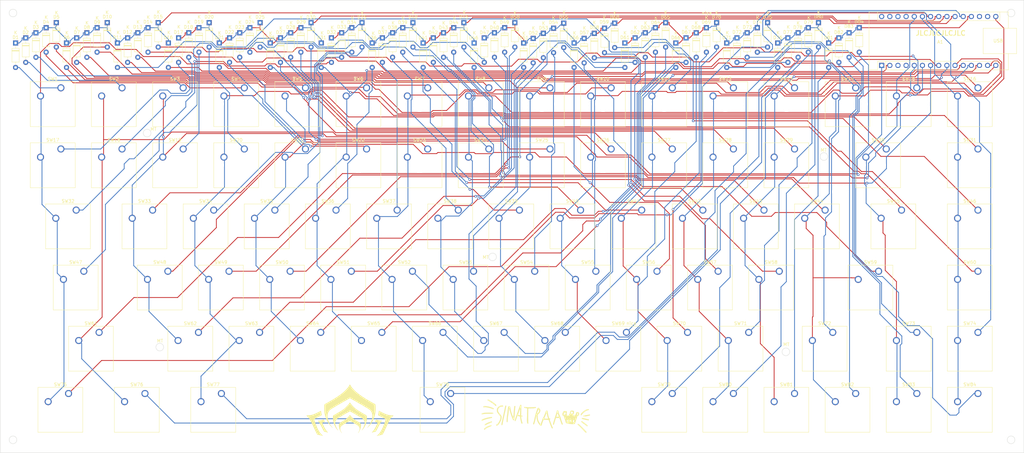
<source format=kicad_pcb>
(kicad_pcb (version 20221018) (generator pcbnew)
  (layers (0 "F.Cu" signal) (31 "B.Cu" signal) (34 "B.Paste" user) (35 "F.Paste" user) (36 "B.SilkS" user "B.Silkscreen") (37 "F.SilkS" user "F.Silkscreen") (38 "B.Mask" user) (39 "F.Mask" user) (44 "Edge.Cuts" user))
  (net 0 "")
  (net 1 "Net-(A1-D1{slash}TX)")
  (net 2 "Net-(A1-D0{slash}RX)")
  (net 5 "Net-(A1-D2)")
  (net 6 "Net-(A1-D3)")
  (net 7 "Net-(A1-D4)")
  (net 8 "Net-(A1-D5)")
  (net 9 "Net-(A1-D6)")
  (net 10 "Net-(A1-D7)")
  (net 11 "Net-(A1-D8)")
  (net 12 "Net-(A1-D9)")
  (net 13 "Net-(A1-D10)")
  (net 14 "Net-(A1-D11)")
  (net 15 "Net-(A1-D12)")
  (net 16 "Net-(A1-D13)")
  (net 19 "Net-(A1-A0)")
  (net 20 "Net-(A1-A1)")
  (net 21 "Net-(A1-A2)")
  (net 22 "Net-(A1-A3)")
  (net 23 "Net-(A1-A4)")
  (net 24 "Net-(A1-A5)")
  (net 25 "Net-(A1-A6)")
  (net 26 "Row 1")
  (net 31 "Net-(D1-A)")
  (net 32 "Net-(D2-A)")
  (net 33 "Net-(D3-A)")
  (net 34 "Net-(D4-A)")
  (net 35 "Net-(D5-A)")
  (net 36 "Net-(D6-A)")
  (net 37 "Net-(D7-A)")
  (net 38 "Net-(D8-A)")
  (net 39 "Net-(D10-A)")
  (net 40 "Net-(D9-A)")
  (net 41 "Net-(D11-A)")
  (net 42 "Net-(D12-A)")
  (net 43 "Net-(D13-A)")
  (net 44 "Net-(D14-A)")
  (net 45 "Net-(D15-A)")
  (net 46 "Net-(D16-A)")
  (net 47 "Net-(D17-A)")
  (net 48 "Net-(D18-A)")
  (net 49 "Net-(D19-A)")
  (net 50 "Net-(D20-A)")
  (net 51 "Net-(D21-A)")
  (net 52 "Net-(D22-A)")
  (net 53 "Net-(D23-A)")
  (net 54 "Net-(D24-A)")
  (net 55 "Net-(D25-A)")
  (net 56 "Net-(D26-A)")
  (net 57 "Net-(D27-A)")
  (net 58 "Net-(D28-A)")
  (net 59 "Net-(D29-A)")
  (net 60 "Net-(D30-A)")
  (net 61 "Net-(D31-A)")
  (net 62 "Net-(D32-A)")
  (net 63 "Net-(D33-A)")
  (net 64 "Net-(D34-A)")
  (net 65 "Net-(D35-A)")
  (net 66 "Net-(D36-A)")
  (net 67 "Net-(D37-A)")
  (net 68 "Net-(D38-A)")
  (net 69 "Net-(D39-A)")
  (net 70 "Net-(D40-A)")
  (net 71 "Net-(D41-A)")
  (net 72 "Net-(D42-A)")
  (net 73 "Net-(D43-A)")
  (net 74 "Net-(D44-A)")
  (net 75 "Net-(D45-A)")
  (net 76 "Net-(D46-A)")
  (net 77 "Net-(D47-A)")
  (net 78 "Net-(D48-A)")
  (net 79 "Net-(D49-A)")
  (net 80 "Net-(D50-A)")
  (net 81 "Net-(D51-A)")
  (net 82 "Net-(D52-A)")
  (net 83 "Net-(D53-A)")
  (net 84 "Net-(D54-A)")
  (net 85 "Net-(D55-A)")
  (net 86 "Net-(D56-A)")
  (net 87 "Net-(D57-A)")
  (net 88 "Net-(D58-A)")
  (net 89 "Net-(D59-A)")
  (net 90 "Net-(D61-A)")
  (net 91 "Net-(D60-A)")
  (net 92 "Net-(D62-A)")
  (net 93 "Net-(D63-A)")
  (net 94 "Net-(D64-A)")
  (net 95 "Net-(D65-A)")
  (net 96 "Net-(D66-A)")
  (net 97 "Net-(D67-A)")
  (net 98 "Net-(D68-A)")
  (net 99 "Net-(D69-A)")
  (net 100 "Net-(D70-A)")
  (net 101 "Net-(D71-A)")
  (net 102 "Net-(D72-A)")
  (net 103 "Net-(D73-A)")
  (net 104 "Net-(D75-A)")
  (net 105 "Net-(D74-A)")
  (net 106 "Net-(D76-A)")
  (net 107 "Net-(D77-A)")
  (net 108 "Net-(D78-A)")
  (net 109 "Net-(D79-A)")
  (net 110 "Net-(D80-A)")
  (net 111 "Net-(D81-A)")
  (net 112 "Net-(D82-A)")
  (net 113 "Net-(D83-A)")
  (net 114 "Net-(D84-A)")
  (footprint "Button_Switch_Keyboard:SW_Cherry_MX_1.00u_PCB" (layer "F.Cu") (at 152.6525 128.4175)
    (fp_text reference "SW36")
    (fp_text value "SW_Push")
  )
  (footprint "Button_Switch_Keyboard:SW_Cherry_MX_1.75u_PCB" (layer "F.Cu") (at 74.0713 147.4675)
    (fp_text reference "SW47")
    (fp_text value "SW_Push")
  )
  (footprint "Diode_THT:D_DO-35_SOD27_P7.62mm_Horizontal" (layer "F.Cu") (at 245.8388 74.76 -90)
    (fp_text reference "D62")
    (fp_text value "1N4148")
  )
  (footprint "Diode_THT:D_DO-35_SOD27_P7.62mm_Horizontal" (layer "F.Cu") (at 242.6638 76.3475 -90)
    (fp_text reference "D61")
    (fp_text value "1N4148")
  )
  (footprint "Diode_THT:D_DO-35_SOD27_P7.62mm_Horizontal" (layer "F.Cu") (at 214.0888 74.9187 -90)
    (fp_text reference "D52")
    (fp_text value "1N4148")
  )
  (footprint "Button_Switch_Keyboard:SW_Cherry_MX_1.00u_PCB" (layer "F.Cu") (at 200.2775 90.3175)
    (fp_text reference "SW8")
    (fp_text value "SW_Push")
  )
  (footprint "Diode_THT:D_DO-35_SOD27_P7.62mm_Horizontal" (layer "F.Cu") (at 217.2638 73.3312 -90)
    (fp_text reference "D53")
    (fp_text value "1N4148")
  )
  (footprint "Diode_THT:D_DO-35_SOD27_P7.62mm_Horizontal" (layer "F.Cu") (at 71.8488 74.76 -90)
    (fp_text reference "D7")
    (fp_text value "1N4148")
  )
  (footprint "Diode_THT:D_DO-35_SOD27_P7.62mm_Horizontal" (layer "F.Cu") (at 236.3138 71.7437 -90)
    (fp_text reference "D59")
    (fp_text value "1N4148")
  )
  (footprint "Button_Switch_Keyboard:SW_Cherry_MX_1.00u_PCB" (layer "F.Cu") (at 257.4275 109.3675)
    (fp_text reference "SW27")
    (fp_text value "SW_Push")
  )
  (footprint "Diode_THT:D_DO-35_SOD27_P7.62mm_Horizontal" (layer "F.Cu") (at 90.8988 73.1725 -90)
    (fp_text reference "D13")
    (fp_text value "1N4148")
  )
  (footprint "Button_Switch_Keyboard:SW_Cherry_MX_1.00u_PCB" (layer "F.Cu") (at 228.8525 128.4175)
    (fp_text reference "SW40")
    (fp_text value "SW_Push")
  )
  (footprint "Button_Switch_Keyboard:SW_Cherry_MX_1.50u_PCB" (layer "F.Cu") (at 328.865 128.4175)
    (fp_text reference "SW45")
    (fp_text value "SW_Push")
  )
  (footprint "Diode_THT:D_DO-35_SOD27_P7.62mm_Horizontal" (layer "F.Cu") (at 261.7138 74.76 -90)
    (fp_text reference "D67")
    (fp_text value "1N4148")
  )
  (footprint "Diode_THT:D_DO-35_SOD27_P7.62mm_Horizontal" (layer "F.Cu") (at 132.1738 76.3475 -90)
    (fp_text reference "D26")
    (fp_text value "1N4148")
  )
  (footprint "Diode_THT:D_DO-35_SOD27_P7.62mm_Horizontal" (layer "F.Cu") (at 151.2238 74.76 -90)
    (fp_text reference "D32")
    (fp_text value "1N4148")
  )
  (footprint "Button_Switch_Keyboard:SW_Cherry_MX_1.00u_PCB" (layer "F.Cu") (at 224.09 166.5175)
    (fp_text reference "SW68")
    (fp_text value "SW_Push")
  )
  (footprint "Diode_THT:D_DO-35_SOD27_P7.62mm_Horizontal" (layer "F.Cu") (at 255.3638 69.9975 -90)
    (fp_text reference "D65")
    (fp_text value "1N4148")
  )
  (footprint "Diode_THT:D_DO-35_SOD27_P7.62mm_Horizontal" (layer "F.Cu") (at 220.4388 71.7437 -90)
    (fp_text reference "D54")
    (fp_text value "1N4148")
  )
  (footprint "Diode_THT:D_DO-35_SOD27_P7.62mm_Horizontal" (layer "F.Cu") (at 125.8238 71.585 -90)
    (fp_text reference "D24")
    (fp_text value "1N4148")
  )
  (footprint "Diode_THT:D_DO-35_SOD27_P7.62mm_Horizontal" (layer "F.Cu") (at 239.4888 70.1562 -90)
    (fp_text reference "D60")
    (fp_text value "1N4148")
  )
  (footprint "Button_Switch_Keyboard:SW_Cherry_MX_1.00u_PCB" (layer "F.Cu") (at 95.5025 128.4175)
    (fp_text reference "SW33")
    (fp_text value "SW_Push")
  )
  (footprint "Button_Switch_Keyboard:SW_Cherry_MX_1.00u_PCB" (layer "F.Cu") (at 238.3775 109.3675)
    (fp_text reference "SW26")
    (fp_text value "SW_Push")
  )
  (footprint "Button_Switch_Keyboard:SW_Cherry_MX_1.00u_PCB" (layer "F.Cu") (at 205.04 166.5175)
    (fp_text reference "SW67")
    (fp_text value "SW_Push")
  )
  (footprint "Diode_THT:D_DO-35_SOD27_P7.62mm_Horizontal" (layer "F.Cu") (at 52.7988 76.3475 -90)
    (fp_text reference "D1")
    (fp_text value "1N4148")
  )
  (footprint "Diode_THT:D_DO-35_SOD27_P7.62mm_Horizontal" (layer "F.Cu") (at 252.1888 71.585 -90)
    (fp_text reference "D64")
    (fp_text value "1N4148")
  )
  (footprint "Diode_THT:D_DO-35_SOD27_P7.62mm_Horizontal" (layer "F.Cu") (at 128.9988 69.9975 -90)
    (fp_text reference "D25")
    (fp_text value "1N4148")
  )
  (footprint "Button_Switch_Keyboard:SW_Cherry_MX_2.25u_PCB" (layer "F.Cu") (at 321.7213 147.4675)
    (fp_text reference "SW59")
    (fp_text value "SW_Push")
  )
  (footprint "Button_Switch_Keyboard:SW_Cherry_MX_1.00u_PCB" (layer "F.Cu") (at 124.0775 90.3175)
    (fp_text reference "SW4")
    (fp_text value "SW_Push")
  )
  (footprint "Button_Switch_Keyboard:SW_Cherry_MX_1.00u_PCB" (layer "F.Cu") (at 176.465 147.4675)
    (fp_text reference "SW52")
    (fp_text value "SW_Push")
  )
  (footprint "Button_Switch_Keyboard:SW_Cherry_MX_1.00u_PCB" (layer "F.Cu") (at 257.4275 90.3175)
    (fp_text reference "SW11")
    (fp_text value "SW_Push")
  )
  (footprint "Diode_THT:D_DO-35_SOD27_P7.62mm_Horizontal" (layer "F.Cu") (at 81.3738 69.9975 -90)
    (fp_text reference "D10")
    (fp_text value "1N4148")
  )
  (footprint "Diode_THT:D_DO-35_SOD27_P7.62mm_Horizontal" (layer "F.Cu") (at 274.4138 76.3475 -90)
    (fp_text reference "D71")
    (fp_text value "1N4148")
  )
  (footprint "Button_Switch_Keyboard:SW_Cherry_MX_1.00u_PCB" (layer "F.Cu") (at 162.1775 90.3175)
    (fp_text reference "SW6")
    (fp_text value "SW_Push")
  )
  (footprint "Diode_THT:D_DO-35_SOD27_P7.62mm_Horizontal" (layer "F.Cu") (at 293.4638 74.76 -90)
    (fp_text reference "D77")
    (fp_text value "1N4148")
  )
  (footprint "Diode_THT:D_DO-35_SOD27_P7.62mm_Horizontal" (layer "F.Cu") (at 160.7488 69.9975 -90)
    (fp_text reference "D35")
    (fp_text value "1N4148")
  )
  (footprint "Diode_THT:D_DO-35_SOD27_P7.62mm_Horizontal" (layer "F.Cu") (at 186.1488 73.1725 -90)
    (fp_text reference "D43")
    (fp_text value "1N4148")
  )
  (footprint "Button_Switch_Keyboard:SW_Cherry_MX_1.00u_PCB" (layer "F.Cu") (at 114.5525 128.4175)
    (fp_text reference "SW34")
    (fp_text value "SW_Push")
  )
  (footprint "Button_Switch_Keyboard:SW_Cherry_MX_1.00u_PCB" (layer "F.Cu") (at 195.515 147.4675)
    (fp_text reference "SW53")
    (fp_text value "SW_Push")
  )
  (footprint "Button_Switch_Keyboard:SW_Cherry_MX_1.00u_PCB" (layer "F.Cu") (at 276.4775 185.5675)
    (fp_text reference "SW80")
    (fp_text value "SW_Push")
  )
  (footprint "Diode_THT:D_DO-35_SOD27_P7.62mm_Horizontal" (layer "F.Cu") (at 109.9488 71.585 -90)
    (fp_text reference "D19")
    (fp_text value "1N4148")
  )
  (footprint "Button_Switch_Keyboard:SW_Cherry_MX_1.00u_PCB" (layer "F.Cu") (at 305.0525 128.4175)
    (fp_text reference "SW44")
    (fp_text value "SW_Push")
  )
  (footprint "Button_Switch_Keyboard:SW_Cherry_MX_1.50u_PCB" (layer "F.Cu") (at 71.69 128.4175)
    (fp_text reference "SW32")
    (fp_text value "SW_Push")
  )
  (footprint "Diode_THT:D_DO-35_SOD27_P7.62mm_Horizontal" (layer "F.Cu") (at 94.0738 71.585 -90)
    (fp_text reference "D14")
    (fp_text value "1N4148")
  )
  (footprint "Diode_THT:D_DO-35_SOD27_P7.62mm_Horizontal" (layer "F.Cu") (at 208.3738 69.9975 -90)
    (fp_text reference "D50")
    (fp_text value "1N4148")
  )
  (footprint "Button_Switch_Keyboard:SW_Cherry_MX_1.00u_PCB" (layer "F.Cu") (at 352.6775 128.4175)
    (fp_text reference "SW46")
    (fp_text value "SW_Push")
  )
  (footprint "Diode_THT:D_DO-35_SOD27_P7.62mm_Horizontal" (layer "F.Cu") (at 268.0638 71.585 -90)
    (fp_text reference "D69")
    (fp_text value "1N4148")
  )
  (footprint "Button_Switch_Keyboard:SW_Cherry_MX_1.00u_PCB" (layer "F.Cu") (at 243.14 166.5175)
    (fp_text reference "SW69")
    (fp_text value "SW_Push")
  )
  (footprint "Button_Switch_Keyboard:SW_Cherry_MX_1.00u_PCB" (layer "F.Cu") (at 314.5775 185.5675)
    (fp_text reference "SW82")
    (fp_text value "SW_Push")
  )
  (footprint "Button_Switch_Keyboard:SW_Cherry_MX_1.00u_PCB" (layer "F.Cu") (at 352.6775 109.3675)
    (fp_text reference "SW31")
    (fp_text value "SW_Push")
  )
  (footprint "Diode_THT:D_DO-35_SOD27_P7.62mm_Horizontal" (layer "F.Cu") (at 148.0488 76.3475 -90)
    (fp_text reference "D31")
    (fp_text value "1N4148")
  )
  (footprint "Diode_THT:D_DO-35_SOD27_P7.62mm_Horizontal" (layer "F.Cu") (at 277.5888 74.76 -90)
    (fp_text reference "D72")
    (fp_text value "1N4148")
  )
  (footprint "Button_Switch_Keyboard:SW_Cherry_MX_1.00u_PCB" (layer "F.Cu") (at 247.9025 128.4175)
    (fp_text reference "SW41")
    (fp_text value "SW_Push")
  )
  (footprint "Diode_THT:D_DO-35_SOD27_P7.62mm_Horizontal" (layer "F.Cu") (at 167.0988 74.76 -90)
    (fp_text reference "D37")
    (fp_text value "1N4148")
  )
  (footprint "Diode_THT:D_DO-35_SOD27_P7.62mm_Horizontal" (layer "F.Cu") (at 135.3488 74.76 -90)
    (fp_text reference "D27")
    (fp_text value "1N4148")
  )
  (footprint "Diode_THT:D_DO-35_SOD27_P7.62mm_Horizontal" (layer "F.Cu") (at 87.7238 74.76 -90)
    (fp_text reference "D12")
    (fp_text value "1N4148")
  )
  (footprint "Diode_THT:D_DO-35_SOD27_P7.62mm_Horizontal" (layer "F.Cu") (at 249.0138 73.1725 -90)
    (fp_text reference "D63")
    (fp_text value "1N4148")
  )
  (footprint "Button_Switch_Keyboard:SW_Cherry_MX_1.00u_PCB" (layer "F.Cu") (at 276.4775 90.3175)
    (fp_text reference "SW12")
    (fp_text value "SW_Push")
  )
  (footprint "Diode_THT:D_DO-35_SOD27_P7.62mm_Horizontal" (layer "F.Cu") (at 287.1138 69.9975 -90)
    (fp_text reference "D75")
    (fp_text value "1N4148")
  )
  (footprint "Diode_THT:D_DO-35_SOD27_P7.62mm_Horizontal" (layer "F.Cu") (at 182.9738 74.76 -90)
    (fp_text reference "D42")
    (fp_text value "1N4148")
  )
  (footprint "Button_Switch_Keyboard:SW_Cherry_MX_1.00u_PCB" (layer "F.Cu") (at 257.4275 185.5675)
    (fp_text reference "SW79")
    (fp_text value "SW_Push")
  )
  (footprint "Button_Switch_Keyboard:SW_Cherry_MX_1.25u_PCB" (layer "F.Cu") (at 69.3088 185.5675)
    (fp_text reference "SW75")
    (fp_text value "SW_Push")
  )
  (footprint "Diode_THT:D_DO-35_SOD27_P7.62mm_Horizontal" (layer "F.Cu") (at 211.13 76.3475 -90)
    (fp_text reference "D51")
    (fp_text value "1N4148")
  )
  (footprint "Diode_THT:D_DO-35_SOD27_P7.62mm_Horizontal" (layer "F.Cu") (at 103.5988 74.76 -90)
    (fp_text reference "D17")
    (fp_text value "1N4148")
  )
  (footprint "Diode_THT:D_DO-35_SOD27_P7.62mm_Horizontal" (layer "F.Cu") (at 198.8488 74.76 -90)
    (fp_text reference "D47")
    (fp_text value "1N4148")
  )
  (footprint "Button_Switch_Keyboard:SW_Cherry_MX_1.00u_PCB" (layer "F.Cu") (at 333.6275 90.3175)
    (fp_text reference "SW15")
    (fp_text value "SW_Push")
  )
  (footprint "Button_Switch_Keyboard:SW_Cherry_MX_1.00u_PCB" (layer "F.Cu") (at 171.7025 128.4175)
    (fp_text reference "SW37")
    (fp_text value "SW_Push")
  )
  (footprint "Button_Switch_Keyboard:SW_Cherry_MX_2.25u_PCB" (layer "F.Cu") (at 78.8338 166.5175)
    (fp_text reference "SW61")
    (fp_text value "SW_Push")
  )
  (footprint "Button_Switch_Keyboard:SW_Cherry_MX_1.00u_PCB" (layer "F.Cu") (at 85.9775 109.3675)
    (fp_text reference "SW18")
    (fp_text value "SW_Push")
  )
  (footprint "Button_Switch_Keyboard:SW_Cherry_MX_1.00u_PCB" (layer "F.Cu") (at 271.715 147.4675)
    (fp_text reference "SW57")
    (fp_text value "SW_Push")
  )
  (footprint "Diode_THT:D_DO-35_SOD27_P7.62mm_Horizontal" (layer "F.Cu") (at 223.6138 70.1562 -90)
    (fp_text reference "D55")
    (fp_text value "1N4148")
  )
  (footprint "Warframe:warfame" (layer "F.Cu") (at 156.87 191.03)
    (fp_text reference "G***" hide)
    (fp_text value "LOGO" hide)
  )
  (footprint "Diode_THT:D_DO-35_SOD27_P7.62mm_Horizontal" (layer "F.Cu") (at 179.7988 76.3475 -90)
    (fp_text reference "D41")
    (fp_text value "1N4148")
  )
  (footprint "Diode_THT:D_DO-35_SOD27_P7.62mm_Horizontal" (layer "F.Cu") (at 97.2488 69.9975 -90)
    (fp_text reference "D15")
    (fp_text value "1N4148")
  )
  (footprint "Button_Switch_Keyboard:SW_Cherry_MX_1.25u_PCB" (layer "F.Cu") (at 116.9338 185.5675)
    (fp_text reference "SW77")
    (fp_text value "SW_Push")
  )
  (footprint "Button_Switch_Keyboard:SW_Cherry_MX_1.00u_PCB" (layer "F.Cu") (at 138.365 147.4675)
    (fp_text reference "SW50")
    (fp_text value "SW_Push")
  )
  (footprint "Diode_THT:D_DO-35_SOD27_P7.62mm_Horizontal" (layer "F.Cu") (at 106.7738 73.1725 -90)
    (fp_text reference "D18")
    (fp_text value "1N4148")
  )
  (footprint "Button_Switch_Keyboard:SW_Cherry_MX_1.00u_PCB" (layer "F.Cu") (at 276.4775 109.3675)
    (fp_text reference "SW28")
    (fp_text value "SW_Push")
  )
  (footprint "Button_Switch_Keyboard:SW_Cherry_MX_1.00u_PCB" (layer "F.Cu") (at 85.9775 90.3175)
    (fp_text reference "SW2")
    (fp_text value "SW_Push")
  )
  (footprint "Button_Switch_Keyboard:SW_Cherry_MX_1.00u_PCB" (layer "F.Cu") (at 119.315 147.4675)
    (fp_text reference "SW49")
    (fp_text value "SW_Push")
  )
  (footprint "Diode_THT:D_DO-35_SOD27_P7.62mm_Horizontal" (layer "F.Cu") (at 100.4238 76.3475 -90)
    (fp_text reference "D16")
    (fp_text value "1N4148")
  )
  (footprint "Button_Switch_Keyboard:SW_Cherry_MX_1.00u_PCB" (layer "F.Cu") (at 281.24 166.5175)
    (fp_text reference "SW71")
    (fp_text value "SW_Push")
  )
  (footprint "Button_Switch_Keyboard:SW_Cherry_MX_1.00u_PCB" (layer "F.Cu") (at 200.2775 109.3675)
    (fp_text reference "SW24")
    (fp_text value "SW_Push")
  )
  (footprint "Diode_THT:D_DO-35_SOD27_P7.62mm_Horizontal" (layer "F.Cu") (at 141.6988 71.585 -90)
    (fp_text reference "D29")
    (fp_text value "1N4148")
  )
  (footprint "Button_Switch_Keyboard:SW_Cherry_MX_1.00u_PCB" (layer "F.Cu") (at 66.9275 90.3175)
    (fp_text reference "SW1")
    (fp_text value "SW_Push")
  )
  (footprint "Diode_THT:D_DO-35_SOD27_P7.62mm_Horizontal" (layer "F.Cu") (at 189.3238 71.585 -90)
    (fp_text reference "D44")
    (fp_text value "1N4148")
  )
  (footprint "Diode_THT:D_DO-35_SOD27_P7.62mm_Horizontal" (layer "F.Cu") (at 312.5138 73.1725 -90)
    (fp_text reference "D83")
    (fp_text value "1N4148")
  )
  (footprint "Button_Switch_Keyboard:SW_Cherry_MX_1.00u_PCB" (layer "F.Cu") (at 100.265 147.4675)
    (fp_text reference "SW48")
    (fp_text value "SW_Push")
  )
  (footprint "Diode_THT:D_DO-35_SOD27_P7.62mm_Horizontal" (layer "F.Cu") (at 299.8138 71.585 -90)
    (fp_text reference "D79")
    (fp_text value "1N4148")
  )
  (footprint "Button_Switch_Keyboard:SW_Cherry_MX_1.00u_PCB" (layer "F.Cu") (at 233.615 147.4675)
    (fp_text reference "SW55")
    (fp_text value "SW_Push")
  )
  (footprint "Button_Switch_Keyboard:SW_Cherry_MX_1.00u_PCB" (layer "F.Cu") (at 128.84 166.5175)
    (fp_text reference "SW63")
    (fp_text value "SW_Push")
  )
  (footprint "Button_Switch_Keyboard:SW_Cherry_MX_1.00u_PCB" (layer "F.Cu") (at 209.8025 128.4175)
    (fp_text reference "SW39")
    (fp_text value "SW_Push")
  )
  (footprint "Diode_THT:D_DO-35_SOD27_P7.62mm_Horizontal" (layer "F.Cu") (at 309.3388 74.76 -90)
    (fp_text reference "D82")
    (fp_text value "1N4148")
  )
  (footprint "Diode_THT:D_DO-35_SOD27_P7.62mm_Horizontal" (layer "F.Cu") (at 55.9738 74.76 -90)
    (fp_text reference "D2")
    (fp_text value "1N4148")
  )
  (footprint "Diode_THT:D_DO-35_SOD27_P7.62mm_Horizontal" (layer "F.Cu") (at 84.5488 76.3475 -90)
    (fp_text reference "D11")
    (fp_text value "1N4148")
  )
  (footprint "Diode_THT:D_DO-35_SOD27_P7.62mm_Horizontal" (layer "F.Cu") (at 122.6488 73.1725 -90)
    (fp_text reference "D23")
    (fp_text value "1N4148")
  )
  (footprint "Diode_THT:D_DO-35_SOD27_P7.62mm_Horizontal" (layer "F.Cu") (at 138.5238 73.1725 -90)
    (fp_text reference "D28")
    (fp_text value "1N4148")
  )
  (footprint "Diode_THT:D_DO-35_SOD27_P7.62mm_Horizontal" (layer "F.Cu") (at 280.7638 73.1725 -90)
    (fp_text reference "D73")
    (fp_text value "1N4148")
  )
  (footprint "Button_Switch_Keyboard:SW_Cherry_MX_1.00u_PCB" (layer "F.Cu") (at 262.19 166.5175)
    (fp_text reference "SW70")
    (fp_text value "SW_Push")
  )
  (footprint "Button_Switch_Keyboard:SW_Cherry_MX_1.00u_PCB" (layer "F.Cu") (at 219.3275 109.3675)
    (fp_text reference "SW25")
    (fp_text value "SW_Push")
  )
  (footprint "Button_Switch_Keyboard:SW_Cherry_MX_1.00u_PCB" (layer "F.Cu") (at 352.6775 90.3175)
    (fp_text reference "SW16")
    (fp_text value "SW_Push")
  )
  (footprint "Diode_THT:D_DO-35_SOD27_P7.62mm_Horizontal" (layer "F.Cu") (at 306.1638 76.3475 -90)
    (fp_text reference "D81")
    (fp_text value "1N4148")
  )
  (footprint "Diode_THT:D_DO-35_SOD27_P7.62mm_Horizontal" (layer "F.Cu") (at 226.83 76.3475 -90)
    (fp_text reference "D56")
    (fp_text value "1N4148")
  )
  (footprint "Diode_THT:D_DO-35_SOD27_P7.62mm_Horizontal" (layer "F.Cu") (at 59.1488 73.1725 -90)
    (fp_text reference "D3")
    (fp_text value "1N4148")
  )
  (footprint "Button_Switch_Keyboard:SW_Cherry_MX_1.00u_PCB" (layer "F.Cu") (at 352.6775 166.5175)
    (fp_text reference "SW74")
    (fp_text value "SW_Push")
  )
  (footprint "Button_Switch_Keyboard:SW_Cherry_MX_1.00u_PCB" (layer "F.Cu") (at 252.665 147.4675)
    (fp_text reference "SW56")
    (fp_text value "SW_Push")
  )
  (footprint "Diode_THT:D_DO-35_SOD27_P7.62mm_Horizontal" (layer "F.Cu") (at 113.1238 69.9975 -90)
    (fp_text reference "D20")
    (fp_text value "1N4148")
  )
  (footprint "Button_Switch_Keyboard:SW_Cherry_MX_1.00u_PCB" (layer "F.Cu") (at 162.1775 109.3675)
    (fp_text reference "SW22")
    (fp_text value "SW_Push")
  )
  (footprint "Button_Switch_Keyboard:SW_Cherry_MX_1.00u_PCB" (layer "F.Cu") (at 352.6775 185.5675)
    (fp_text reference "SW84")
    (fp_text value "SW_Push")
  )
  (footprint "Button_Switch_Keyboard:SW_Cherry_MX_1.00u_PCB" (layer "F.Cu") (at 105.0275 109.3675)
    (fp_text reference "SW19")
    (fp_text value "SW_Push")
  )
  (footprint "Diode_THT:D_DO-35_SOD27_P7.62mm_Horizontal" (layer "F.Cu") (at 264.8888 73.1725 -90)
    (fp_text reference "D68")
    (fp_text value "1N4148")
  )
  (footprint "Diode_THT:D_DO-35_SOD27_P7.62mm_Horizontal" (layer "F.Cu") (at 302.9888 69.9975 -90)
    (fp_text reference "D80")
    (fp_text value "1N4148")
  )
  (footprint "Diode_THT:D_DO-35_SOD27_P7.62mm_Horizontal" (layer "F.Cu") (at 173.4488 71.585 -90)
    (fp_text reference "D39")
    (fp_text value "1N4148")
  )
  (footprint "Diode_THT:D_DO-35_SOD27_P7.62mm_Horizontal" (layer "F.Cu") (at 205.1988 71.585 -90)
    (fp_text reference "D49")
    (fp_text value "1N4148")
  )
  (footprint "Button_Switch_Keyboard:SW_Cherry_MX_1.00u_PCB" (layer "F.Cu") (at 185.99 166.5175)
    (fp_text reference "SW66")
    (fp_text value "SW_Push")
  )
  (footprint "Button_Switch_Keyboard:SW_Cherry_MX_1.00u_PCB" (layer "F.Cu") (at 181.2275 90.3175)
    (fp_text reference "SW7")
    (fp_text value "SW_Push")
  )
  (footprint "Button_Switch_Keyboard:SW_Cherry_MX_1.00u_PCB" (layer "F.Cu") (at 166.94 166.5175)
    (fp_text reference "SW65")
    (fp_text value "SW_Push")
  )
  (footprint "Button_Switch_Keyboard:SW_Cherry_MX_1.00u_PCB" (layer "F.Cu") (at 143.1275 109.3675)
    (fp_text reference "SW21")
    (fp_text value "SW_Push")
  )
  (footprint "Diode_THT:D_DO-35_SOD27_P7.62mm_Horizontal" (layer "F.Cu") (at 195.6738 76.3475 -90)
    (fp_text reference "D46")
    (fp_text value "1N4148")
  )
  (footprint "Diode_THT:D_DO-35_SOD27_P7.62mm_Horizontal" (layer "F.Cu") (at 176.6238 69.9975 -90)
    (fp_text reference "D40")
    (fp_text value "1N4148")
  )
  (footprint "Diode_THT:D_DO-35_SOD27_P7.62mm_Horizontal" (layer "F.Cu") (at 119.4738 74.76 -90)
    (fp_text reference "D22")
    (fp_text value "1N4148")
  )
  (footprint "Button_Switch_Keyboard:SW_Cherry_MX_1.00u_PCB" (layer "F.Cu") (at 286.0025 128.4175)
    (fp_text reference "SW43")
    (fp_text value "SW_Push")
  )
  (footprint "Diode_THT:D_DO-35_SOD27_P7.62mm_Horizontal" (layer "F.Cu") (at 192.4988 69.9975 -90)
    (fp_text reference "D45")
    (fp_text value "1N4148")
  )
  (footprint "Diode_THT:D_DO-35_SOD27_P7.62mm_Horizontal" (layer "F.Cu") (at 315.6888 71.585 -90)
    (fp_text reference "D84")
    (fp_text value "1N4148")
  )
  (footprint "Button_Switch_Keyboard:SW_Cherry_MX_1.00u_PCB" (layer "F.Cu") (at 157.415 147.4675)
    (fp_text reference "SW51")
    (fp_text value "SW_Push")
  )
  (footprint "Button_Switch_Keyboard:SW_Cherry_MX_1.00u_PCB" (layer "F.Cu") (at 266.9525 128.4175)
    (fp_text reference "SW42")
    (fp_text value "SW_Push")
  )
  (footprint "Button_Switch_Keyboard:SW_Cherry_MX_1.00u_PCB" (layer "F.Cu") (at 66.9275 109.3675)
    (fp_text reference "SW17")
    (fp_text value "SW_Push")
  )
  (footprint "Diode_THT:D_DO-35_SOD27_P7.62mm_Horizontal" (layer "F.Cu") (at 290.2888 76.3475 -90)
    (fp_text reference "D76")
    (fp_text value "1N4148")
  )
  (footprint "Button_Switch_Keyboard:SW_Cherry_MX_1.00u_PCB" (layer "F.Cu") (at 314.5775 90.3175)
    (fp_text reference "SW14")
    (fp_text value "SW_Push")
  )
  (footprint "Button_Switch_Keyboard:SW_Cherry_MX_1.00u_PCB" (layer "F.Cu") (at 290.765 147.4675)
    (fp_text reference "SW58")
    (fp_text value "SW_Push")
  )
  (footprint "Button_Switch_Keyboard:SW_Cherry_MX_1.00u_PCB" (layer "F.Cu") (at 333.6275 185.5675)
    (fp_text reference "SW83")
    (fp_text value "SW_Push")
  )
  (footprint "Button_Switch_Keyboard:SW_Cherry_MX_1.00u_PCB" (layer "F.Cu") (at 295.5275 185.5675)
    (fp_text reference "SW81")
    (fp_text value "SW_Push")
  )
  (footprint "Button_Switch_Keyboard:SW_Cherry_MX_1.00u_PCB" (layer "F.Cu") (at 238.3775 90.3175)
    (fp_text reference "SW10")
    (fp_text value "SW_Push")
  )
  (footprint "Button_Switch_Keyboard:SW_Cherry_MX_1.00u_PCB" (layer "F.Cu") (at 133.6025 128.4175)
    (fp_text reference "SW35")
    (fp_text value "SW_Push")
  )
  (footprint "Diode_THT:D_DO-35_SOD27_P7.62mm_Horizontal" (layer "F.Cu") (at 157.5738 71.585 -90)
    (fp_text reference "D34")
    (fp_text value "1N4148")
  )
  (footprint "Sinatraa:sinatraa" (layer "F.Cu") (at 215.444641 193.366145)
    (fp_text reference "G***" hide)
    (fp_text value "LOGO" hide)
  )
  (footprint "Diode_THT:D_DO-35_SOD27_P7.62mm_Horizontal" (layer "F.Cu") (at 258.5388 76.3475 -90)
    (fp_text reference "D66")
    (fp_text value "1N4148")
  )
  (footprint "Button_Switch_Keyboard:SW_Cherry_MX_1.00u_PCB" (layer "F.Cu") (at 190.7525 128.4175)
    (fp_text reference "SW38")
    (fp_text value "SW_Push")
  )
  (footprint "Button_Switch_Keyboard:SW_Cherry_MX_1.00u_PCB" (layer "F.Cu") (at 143.1275 90.3175)
    (fp_text reference "SW5")
    (fp_text value "SW_Push")
  )
  (footprint "Button_Switch_Keyboard:SW_Cherry_MX_1.00u_PCB" (layer "F.Cu") (at 295.5275 109.3675)
    (fp_text reference "SW29")
    (fp_text value "SW_Push")
  )
  (footprint "Module:Arduino_Nano" (layer "F.Cu") (at 322.6738 83.3325 90)
    (fp_text reference "A1")
    (fp_text value "Arduino_Nano_v3.x")
  )
  (footprint "Button_Switch_Keyboard:SW_Cherry_MX_1.00u_PCB" (layer "F.Cu") (at 109.79 166.5175)
    (fp_text reference "SW62")
    (fp_text value "SW_Push")
  )
  (footprint "Diode_THT:D_DO-35_SOD27_P7.62mm_Horizontal" (layer "F.Cu") (at 283.9388 71.585 -90)
    (fp_text reference "D74")
    (fp_text value "1N4148")
  )
  (footprint "Diode_THT:D_DO-35_SOD27_P7.62mm_Horizontal" (layer "F.Cu") (at 75.0238 73.1725 -90)
    (fp_text reference "D8")
    (fp_text value "1N4148")
  )
  (footprint "Diode_THT:D_DO-35_SOD27_P7.62mm_Horizontal" (layer "F.Cu") (at 296.6388 73.1725 -90)
    (fp_text reference "D78")
    (fp_text value "1N4148")
  )
  (footprint "Diode_THT:D_DO-35_SOD27_P7.62mm_Horizontal" (layer "F.Cu") (at 65.4988 69.9975 -90)
    (fp_text reference "D5")
    (fp_text value "1N4148")
  )
  (footprint "Diode_THT:D_DO-35_SOD27_P7.62mm_Horizontal" (layer "F.Cu") (at 163.9238 76.3475 -90)
    (fp_text reference "D36")
    (fp_text value "1N4148")
  )
  (footprint "Button_Switch_Keyboard:SW_Cherry_MX_6.25u_PCB" (layer "F.Cu") (at 188.3713 185.5675)
    (fp_text reference "SW78")
    (fp_text value "SW_Push")
  )
  (footprint "Button_Switch_Keyboard:SW_Cherry_MX_1.00u_PCB" (layer "F.Cu") (at 333.6275 166.5175)
    (fp_text reference "SW73")
    (fp_text value "SW_Push")
  )
  (footprint "Button_Switch_Keyboard:SW_Cherry_MX_1.00u_PCB" (layer "F.Cu") (at 124.0775 109.3675)
    (fp_text reference "SW20")
    (fp_text value "SW_Push")
  )
  (footprint "Diode_THT:D_DO-35_SOD27_P7.62mm_Horizontal" (layer "F.Cu") (at 202.0238 73.1725 -90)
    (fp_text reference "D48")
    (fp_text value "1N4148")
  )
  (footprint "Button_Switch_Keyboard:SW_Cherry_MX_2.00u_PCB" (layer "F.Cu") (at 324.1025 109.3675)
    (fp_text reference "SW30")
    (fp_text value "SW_Push")
  )
  (footprint "Diode_THT:D_DO-35_SOD27_P7.62mm_Horizontal" (layer "F.Cu") (at 233.1388 73.3312 -90)
    (fp_text reference "D58")
    (fp_text value "1N4148")
  )
  (footprint "Diode_THT:D_DO-35_SOD27_P7.62mm_Horizontal" (layer "F.Cu") (at 271.2388 69.9975 -90)
    (fp_text reference "D70")
    (fp_text value "1N4148")
  )
  (footprint "Diode_THT:D_DO-35_SOD27_P7.62mm_Horizontal" (layer "F.Cu") (at 62.3238 71.585 -90)
    (fp_text reference "D4")
    (fp_text value "1N4148")
  )
  (footprint "Diode_THT:D_DO-35_SOD27_P7.62mm_Horizontal" (layer "F.Cu") (at 68.6738 76.3475 -90)
    (fp_text reference "D6")
    (fp_text value "1N4148")
  )
  (footprint "Button_Switch_Keyboard:SW_Cherry_MX_1.00u_PCB" (layer "F.Cu") (at 295.5275 90.3175)
    (fp_text reference "SW13")
    (fp_text value "SW_Push")
  )
  (footprint "Button_Switch_Keyboard:SW_Cherry_MX_1.00u_PCB" (layer "F.Cu") (at 214.565 147.4675)
    (fp_text reference "SW54")
    (fp_text value "SW_Push")
  )
  (footprint "Diode_THT:D_DO-35_SOD27_P7.62mm_Horizontal" (layer "F.Cu") (at 116.2988 76.3475 -90)
    (fp_text reference "D21")
    (fp_text value "1N4148")
  )
  (footprint "Diode_THT:D_DO-35_SOD27_P7.62mm_Horizontal" (layer "F.Cu") (at 170.2738 73.1725 -90)
    (fp_text reference "D38")
    (fp_text value "1N4148")
  )
  (footprint "Button_Switch_Keyboard:SW_Cherry_MX_1.00u_PCB" (layer "F.Cu") (at 219.3275 90.3175)
    (fp_text reference "SW9")
    (fp_text value "SW_Push")
  )
  (footprint "Button_Switch_Keyboard:SW_Cherry_MX_1.75u_PCB" (layer "F.Cu") (at 307.4338 166.5175)
    (fp_text reference "SW72")
    (fp_text value "SW_Push")
  )
  (footprint "Button_Switch_Keyboard:SW_Cherry_MX_1.00u_PCB" (layer "F.Cu") (at 147.89 166.5175)
    (fp_text reference "SW64")
    (fp_text value "SW_Push")
  )
  (footprint "Diode_THT:D_DO-35_SOD27_P7.62mm_Horizontal" (layer "F.Cu") (at 154.3988 73.1725 -90)
    (fp_text reference "D33")
    (fp_text value "1N4148")
  )
  (footprint "Button_Switch_Keyboard:SW_Cherry_MX_1.25u_PCB" (layer "F.Cu") (at 93.1213 185.5675)
    (fp_text reference "SW76")
    (fp_text value "SW_Push")
  )
  (footprint "Diode_THT:D_DO-35_SOD27_P7.62mm_Horizontal" (layer "F.Cu") (at 144.8738 69.9975 -90)
    (fp_text reference "D30")
    (fp_text value "1N4148")
  )
  (footprint "Button_Switch_Keyboard:SW_Cherry_MX_1.00u_PCB" (layer "F.Cu") (at 181.2275 109.3675)
    (fp_text reference "SW23")
    (fp_text value "SW_Push")
  )
  (footprint "Diode_THT:D_DO-35_SOD27_P7.62mm_Horizontal" (layer "F.Cu") (at 78.1988 71.585 -90)
    (fp_text reference "D9")
    (fp_text value "1N4148")
  )
  (footprint "Button_Switch_Keyboard:SW_Cherry_MX_1.00u_PCB" (layer "F.Cu") (at 352.6775 147.4675)
    (fp_text reference "SW60")
    (fp_text value "SW_Push")
  )
  (footprint "Button_Switch_Keyboard:SW_Cherry_MX_1.00u_PCB" (layer "F.Cu") (at 105.0275 90.3175)
    (fp_text reference "SW3")
    (fp_text value "SW_Push")
  )
  (footprint "Diode_THT:D_DO-35_SOD27_P7.62mm_Horizontal" (layer "F.Cu") (at 229.9638 74.9187 -90)
    (fp_text reference "D57")
    (fp_text value "1N4148")
  )
  (gr_circle (center 363 67) (end 364.2 67) (stroke (width 0.1)) (fill none) (layer "Edge.Cuts"))
  (gr_circle (center 52 200) (end 53.2 200) (stroke (width 0.1)) (fill none) (layer "Edge.Cuts"))
  (gr_rect (start 48 63) (end 367 204) (stroke (width 0.1)) (fill none) (layer "Edge.Cuts"))
  (gr_circle (center 304.67 111.72) (end 305.87 111.72) (stroke (width 0.1)) (fill none) (layer "Edge.Cuts"))
  (gr_circle (center 52 67) (end 53.2 67) (stroke (width 0.1)) (fill none) (layer "Edge.Cuts"))
  (gr_circle (center 363 200) (end 364.2 200) (stroke (width 0.1)) (fill none) (layer "Edge.Cuts"))
  (gr_circle (center 292.83 172.58) (end 294.03 172.58) (stroke (width 0.1)) (fill none) (layer "Edge.Cuts"))
  (gr_circle (center 93.8 104.42) (end 95 104.42) (stroke (width 0.1)) (fill none) (layer "Edge.Cuts"))
  (gr_circle (center 201.43 143.01) (end 202.63 143.01) (stroke (width 0.1)) (fill none) (layer "Edge.Cuts"))
  (gr_circle (center 97.73 171.11) (end 98.93 171.11) (stroke (width 0.1)) (fill none) (layer "Edge.Cuts"))
  (gr_text "nice\n" (at 266.53 67.65) (layer "F.SilkS") (effects (font (size 1 1)) (justify left bottom)))
  (gr_text "MT\n" (at 94.72 103.78) (layer "F.SilkS") (effects (font (size 1 1)) (justify left bottom)))
  (gr_text "nice\n" (at 243.04 164.29) (layer "F.SilkS") (effects (font (size 1 1)) (justify left bottom)))
  (gr_text "MT" (at 303.56 110.3) (layer "F.SilkS") (effects (font (size 1 1)) (justify left bottom)))
  (gr_text "JLCJLCJLCJLC" (at 333.14 74.16) (layer "F.SilkS") (effects (font (size 1.5 1.5) (thickness 0.3) bold) (justify left bottom)))
  (gr_text "MT\n" (at 198.23 143.71) (layer "F.SilkS") (effects (font (size 1 1)) (justify left bottom)))
  (gr_text "MT\n" (at 96.77 169.76) (layer "F.SilkS") (effects (font (size 1 1)) (justify left bottom)))
  (gr_text "MT\n" (at 291.92 170.87) (layer "F.SilkS") (effects (font (size 1 1)) (justify left bottom)))
  (segment (start 80.233 111.302) (end 80.233 106.4607) (width 0.25) (layer "F.Cu") (net 1))
  (segment (start 80.233 106.4607) (end 80.233 93.463) (width 0.25) (layer "F.Cu") (net 1))
  (segment (start 236.9522 111.2658) (end 230.7828 105.0964) (width 0.25) (layer "F.Cu") (net 1))
  (segment (start 315.0493 117.0941) (end 250.4362 117.0941) (width 0.25) (layer "F.Cu") (net 1))
  (segment (start 151.7107 104.1033) (end 101.3791 104.1033) (width 0.25) (layer "F.Cu") (net 1))
  (segment (start 101.3791 104.1033) (end 99.0217 106.4607) (width 0.25) (layer "F.Cu") (net 1))
  (segment (start 244.6079 111.2658) (end 236.9522 111.2658) (width 0.25) (layer "F.Cu") (net 1))
  (segment (start 152.7038 105.0964) (end 151.7107 104.1033) (width 0.25) (layer "F.Cu") (net 1))
  (segment (start 72.4838 169.0575) (end 79.7844 161.7569) (width 0.25) (layer "F.Cu") (net 1))
  (segment (start 79.6275 111.9075) (end 80.233 111.302) (width 0.25) (layer "F.Cu") (net 1))
  (segment (start 315.3416 117.3864) (end 315.0493 117.0941) (width 0.25) (layer "F.Cu") (net 1))
  (segment (start 79.7844 161.7569) (end 79.7844 112.0644) (width 0.25) (layer "F.Cu") (net 1))
  (segment (start 250.4362 117.0941) (end 244.6079 111.2658) (width 0.25) (layer "F.Cu") (net 1))
  (segment (start 80.233 93.463) (end 79.6275 92.8575) (width 0.25) (layer "F.Cu") (net 1))
  (segment (start 79.7844 112.0644) (end 79.6275 111.9075) (width 0.25) (layer "F.Cu") (net 1))
  (segment (start 99.0217 106.4607) (end 80.233 106.4607) (width 0.25) (layer "F.Cu") (net 1))
  (segment (start 230.7828 105.0964) (end 152.7038 105.0964) (width 0.25) (layer "F.Cu") (net 1))
  (via (at 315.3416 117.3864) (size 0.8) (drill 0.4) (layers "F.Cu" "B.Cu") (net 1))
  (segment (start 73.4048 174.741) (end 86.7713 188.1075) (width 0.25) (layer "B.Cu") (net 1))
  (segment (start 315.0395 117.0843) (end 315.0395 112.5181) (width 0.25) (layer "B.Cu") (net 1))
  (segment (start 73.4048 169.9785) (end 73.4048 174.741) (width 0.25) (layer "B.Cu") (net 1))
  (segment (start 315.0395 112.5181) (end 322.6738 104.8838) (width 0.25) (layer "B.Cu") (net 1))
  (segment (start 315.3416 117.3864) (end 315.0395 117.0843) (width 0.25) (layer "B.Cu") (net 1))
  (segment (start 72.4838 169.0575) (end 73.4048 169.9785) (width 0.25) (layer "B.Cu") (net 1))
  (segment (start 322.6738 104.8838) (end 322.6738 83.3325) (width 0.25) (layer "B.Cu") (net 1))
  (segment (start 92.6328 80.59) (end 90.3902 78.3474) (width 0.25) (layer "F.Cu") (net 2))
  (segment (start 325.2138 83.3325) (end 324.0869 83.3325) (width 0.25) (layer "F.Cu") (net 2))
  (segment (start 119.0615 84.2416) (end 117.5901 82.7702) (width 0.25) (layer "F.Cu") (net 2))
  (segment (start 109.4328 82.7702) (end 109.357 82.846) (width 0.25) (layer "F.Cu") (net 2))
  (segment (start 90.3902 78.3474) (end 84.0874 78.3474) (width 0.25) (layer "F.Cu") (net 2))
  (segment (start 63.3843 76.4863) (end 60.5775 79.2931) (width 0.25) (layer "F.Cu") (net 2))
  (segment (start 117.5901 82.7702) (end 109.4328 82.7702) (width 0.25) (layer "F.Cu") (net 2))
  (segment (start 324.0869 83.3325) (end 324.0869 84.4831) (width 0.25) (layer "F.Cu") (net 2))
  (segment (start 324.0869 84.4831) (end 323.3335 85.2365) (width 0.25) (layer "F.Cu") (net 2))
  (segment (start 104.01 80.59) (end 92.6328 80.59) (width 0.25) (layer "F.Cu") (net 2))
  (segment (start 130.8039 84.2416) (end 119.0615 84.2416) (width 0.25) (layer "F.Cu") (net 2))
  (segment (start 69.6092 77.4744) (end 67.2176 77.4744) (width 0.25) (layer "F.Cu") (net 2))
  (segment (start 67.2176 77.4744) (end 66.2295 76.4863) (width 0.25) (layer "F.Cu") (net 2))
  (segment (start 66.2295 76.4863) (end 63.3843 76.4863) (width 0.25) (layer "F.Cu") (net 2))
  (segment (start 109.357 82.846) (end 106.266 82.846) (width 0.25) (layer "F.Cu") (net 2))
  (segment (start 84.0874 78.3474) (end 82.03 76.29) (width 0.25) (layer "F.Cu") (net 2))
  (segment (start 82.03 76.29) (end 70.7936 76.29) (width 0.25) (layer "F.Cu") (net 2))
  (segment (start 248.0832 86.0204) (end 167.0004 86.0204) (width 0.25) (layer "F.Cu") (net 2))
  (segment (start 106.266 82.846) (end 104.01 80.59) (width 0.25) (layer "F.Cu") (net 2))
  (segment (start 132.2179 85.6556) (end 130.8039 84.2416) (width 0.25) (layer "F.Cu") (net 2))
  (segment (start 323.3335 85.2365) (end 248.8671 85.2365) (width 0.25) (layer "F.Cu") (net 2))
  (segment (start 70.7936 76.29) (end 69.6092 77.4744) (width 0.25) (layer "F.Cu") (net 2))
  (segment (start 166.6356 85.6556) (end 132.2179 85.6556) (width 0.25) (layer "F.Cu") (net 2))
  (segment (start 60.5775 79.2931) (end 60.5775 92.8575) (width 0.25) (layer "F.Cu") (net 2))
  (segment (start 167.0004 86.0204) (end 166.6356 85.6556) (width 0.25) (layer "F.Cu") (net 2))
  (segment (start 248.8671 85.2365) (end 248.0832 86.0204) (width 0.25) (layer "F.Cu") (net 2))
  (segment (start 60.7519 111.7331) (end 60.5775 111.9075) (width 0.25) (layer "B.Cu") (net 2))
  (segment (start 61.0344 112.3644) (end 61.0344 126.6519) (width 0.25) (layer "B.Cu") (net 2))
  (segment (start 67.7213 150.0075) (end 67.8834 150.1696) (width 0.25) (layer "B.Cu") (net 2))
  (segment (start 61.0344 126.6519) (end 65.34 130.9575) (width 0.25) (layer "B.Cu") (net 2))
  (segment (start 60.7519 93.0319) (end 60.7519 111.7331) (width 0.25) (layer "B.Cu") (net 2))
  (segment (start 60.5775 111.9075) (end 61.0344 112.3644) (width 0.25) (layer "B.Cu") (net 2))
  (segment (start 67.8834 150.1696) (end 67.8834 183.1829) (width 0.25) (layer "B.Cu") (net 2))
  (segment (start 60.5775 92.8575) (end 60.7519 93.0319) (width 0.25) (layer "B.Cu") (net 2))
  (segment (start 65.34 130.9575) (end 65.7969 131.4144) (width 0.25) (layer "B.Cu") (net 2))
  (segment (start 65.7969 131.4144) (end 65.7969 148.0831) (width 0.25) (layer "B.Cu") (net 2))
  (segment (start 67.8834 183.1829) (end 62.9588 188.1075) (width 0.25) (layer "B.Cu") (net 2))
  (segment (start 65.7969 148.0831) (end 67.7213 150.0075) (width 0.25) (layer "B.Cu") (net 2))
  (segment (start 148.6671 104.5567) (end 106.0283 104.5567) (width 0.25) (layer "F.Cu") (net 5))
  (segment (start 249.7787 117.546) (end 244.1033 111.8706) (width 0.25) (layer "F.Cu") (net 5))
  (segment (start 234.0086 111.8706) (end 227.6987 105.5607) (width 0.25) (layer "F.Cu") (net 5))
  (segment (start 98.6775 92.8575) (end 98.8489 93.0289) (width 0.25) (layer "F.Cu") (net 5))
  (segment (start 227.6987 105.5607) (end 149.6711 105.5607) (width 0.25) (layer "F.Cu") (net 5))
  (segment (start 98.8489 93.0289) (end 98.8489 105.6055) (width 0.25) (layer "F.Cu") (net 5))
  (segment (start 149.6711 105.5607) (end 148.6671 104.5567) (width 0.25) (layer "F.Cu") (net 5))
  (segment (start 244.1033 111.8706) (end 234.0086 111.8706) (width 0.25) (layer "F.Cu") (net 5))
  (segment (start 313.5381 118.3985) (end 312.6856 117.546) (width 0.25) (layer "F.Cu") (net 5))
  (segment (start 106.0283 104.5567) (end 98.6775 111.9075) (width 0.25) (layer "F.Cu") (net 5))
  (segment (start 318.0981 118.3985) (end 313.5381 118.3985) (width 0.25) (layer "F.Cu") (net 5))
  (segment (start 312.6856 117.546) (end 249.7787 117.546) (width 0.25) (layer "F.Cu") (net 5))
  (via (at 318.0981 118.3985) (size 0.8) (drill 0.4) (layers "F.Cu" "B.Cu") (net 5))
  (via (at 98.8489 105.6055) (size 0.8) (drill 0.4) (layers "F.Cu" "B.Cu") (net 5))
  (segment (start 89.1525 120.6244) (end 89.1525 130.9575) (width 0.25) (layer "B.Cu") (net 5))
  (segment (start 94.3719 150.4644) (end 94.3719 159.9894) (width 0.25) (layer "B.Cu") (net 5))
  (segment (start 93.915 150.0075) (end 94.3719 150.4644) (width 0.25) (layer "B.Cu") (net 5))
  (segment (start 98.8489 111.7361) (end 98.6775 111.9075) (width 0.25) (layer "B.Cu") (net 5))
  (segment (start 318.5853 117.9113) (end 318.0981 118.3985) (width 0.25) (layer "B.Cu") (net 5))
  (segment (start 331.7069 85.5863) (end 331.7069 91.1339) (width 0.25) (layer "B.Cu") (net 5))
  (segment (start 89.6094 145.7019) (end 93.915 150.0075) (width 0.25) (layer "B.Cu") (net 5))
  (segment (start 89.6094 131.4144) (end 89.6094 145.7019) (width 0.25) (layer "B.Cu") (net 5))
  (segment (start 331.7069 91.1339) (end 328.5106 94.3302) (width 0.25) (layer "B.Cu") (net 5))
  (segment (start 320.8131 110.5442) (end 320.8131 111.5527) (width 0.25) (layer "B.Cu") (net 5))
  (segment (start 89.1525 130.9575) (end 89.6094 131.4144) (width 0.25) (layer "B.Cu") (net 5))
  (segment (start 320.8131 111.5527) (end 318.5853 113.7805) (width 0.25) (layer "B.Cu") (net 5))
  (segment (start 318.5853 113.7805) (end 318.5853 117.9113) (width 0.25) (layer "B.Cu") (net 5))
  (segment (start 332.8338 83.3325) (end 332.8338 84.4594) (width 0.25) (layer "B.Cu") (net 5))
  (segment (start 332.8338 84.4594) (end 331.7069 85.5863) (width 0.25) (layer "B.Cu") (net 5))
  (segment (start 328.5106 94.3302) (end 328.5106 102.8467) (width 0.25) (layer "B.Cu") (net 5))
  (segment (start 98.8489 105.6055) (end 98.8489 111.7361) (width 0.25) (layer "B.Cu") (net 5))
  (segment (start 97.8694 111.9075) (end 89.1525 120.6244) (width 0.25) (layer "B.Cu") (net 5))
  (segment (start 98.6775 111.9075) (end 97.8694 111.9075) (width 0.25) (layer "B.Cu") (net 5))
  (segment (start 94.3719 159.9894) (end 103.44 169.0575) (width 0.25) (layer "B.Cu") (net 5))
  (segment (start 328.5106 102.8467) (end 320.8131 110.5442) (width 0.25) (layer "B.Cu") (net 5))
  (segment (start 327.7344 95.749) (end 325.0247 98.4587) (width 0.25) (layer "F.Cu") (net 6))
  (segment (start 205.0864 98.1015) (end 182.9814 98.1015) (width 0.25) (layer "F.Cu") (net 6))
  (segment (start 159.8097 90.6569) (end 145.627499 90.6569) (width 0.25) (layer "F.Cu") (net 6))
  (segment (start 144.063999 92.2204) (end 138.6342 92.2204) (width 0.25) (layer "F.Cu") (net 6))
  (segment (start 127.2559 92.7605) (end 117.8245 92.7605) (width 0.25) (layer "F.Cu") (net 6))
  (segment (start 330.2246 92.6145) (end 327.7344 95.1047) (width 0.25) (layer "F.Cu") (net 6))
  (segment (start 205.4436 98.4587) (end 205.0864 98.1015) (width 0.25) (layer "F.Cu") (net 6))
  (segment (start 182.6104 98.4725) (end 171.9188 98.4725) (width 0.25) (layer "F.Cu") (net 6))
  (segment (start 137.8399 91.4261) (end 128.5903 91.4261) (width 0.25) (layer "F.Cu") (net 6))
  (segment (start 166.5203 93.074) (end 162.2268 93.074) (width 0.25) (layer "F.Cu") (net 6))
  (segment (start 182.9814 98.1015) (end 182.6104 98.4725) (width 0.25) (layer "F.Cu") (net 6))
  (segment (start 162.2268 93.074) (end 159.8097 90.6569) (width 0.25) (layer "F.Cu") (net 6))
  (segment (start 117.8245 92.7605) (end 117.7275 92.8575) (width 0.25) (layer "F.Cu") (net 6))
  (segment (start 145.627499 90.6569) (end 144.063999 92.2204) (width 0.25) (layer "F.Cu") (net 6))
  (segment (start 327.7344 95.1047) (end 327.7344 95.749) (width 0.25) (layer "F.Cu") (net 6))
  (segment (start 128.5903 91.4261) (end 127.2559 92.7605) (width 0.25) (layer "F.Cu") (net 6))
  (segment (start 171.9188 98.4725) (end 166.5203 93.074) (width 0.25) (layer "F.Cu") (net 6))
  (segment (start 138.6342 92.2204) (end 137.8399 91.4261) (width 0.25) (layer "F.Cu") (net 6))
  (segment (start 325.0247 98.4587) (end 205.4436 98.4587) (width 0.25) (layer "F.Cu") (net 6))
  (segment (start 331.55 92.6145) (end 330.2246 92.6145) (width 0.25) (layer "F.Cu") (net 6))
  (via (at 331.55 92.6145) (size 0.8) (drill 0.4) (layers "F.Cu" "B.Cu") (net 6))
  (segment (start 333.3678 92.6145) (end 335.3738 90.6085) (width 0.25) (layer "B.Cu") (net 6))
  (segment (start 121.6993 169.0575) (end 122.49 169.0575) (width 0.25) (layer "B.Cu") (net 6))
  (segment (start 113.4219 160.7801) (end 113.4219 150.4644) (width 0.25) (layer "B.Cu") (net 6))
  (segment (start 108.6594 131.4144) (end 108.6594 145.7019) (width 0.25) (layer "B.Cu") (net 6))
  (segment (start 113.4219 150.4644) (end 112.965 150.0075) (width 0.25) (layer "B.Cu") (net 6))
  (segment (start 331.55 92.6145) (end 333.3678 92.6145) (width 0.25) (layer "B.Cu") (net 6))
  (segment (start 117.8965 93.0265) (end 117.8965 111.7385) (width 0.25) (layer "B.Cu") (net 6))
  (segment (start 110.5838 180.173) (end 121.6993 169.0575) (width 0.25) (layer "B.Cu") (net 6))
  (segment (start 117.7275 92.8575) (end 117.8965 93.0265) (width 0.25) (layer "B.Cu") (net 6))
  (segment (start 335.3738 90.6085) (end 335.3738 83.3325) (width 0.25) (layer "B.Cu") (net 6))
  (segment (start 108.2025 130.9575) (end 108.6594 131.4144) (width 0.25) (layer "B.Cu") (net 6))
  (segment (start 108.6594 145.7019) (end 112.965 150.0075) (width 0.25) (layer "B.Cu") (net 6))
  (segment (start 117.8988 121.2612) (end 108.2025 130.9575) (width 0.25) (layer "B.Cu") (net 6))
  (segment (start 117.8988 112.0788) (end 117.8988 121.2612) (width 0.25) (layer "B.Cu") (net 6))
  (segment (start 110.5838 188.1075) (end 110.5838 180.173) (width 0.25) (layer "B.Cu") (net 6))
  (segment (start 121.6993 169.0575) (end 113.4219 160.7801) (width 0.25) (layer "B.Cu") (net 6))
  (segment (start 117.8965 111.7385) (end 117.7275 111.9075) (width 0.25) (layer "B.Cu") (net 6))
  (segment (start 117.7275 111.9075) (end 117.8988 112.0788) (width 0.25) (layer "B.Cu") (net 6))
  (segment (start 249.8168 118.2232) (end 248.618 117.0244) (width 0.25) (layer "F.Cu") (net 7))
  (segment (start 179.5938 110.8184) (end 176.7145 107.9391) (width 0.25) (layer "F.Cu") (net 7))
  (segment (start 224.4498 111.8706) (end 216.0593 111.8706) (width 0.25) (layer "F.Cu") (net 7))
  (segment (start 144.8112 107.2) (end 142.9672 107.2) (width 0.25) (layer "F.Cu") (net 7))
  (segment (start 138.2597 111.9075) (end 142.9672 107.2) (width 0.25) (layer "F.Cu") (net 7))
  (segment (start 295.1765 118.2232) (end 249.8168 118.2232) (width 0.25) (layer "F.Cu") (net 7))
  (segment (start 184.3689 110.4711) (end 184.0216 110.8184) (width 0.25) (layer "F.Cu") (net 7))
  (segment (start 318.0754 120.0131) (end 296.9664 120.0131) (width 0.25) (layer "F.Cu") (net 7))
  (segment (start 296.9664 120.0131) (end 295.1765 118.2232) (width 0.25) (layer "F.Cu") (net 7))
  (segment (start 214.6436 110.4549) (end 201.6593 110.4549) (width 0.25) (layer "F.Cu") (net 7))
  (segment (start 145.5503 107.9391) (end 144.8112 107.2) (width 0.25) (layer "F.Cu") (net 7))
  (segment (start 248.618 117.0244) (end 229.6036 117.0244) (width 0.25) (layer "F.Cu") (net 7))
  (segment (start 176.7145 107.9391) (end 145.5503 107.9391) (width 0.25) (layer "F.Cu") (net 7))
  (segment (start 216.0593 111.8706) (end 214.6436 110.4549) (width 0.25) (layer "F.Cu") (net 7))
  (segment (start 184.0216 110.8184) (end 179.5938 110.8184) (width 0.25) (layer "F.Cu") (net 7))
  (segment (start 201.2845 110.8297) (end 196.0469 110.8297) (width 0.25) (layer "F.Cu") (net 7))
  (segment (start 195.6883 110.4711) (end 184.3689 110.4711) (width 0.25) (layer "F.Cu") (net 7))
  (segment (start 196.0469 110.8297) (end 195.6883 110.4711) (width 0.25) (layer "F.Cu") (net 7))
  (segment (start 229.6036 117.0244) (end 224.4498 111.8706) (width 0.25) (layer "F.Cu") (net 7))
  (segment (start 201.6593 110.4549) (end 201.2845 110.8297) (width 0.25) (layer "F.Cu") (net 7))
  (segment (start 136.7775 111.9075) (end 138.2597 111.9075) (width 0.25) (layer "F.Cu") (net 7))
  (segment (start 142.9672 107.2) (end 142.9672 107.1968) (width 0.25) (layer "F.Cu") (net 7))
  (via (at 142.9672 107.1968) (size 0.8) (drill 0.4) (layers "F.Cu" "B.Cu") (net 7))
  (via (at 318.0754 120.0131) (size 0.8) (drill 0.4) (layers "F.Cu" "B.Cu") (net 7))
  (segment (start 136.9488 121.2612) (end 127.2525 130.9575) (width 0.25) (layer "B.Cu") (net 7))
  (segment (start 132.4719 150.4644) (end 132.4719 159.9894) (width 0.25) (layer "B.Cu") (net 7))
  (segment (start 136.9488 112.0788) (end 136.9488 121.2612) (width 0.25) (layer "B.Cu") (net 7))
  (segment (start 319.6435 120.0131) (end 318.0754 120.0131) (width 0.25) (layer "B.Cu") (net 7))
  (segment (start 324.1558 111.8542) (end 324.1558 115.5008) (width 0.25) (layer "B.Cu") (net 7))
  (segment (start 324.1558 115.5008) (end 319.6435 120.0131) (width 0.25) (layer "B.Cu") (net 7))
  (segment (start 132.4719 159.9894) (end 141.54 169.0575) (width 0.25) (layer "B.Cu") (net 7))
  (segment (start 132.015 150.0075) (end 132.4719 150.4644) (width 0.25) (layer "B.Cu") (net 7))
  (segment (start 142.9856 103.2492) (end 142.9856 107.1784) (width 0.25) (layer "B.Cu") (net 7))
  (segment (start 127.7094 145.7019) (end 132.015 150.0075) (width 0.25) (layer "B.Cu") (net 7))
  (segment (start 142.9856 107.1784) (end 142.9672 107.1968) (width 0.25) (layer "B.Cu") (net 7))
  (segment (start 137.2344 93.3144) (end 137.2344 97.498) (width 0.25) (layer "B.Cu") (net 7))
  (segment (start 137.2344 97.498) (end 142.9856 103.2492) (width 0.25) (layer "B.Cu") (net 7))
  (segment (start 127.2525 130.9575) (end 127.7094 131.4144) (width 0.25) (layer "B.Cu") (net 7))
  (segment (start 337.9138 83.3325) (end 337.9138 98.0962) (width 0.25) (layer "B.Cu") (net 7))
  (segment (start 136.7775 111.9075) (end 136.9488 112.0788) (width 0.25) (layer "B.Cu") (net 7))
  (segment (start 136.7775 92.8575) (end 137.2344 93.3144) (width 0.25) (layer "B.Cu") (net 7))
  (segment (start 337.9138 98.0962) (end 324.1558 111.8542) (width 0.25) (layer "B.Cu") (net 7))
  (segment (start 127.7094 131.4144) (end 127.7094 145.7019) (width 0.25) (layer "B.Cu") (net 7))
  (segment (start 337.7461 81.47) (end 316.03 81.47) (width 0.25) (layer "F.Cu") (net 8))
  (segment (start 316.03 81.47) (end 313.78 83.72) (width 0.25) (layer "F.Cu") (net 8))
  (segment (start 308.4268 83.72) (end 307.3268 82.62) (width 0.25) (layer "F.Cu") (net 8))
  (segment (start 167.1492 85.1492) (end 162.4602 85.1492) (width 0.25) (layer "F.Cu") (net 8))
  (segment (start 339.3269 83.0508) (end 337.7461 81.47) (width 0.25) (layer "F.Cu") (net 8))
  (segment (start 307.3268 82.62) (end 295.51 82.62) (width 0.25) (layer "F.Cu") (net 8))
  (segment (start 167.5505 85.5505) (end 167.1492 85.1492) (width 0.25) (layer "F.Cu") (net 8))
  (segment (start 340.4538 83.3325) (end 339.3269 83.3325) (width 0.25) (layer "F.Cu") (net 8))
  (segment (start 313.78 83.72) (end 308.4268 83.72) (width 0.25) (layer "F.Cu") (net 8))
  (segment (start 247.5909 82.65) (end 244.6904 85.5505) (width 0.25) (layer "F.Cu") (net 8))
  (segment (start 270.0925 84.33) (end 260.96 84.33) (width 0.25) (layer "F.Cu") (net 8))
  (segment (start 295.51 82.62) (end 294.29 83.84) (width 0.25) (layer "F.Cu") (net 8))
  (segment (start 291.4 82.68) (end 280.6259 82.68) (width 0.25) (layer "F.Cu") (net 8))
  (segment (start 292.56 83.84) (end 291.4 82.68) (width 0.25) (layer "F.Cu") (net 8))
  (segment (start 276.1925 83.65) (end 275.1325 82.59) (width 0.25) (layer "F.Cu") (net 8))
  (segment (start 260.96 84.33) (end 259.28 82.65) (width 0.25) (layer "F.Cu") (net 8))
  (segment (start 244.6904 85.5505) (end 167.5505 85.5505) (width 0.25) (layer "F.Cu") (net 8))
  (segment (start 275.1325 82.59) (end 271.8325 82.59) (width 0.25) (layer "F.Cu") (net 8))
  (segment (start 271.8325 82.59) (end 270.0925 84.33) (width 0.25) (layer "F.Cu") (net 8))
  (segment (start 280.6259 82.68) (end 279.6559 83.65) (width 0.25) (layer "F.Cu") (net 8))
  (segment (start 259.28 82.65) (end 247.5909 82.65) (width 0.25) (layer "F.Cu") (net 8))
  (segment (start 279.6559 83.65) (end 276.1925 83.65) (width 0.25) (layer "F.Cu") (net 8))
  (segment (start 162.4602 85.1492) (end 162.2358 84.9248) (width 0.25) (layer "F.Cu") (net 8))
  (segment (start 339.3269 83.3325) (end 339.3269 83.0508) (width 0.25) (layer "F.Cu") (net 8))
  (segment (start 294.29 83.84) (end 292.56 83.84) (width 0.25) (layer "F.Cu") (net 8))
  (via (at 162.2358 84.9248) (size 0.8) (drill 0.4) (layers "F.Cu" "B.Cu") (net 8))
  (segment (start 155.0621 111.9075) (end 155.8275 111.9075) (width 0.25) (layer "B.Cu") (net 8))
  (segment (start 155.9988 92.8575) (end 157.1536 92.8575) (width 0.25) (layer "B.Cu") (net 8))
  (segment (start 151.065 150.0075) (end 151.5219 150.4644) (width 0.25) (layer "B.Cu") (net 8))
  (segment (start 162.2358 87.7753) (end 162.2358 84.9248) (width 0.25) (layer "B.Cu") (net 8))
  (segment (start 155.9988 92.8575) (end 155.9988 111.7362) (width 0.25) (layer "B.Cu") (net 8))
  (segment (start 151.5219 150.4644) (end 151.5219 159.9894) (width 0.25) (layer "B.Cu") (net 8))
  (segment (start 157.1536 92.8575) (end 162.2358 87.7753) (width 0.25) (layer "B.Cu") (net 8))
  (segment (start 151.5219 159.9894) (end 160.59 169.0575) (width 0.25) (layer "B.Cu") (net 8))
  (segment (start 146.7594 145.7019) (end 151.065 150.0075) (width 0.25) (layer "B.Cu") (net 8))
  (segment (start 146.7594 120.2102) (end 155.0621 111.9075) (width 0.25) (layer "B.Cu") (net 8))
  (segment (start 146.7594 130.9575) (end 146.7594 120.2102) (width 0.25) (layer "B.Cu") (net 8))
  (segment (start 146.3025 130.9575) (end 146.7594 130.9575) (width 0.25) (layer "B.Cu") (net 8))
  (segment (start 155.9988 111.7362) (end 155.8275 111.9075) (width 0.25) (layer "B.Cu") (net 8))
  (segment (start 146.7594 130.9575) (end 146.7594 145.7019) (width 0.25) (layer "B.Cu") (net 8))
  (segment (start 155.8275 92.8575) (end 155.9988 92.8575) (width 0.25) (layer "B.Cu") (net 8))
  (segment (start 340.481 87.9347) (end 306.7253 87.9347) (width 0.25) (layer "F.Cu") (net 9))
  (segment (start 291.85 89.82) (end 286.7 89.82) (width 0.25) (layer "F.Cu") (net 9))
  (segment (start 201.5353 91.7473) (end 197.2213 91.7473) (width 0.25) (layer "F.Cu") (net 9))
  (segment (start 302.74 91.92) (end 293.95 91.92) (width 0.25) (layer "F.Cu") (net 9))
  (segment (start 274.1511 91.796) (end 271.2457 88.8906) (width 0.25) (layer "F.Cu") (net 9))
  (segment (start 341.3063 87.1094) (end 340.481 87.9347) (width 0.25) (layer "F.Cu") (net 9))
  (segment (start 284.724 91.796) (end 274.1511 91.796) (width 0.25) (layer "F.Cu") (net 9))
  (segment (start 202.3474 90.9352) (end 201.5353 91.7473) (width 0.25) (layer "F.Cu") (net 9))
  (segment (start 286.7 89.82) (end 284.724 91.796) (width 0.25) (layer "F.Cu") (net 9))
  (segment (start 197.2213 91.7473) (end 196.4125 90.9385) (width 0.25) (layer "F.Cu") (net 9))
  (segment (start 227.5988 88.8906) (end 224.7217 91.7677) (width 0.25) (layer "F.Cu") (net 9))
  (segment (start 271.2457 88.8906) (end 227.5988 88.8906) (width 0.25) (layer "F.Cu") (net 9))
  (segment (start 192.8147 90.9385) (end 191.178 92.5752) (width 0.25) (layer "F.Cu") (net 9))
  (segment (start 191.178 92.5752) (end 175.1598 92.5752) (width 0.25) (layer "F.Cu") (net 9))
  (segment (start 306.7253 87.9347) (end 302.74 91.92) (width 0.25) (layer "F.Cu") (net 9))
  (segment (start 216.4341 91.7677) (end 215.6016 90.9352) (width 0.25) (layer "F.Cu") (net 9))
  (segment (start 215.6016 90.9352) (end 202.3474 90.9352) (width 0.25) (layer "F.Cu") (net 9))
  (segment (start 293.95 91.92) (end 291.85 89.82) (width 0.25) (layer "F.Cu") (net 9))
  (segment (start 224.7217 91.7677) (end 216.4341 91.7677) (width 0.25) (layer "F.Cu") (net 9))
  (segment (start 196.4125 90.9385) (end 192.8147 90.9385) (width 0.25) (layer "F.Cu") (net 9))
  (segment (start 175.1598 92.5752) (end 174.8775 92.8575) (width 0.25) (layer "F.Cu") (net 9))
  (via (at 341.3063 87.1094) (size 0.8) (drill 0.4) (layers "F.Cu" "B.Cu") (net 9))
  (segment (start 180.0969 186.1831) (end 180.0969 169.5144) (width 0.25) (layer "B.Cu") (net 9))
  (segment (start 180.0969 169.5144) (end 179.64 169.0575) (width 0.25) (layer "B.Cu") (net 9))
  (segment (start 341.3063 86.1469) (end 342.9938 84.4594) (width 0.25) (layer "B.Cu") (net 9))
  (segment (start 170.5719 159.9894) (end 179.64 169.0575) (width 0.25) (layer "B.Cu") (net 9))
  (segment (start 171.7531 130.4342) (end 166.3991 130.4342) (width 0.25) (layer "B.Cu") (net 9))
  (segment (start 175.056 127.1313) (end 171.7531 130.4342) (width 0.25) (layer "B.Cu") (net 9))
  (segment (start 182.0213 188.1075) (end 180.0969 186.1831) (width 0.25) (layer "B.Cu") (net 9))
  (segment (start 175.0488 111.7362) (end 175.0488 93.0288) (width 0.25) (layer "B.Cu") (net 9))
  (segment (start 174.8775 111.9075) (end 175.0488 111.7362) (width 0.25) (layer "B.Cu") (net 9))
  (segment (start 175.0488 93.0288) (end 174.8775 92.8575) (width 0.25) (layer "B.Cu") (net 9))
  (segment (start 165.8758 130.9575) (end 165.8758 145.7683) (width 0.25) (layer "B.Cu") (net 9))
  (segment (start 175.056 112.086) (end 175.056 127.1313) (width 0.25) (layer "B.Cu") (net 9))
  (segment (start 170.115 150.0075) (end 170.5719 150.4644) (width 0.25) (layer "B.Cu") (net 9))
  (segment (start 341.3063 87.1094) (end 341.3063 86.1469) (width 0.25) (layer "B.Cu") (net 9))
  (segment (start 165.8758 130.9575) (end 165.3525 130.9575) (width 0.25) (layer "B.Cu") (net 9))
  (segment (start 165.8758 145.7683) (end 170.115 150.0075) (width 0.25) (layer "B.Cu") (net 9))
  (segment (start 170.5719 150.4644) (end 170.5719 159.9894) (width 0.25) (layer "B.Cu") (net 9))
  (segment (start 342.9938 83.3325) (end 342.9938 84.4594) (width 0.25) (layer "B.Cu") (net 9))
  (segment (start 166.3991 130.4342) (end 165.8758 130.9575) (width 0.25) (layer "B.Cu") (net 9))
  (segment (start 174.8775 111.9075) (end 175.056 112.086) (width 0.25) (layer "B.Cu") (net 9))
  (segment (start 207.4355 97.9975) (end 300.6325 97.9975) (width 0.25) (layer "F.Cu") (net 10))
  (segment (start 331.1 90) (end 333.01 91.91) (width 0.25) (layer "F.Cu") (net 10))
  (segment (start 315.47 92) (end 317.47 90) (width 0.25) (layer "F.Cu") (net 10))
  (segment (start 354.36 92.38) (end 360.08 86.66) (width 0.25) (layer "F.Cu") (net 10))
  (segment (start 359 81.28) (end 347.5863 81.28) (width 0.25) (layer "F.Cu") (net 10))
  (segment (start 335.74 90.66) (end 348.4546 90.66) (width 0.25) (layer "F.Cu") (net 10))
  (segment (start 360.08 82.36) (end 359 81.28) (width 0.25) (layer "F.Cu") (net 10))
  (segment (start 334.49 91.91) (end 335.74 90.66) (width 0.25) (layer "F.Cu") (net 10))
  (segment (start 309.29 91.02) (end 310.27 92) (width 0.25) (layer "F.Cu") (net 10))
  (segment (start 202.2323 92.7943) (end 207.4355 97.9975) (width 0.25) (layer "F.Cu") (net 10))
  (segment (start 193.9275 92.8575) (end 193.9907 92.7943) (width 0.25) (layer "F.Cu") (net 10))
  (segment (start 300.6325 97.9975) (end 307.61 91.02) (width 0.25) (layer "F.Cu") (net 10))
  (segment (start 350.1746 92.38) (end 354.36 92.38) (width 0.25) (layer "F.Cu") (net 10))
  (segment (start 348.4546 90.66) (end 350.1746 92.38) (width 0.25) (layer "F.Cu") (net 10))
  (segment (start 347.5863 81.28) (end 345.5338 83.3325) (width 0.25) (layer "F.Cu") (net 10))
  (segment (start 333.01 91.91) (end 334.49 91.91) (width 0.25) (layer "F.Cu") (net 10))
  (segment (start 310.27 92) (end 315.47 92) (width 0.25) (layer "F.Cu") (net 10))
  (segment (start 193.9907 92.7943) (end 202.2323 92.7943) (width 0.25) (layer "F.Cu") (net 10))
  (segment (start 307.61 91.02) (end 309.29 91.02) (width 0.25) (layer "F.Cu") (net 10))
  (segment (start 317.47 90) (end 331.1 90) (width 0.25) (layer "F.Cu") (net 10))
  (segment (start 360.08 86.66) (end 360.08 82.36) (width 0.25) (layer "F.Cu") (net 10))
  (segment (start 184.4025 130.9575) (end 185.3142 131.8692) (width 0.25) (layer "B.Cu") (net 10))
  (segment (start 189.6219 150.4644) (end 189.165 150.0075) (width 0.25) (layer "B.Cu") (net 10))
  (segment (start 195.1331 113.1131) (end 193.9275 111.9075) (width 0.25) (layer "B.Cu") (net 10))
  (segment (start 193.9275 92.8575) (end 194.0996 93.0296) (width 0.25) (layer "B.Cu") (net 10))
  (segment (start 195.1331 126.0844) (end 195.1331 113.1131) (width 0.25) (layer "B.Cu") (net 10))
  (segment (start 194.0996 111.7354) (end 193.9275 111.9075) (width 0.25) (layer "B.Cu") (net 10))
  (segment (start 185.3142 131.8692) (end 186.8975 130.2859) (width 0.25) (layer "B.Cu") (net 10))
  (segment (start 189.6219 159.9894) (end 189.6219 150.4644) (width 0.25) (layer "B.Cu") (net 10))
  (segment (start 190.9316 130.2859) (end 195.1331 126.0844) (width 0.25) (layer "B.Cu") (net 10))
  (segment (start 185.3142 146.1567) (end 189.165 150.0075) (width 0.25) (layer "B.Cu") (net 10))
  (segment (start 186.8975 130.2859) (end 190.9316 130.2859) (width 0.25) (layer "B.Cu") (net 10))
  (segment (start 185.3142 131.8692) (end 185.3142 146.1567) (width 0.25) (layer "B.Cu") (net 10))
  (segment (start 194.0996 93.0296) (end 194.0996 111.7354) (width 0.25) (layer "B.Cu") (net 10))
  (segment (start 198.69 169.0575) (end 189.6219 159.9894) (width 0.25) (layer "B.Cu") (net 10))
  (segment (start 346.9469 84.0131) (end 346.25 84.71) (width 0.25) (layer "F.Cu") (net 11))
  (segment (start 333.257 84.71) (end 332.2786 85.6884) (width 0.25) (layer "F.Cu") (net 11))
  (segment (start 332.2786 85.6884) (end 249.0543 85.6884) (width 0.25) (layer "F.Cu") (net 11))
  (segment (start 348.0738 83.3325) (end 346.9469 83.3325) (width 0.25) (layer "F.Cu") (net 11))
  (segment (start 247.9556 86.7871) (end 219.9993 86.7871) (width 0.25) (layer "F.Cu") (net 11))
  (segment (start 346.25 84.71) (end 333.257 84.71) (width 0.25) (layer "F.Cu") (net 11))
  (segment (start 249.0543 85.6884) (end 247.9556 86.7871) (width 0.25) (layer "F.Cu") (net 11))
  (segment (start 346.9469 83.3325) (end 346.9469 84.0131) (width 0.25) (layer "F.Cu") (net 11))
  (via (at 219.9993 86.7871) (size 0.8) (drill 0.4) (layers "F.Cu" "B.Cu") (net 11))
  (segment (start 213.1488 111.7362) (end 212.9775 111.9075) (width 0.25) (layer "B.Cu") (net 11))
  (segment (start 203.4525 130.9575) (end 203.9094 131.4144) (width 0.25) (layer "B.Cu") (net 11))
  (segment (start 213.9289 92.8575) (end 219.9993 86.7871) (width 0.25) (layer "B.Cu") (net 11))
  (segment (start 213.1432 112.0732) (end 213.1432 121.2668) (width 0.25) (layer "B.Cu") (net 11))
  (segment (start 213.1488 92.8575) (end 213.9289 92.8575) (width 0.25) (layer "B.Cu") (net 11))
  (segment (start 208.6719 159.9894) (end 217.74 169.0575) (width 0.25) (layer "B.Cu") (net 11))
  (segment (start 208.6719 150.4644) (end 208.6719 159.9894) (width 0.25) (layer "B.Cu") (net 11))
  (segment (start 212.9775 92.8575) (end 213.1488 92.8575) (width 0.25) (layer "B.Cu") (net 11))
  (segment (start 203.9094 145.7019) (end 208.215 150.0075) (width 0.25) (layer "B.Cu") (net 11))
  (segment (start 213.1432 121.2668) (end 203.4525 130.9575) (width 0.25) (layer "B.Cu") (net 11))
  (segment (start 213.1488 92.8575) (end 213.1488 111.7362) (width 0.25) (layer "B.Cu") (net 11))
  (segment (start 212.9775 111.9075) (end 213.1432 112.0732) (width 0.25) (layer "B.Cu") (net 11))
  (segment (start 208.215 150.0075) (end 208.6719 150.4644) (width 0.25) (layer "B.Cu") (net 11))
  (segment (start 203.9094 131.4144) (end 203.9094 145.7019) (width 0.25) (layer "B.Cu") (net 11))
  (segment (start 287.4 90.42) (end 291.04 90.42) (width 0.25) (layer "F.Cu") (net 12))
  (segment (start 271.7999 91.4203) (end 272.6804 92.3008) (width 0.25) (layer "F.Cu") (net 12))
  (segment (start 227.8324 160.0999) (end 227.8324 150.5749) (width 0.25) (layer "F.Cu") (net 12))
  (segment (start 258.7455 91.4203) (end 271.7999 91.4203) (width 0.25) (layer "F.Cu") (net 12))
  (segment (start 285.5192 92.3008) (end 287.4 90.42) (width 0.25) (layer "F.Cu") (net 12))
  (segment (start 291.04 90.42) (end 292.99 92.37) (width 0.25) (layer "F.Cu") (net 12))
  (segment (start 232.0275 92.8575) (end 232.1215 92.7635) (width 0.25) (layer "F.Cu") (net 12))
  (segment (start 303.8785 92.37) (end 307.8128 88.4357) (width 0.25) (layer "F.Cu") (net 12))
  (segment (start 255.626 91.4186) (end 256.0021 91.7947) (width 0.25) (layer "F.Cu") (net 12))
  (segment (start 256.0021 91.7947) (end 258.3711 91.7947) (width 0.25) (layer "F.Cu") (net 12))
  (segment (start 236.79 169.0575) (end 227.8324 160.0999) (width 0.25) (layer "F.Cu") (net 12))
  (segment (start 307.8128 88.4357) (end 344.5652 88.4357) (width 0.25) (layer "F.Cu") (net 12))
  (segment (start 292.99 92.37) (end 303.8785 92.37) (width 0.25) (layer "F.Cu") (net 12))
  (segment (start 232.1215 92.7635) (end 240.4902 92.7635) (width 0.25) (layer "F.Cu") (net 12))
  (segment (start 241.8351 91.4186) (end 255.626 91.4186) (width 0.25) (layer "F.Cu") (net 12))
  (segment (start 227.8324 150.5749) (end 227.265 150.0075) (width 0.25) (layer "F.Cu") (net 12))
  (segment (start 240.4902 92.7635) (end 241.8351 91.4186) (width 0.25) (layer "F.Cu") (net 12))
  (segment (start 258.3711 91.7947) (end 258.7455 91.4203) (width 0.25) (layer "F.Cu") (net 12))
  (segment (start 272.6804 92.3008) (end 285.5192 92.3008) (width 0.25) (layer "F.Cu") (net 12))
  (segment (start 344.5652 88.4357) (end 345.9219 87.079) (width 0.25) (layer "F.Cu") (net 12))
  (via (at 345.9219 87.079) (size 0.8) (drill 0.4) (layers "F.Cu" "B.Cu") (net 12))
  (segment (start 349.4869 83.9831) (end 346.391 87.079) (width 0.25) (layer "B.Cu") (net 12))
  (segment (start 232.1844 93.0144) (end 232.1844 111.7506) (width 0.25) (layer "B.Cu") (net 12))
  (segment (start 232.0275 92.8575) (end 232.1844 93.0144) (width 0.25) (layer "B.Cu") (net 12))
  (segment (start 350.6138 83.3325) (end 349.4869 83.3325) (width 0.25) (layer "B.Cu") (net 12))
  (segment (start 232.1844 111.7506) (end 232.0275 111.9075) (width 0.25) (layer "B.Cu") (net 12))
  (segment (start 349.4869 83.3325) (end 349.4869 83.9831) (width 0.25) (layer "B.Cu") (net 12))
  (segment (start 232.0275 111.9075) (end 232.5622 112.4422) (width 0.25) (layer "B.Cu") (net 12))
  (segment (start 222.9594 131.4144) (end 222.5025 130.9575) (width 0.25) (layer "B.Cu") (net 12))
  (segment (start 227.265 150.0075) (end 222.9594 145.7019) (width 0.25) (layer "B.Cu") (net 12))
  (segment (start 222.9594 145.7019) (end 222.9594 131.4144) (width 0.25) (layer "B.Cu") (net 12))
  (segment (start 232.5622 112.4422) (end 232.5622 120.8978) (width 0.25) (layer "B.Cu") (net 12))
  (segment (start 232.5622 120.8978) (end 222.5025 130.9575) (width 0.25) (layer "B.Cu") (net 12))
  (segment (start 346.391 87.079) (end 345.9219 87.079) (width 0.25) (layer "B.Cu") (net 12))
  (segment (start 242.1304 145.8229) (end 246.315 150.0075) (width 0.25) (layer "F.Cu") (net 13))
  (segment (start 352.0269 83.3325) (end 352.0269 84.1631) (width 0.25) (layer "F.Cu") (net 13))
  (segment (start 332.7497 86.1403) (end 257.9645 86.1403) (width 0.25) (layer "F.Cu") (net 13))
  (segment (start 257.9645 86.1403) (end 257.6572 86.4476) (width 0.25) (layer "F.Cu") (net 13))
  (segment (start 241.5525 130.9575) (end 242.1304 131.5354) (width 0.25) (layer "F.Cu") (net 13))
  (segment (start 333.67 85.22) (end 332.7497 86.1403) (width 0.25) (layer "F.Cu") (net 13))
  (segment (start 246.315 150.0075) (end 246.7719 150.4644) (width 0.25) (layer "F.Cu") (net 13))
  (segment (start 353.1538 83.3325) (end 352.0269 83.3325) (width 0.25) (layer "F.Cu") (net 13))
  (segment (start 350.97 85.22) (end 333.67 85.22) (width 0.25) (layer "F.Cu") (net 13))
  (segment (start 246.7719 150.4644) (end 246.7719 159.9894) (width 0.25) (layer "F.Cu") (net 13))
  (segment (start 352.0269 84.1631) (end 350.97 85.22) (width 0.25) (layer "F.Cu") (net 13))
  (segment (start 242.1304 131.5354) (end 242.1304 145.8229) (width 0.25) (layer "F.Cu") (net 13))
  (segment (start 246.7719 159.9894) (end 255.84 169.0575) (width 0.25) (layer "F.Cu") (net 13))
  (via (at 257.6572 86.4476) (size 0.8) (drill 0.4) (layers "F.Cu" "B.Cu") (net 13))
  (segment (start 251.1624 92.9424) (end 251.2473 93.0273) (width 0.25) (layer "B.Cu") (net 13))
  (segment (start 255.84 169.0575) (end 256.0021 169.2196) (width 0.25) (layer "B.Cu") (net 13))
  (segment (start 251.0775 92.8575) (end 251.1624 92.9424) (width 0.25) (layer "B.Cu") (net 13))
  (segment (start 251.2554 112.0854) (end 251.2554 121.2546) (width 0.25) (layer "B.Cu") (net 13))
  (segment (start 251.2554 121.2546) (end 241.5525 130.9575) (width 0.25) (layer "B.Cu") (net 13))
  (segment (start 251.2473 93.0273) (end 251.2473 111.7377) (width 0.25) (layer "B.Cu") (net 13))
  (segment (start 251.2473 111.7377) (end 251.0775 111.9075) (width 0.25) (layer "B.Cu") (net 13))
  (segment (start 256.0021 183.1829) (end 251.0775 188.1075) (width 0.25) (layer "B.Cu") (net 13))
  (segment (start 251.1624 92.9424) (end 257.6572 86.4476) (width 0.25) (layer "B.Cu") (net 13))
  (segment (start 256.0021 169.2196) (end 256.0021 183.1829) (width 0.25) (layer "B.Cu") (net 13))
  (segment (start 251.0775 111.9075) (end 251.2554 112.0854) (width 0.25) (layer "B.Cu") (net 13))
  (segment (start 288.08 91) (end 286.2933 92.7867) (width 0.25) (layer "F.Cu") (net 14))
  (segment (start 261.0594 131.4144) (end 261.0594 145.7019) (width 0.25) (layer "F.Cu") (net 14))
  (segment (start 265.365 150.0075) (end 265.8219 150.4644) (width 0.25) (layer "F.Cu") (net 14))
  (segment (start 359.63 85.81) (end 353.51 91.93) (width 0.25) (layer "F.Cu") (net 14))
  (segment (start 356.8207 83.3325) (end 356.8207 82.7693) (width 0.25) (layer "F.Cu") (net 14))
  (segment (start 265.8219 159.9894) (end 274.89 169.0575) (width 0.25) (layer "F.Cu") (net 14))
  (segment (start 286.2933 92.7867) (end 270.1983 92.7867) (width 0.25) (layer "F.Cu") (net 14))
  (segment (start 358.78 81.96) (end 359.63 82.81) (width 0.25) (layer "F.Cu") (net 14))
  (segment (start 357.63 81.96) (end 358.78 81.96) (width 0.25) (layer "F.Cu") (net 14))
  (segment (start 356.8207 82.7693) (end 357.63 81.96) (width 0.25) (layer "F.Cu") (net 14))
  (segment (start 308.7979 88.8876) (end 304.7955 92.89) (width 0.25) (layer "F.Cu") (net 14))
  (segment (start 348.3428 88.8876) (end 308.7979 88.8876) (width 0.25) (layer "F.Cu") (net 14))
  (segment (start 359.63 82.81) (end 359.63 85.81) (width 0.25) (layer "F.Cu") (net 14))
  (segment (start 292.43 92.89) (end 290.54 91) (width 0.25) (layer "F.Cu") (net 14))
  (segment (start 270.1983 92.7867) (end 270.1275 92.8575) (width 0.25) (layer "F.Cu") (net 14))
  (segment (start 261.0594 145.7019) (end 265.365 150.0075) (width 0.25) (layer "F.Cu") (net 14))
  (segment (start 304.7955 92.89) (end 292.43 92.89) (width 0.25) (layer "F.Cu") (net 14))
  (segment (start 290.54 91) (end 288.08 91) (width 0.25) (layer "F.Cu") (net 14))
  (segment (start 353.51 91.93) (end 351.3852 91.93) (width 0.25) (layer "F.Cu") (net 14))
  (segment (start 355.6938 83.3325) (end 356.8207 83.3325) (width 0.25) (layer "F.Cu") (net 14))
  (segment (start 351.3852 91.93) (end 348.3428 88.8876) (width 0.25) (layer "F.Cu") (net 14))
  (segment (start 265.8219 150.4644) (end 265.8219 159.9894) (width 0.25) (layer "F.Cu") (net 14))
  (segment (start 260.6025 130.9575) (end 261.0594 131.4144) (width 0.25) (layer "F.Cu") (net 14))
  (segment (start 270.2991 112.0791) (end 270.1275 111.9075) (width 0.25) (layer "B.Cu") (net 14))
  (segment (start 274.89 169.0575) (end 275.0521 169.2196) (width 0.25) (layer "B.Cu") (net 14))
  (segment (start 270.1275 92.8575) (end 270.2844 93.0144) (width 0.25) (layer "B.Cu") (net 14))
  (segment (start 275.0521 169.2196) (end 275.0521 183.1829) (width 0.25) (layer "B.Cu") (net 14))
  (segment (start 270.2844 93.0144) (end 270.2844 111.7506) (width 0.25) (layer "B.Cu") (net 14))
  (segment (start 275.0521 183.1829) (end 270.1275 188.1075) (width 0.25) (layer "B.Cu") (net 14))
  (segment (start 260.6025 130.9575) (end 270.2991 121.2609) (width 0.25) (layer "B.Cu") (net 14))
  (segment (start 270.2991 121.2609) (end 270.2991 112.0791) (width 0.25) (layer "B.Cu") (net 14))
  (segment (start 270.2844 111.7506) (end 270.1275 111.9075) (width 0.25) (layer "B.Cu") (net 14))
  (segment (start 333.1533 86.8672) (end 295.3755 86.8672) (width 0.25) (layer "F.Cu") (net 15))
  (segment (start 358.2338 83.3325) (end 355.8663 85.7) (width 0.25) (layer "F.Cu") (net 15))
  (segment (start 284.415 150.0075) (end 284.8719 150.4644) (width 0.25) (layer "F.Cu") (net 15))
  (segment (start 355.8663 85.7) (end 334.3205 85.7) (width 0.25) (layer "F.Cu") (net 15))
  (segment (start 334.3205 85.7) (end 333.1533 86.8672) (width 0.25) (layer "F.Cu") (net 15))
  (segment (start 284.8719 170.011) (end 289.1775 174.3166) (width 0.25) (layer "F.Cu") (net 15))
  (segment (start 284.8719 150.4644) (end 284.8719 170.011) (width 0.25) (layer "F.Cu") (net 15))
  (segment (start 289.1775 174.3166) (end 289.1775 188.1075) (width 0.25) (layer "F.Cu") (net 15))
  (via (at 295.3755 86.8672) (size 0.8) (drill 0.4) (layers "F.Cu" "B.Cu") (net 15))
  (segment (start 279.6525 130.9575) (end 280.1094 131.4144) (width 0.25) (layer "B.Cu") (net 15))
  (segment (start 289.3488 111.7362) (end 289.1775 111.9075) (width 0.25) (layer "B.Cu") (net 15))
  (segment (start 295.3391 86.8672) (end 289.3488 92.8575) (width 0.25) (layer "B.Cu") (net 15))
  (segment (start 289.3384 121.2716) (end 279.6525 130.9575) (width 0.25) (layer "B.Cu") (net 15))
  (segment (start 295.3755 86.8672) (end 295.3391 86.8672) (width 0.25) (layer "B.Cu") (net 15))
  (segment (start 289.3488 92.8575) (end 289.1775 92.8575) (width 0.25) (layer "B.Cu") (net 15))
  (segment (start 289.1775 111.9075) (end 289.3384 112.0684) (width 0.25) (layer "B.Cu") (net 15))
  (segment (start 289.3488 92.8575) (end 289.3488 111.7362) (width 0.25) (layer "B.Cu") (net 15))
  (segment (start 289.3384 112.0684) (end 289.3384 121.2716) (width 0.25) (layer "B.Cu") (net 15))
  (segment (start 280.1094 145.7019) (end 284.415 150.0075) (width 0.25) (layer "B.Cu") (net 15))
  (segment (start 280.1094 131.4144) (end 280.1094 145.7019) (width 0.25) (layer "B.Cu") (net 15))
  (segment (start 308.2644 92.8206) (end 317.3702 92.8206) (width 0.25) (layer "F.Cu") (net 16))
  (segment (start 319.1308 91.06) (end 328.17 91.06) (width 0.25) (layer "F.Cu") (net 16))
  (segment (start 301.295 136.275) (end 301.295 149.49) (width 0.25) (layer "F.Cu") (net 16))
  (segment (start 332.81 92.52) (end 337.0292 92.52) (width 0.25) (layer "F.Cu") (net 16))
  (segment (start 298.7025 130.9575) (end 299.1594 131.4144) (width 0.25) (layer "F.Cu") (net 16))
  (segment (start 299.1594 131.4144) (end 299.1594 134.1394) (width 0.25) (layer "F.Cu") (net 16))
  (segment (start 332.18 91.89) (end 332.81 92.52) (width 0.25) (layer "F.Cu") (net 16))
  (segment (start 360.73 87.48) (end 360.73 71.7156) (width 0.25) (layer "F.Cu") (net 16))
  (segment (start 329 91.89) (end 332.18 91.89) (width 0.25) (layer "F.Cu") (net 16))
  (segment (start 349.7072 92.87) (end 355.34 92.87) (width 0.25) (layer "F.Cu") (net 16))
  (segment (start 338.1489 91.4003) (end 348.2375 91.4003) (width 0.25) (layer "F.Cu") (net 16))
  (segment (start 301.295 161.565) (end 301.0838 161.7762) (width 0.25) (layer "F.Cu") (net 16))
  (segment (start 313.3512 149.5088) (end 313.3324 149.49) (width 0.25) (layer "F.Cu") (net 16))
  (segment (start 299.1594 134.1394) (end 301.295 136.275) (width 0.25) (layer "F.Cu") (net 16))
  (segment (start 348.2375 91.4003) (end 349.7072 92.87) (width 0.25) (layer "F.Cu") (net 16))
  (segment (start 358.2338 69.2194) (end 358.2338 68.0925) (width 0.25) (layer "F.Cu") (net 16))
  (segment (start 313.3324 149.49) (end 301.295 149.49) (width 0.25) (layer "F.Cu") (net 16))
  (segment (start 355.34 92.87) (end 360.73 87.48) (width 0.25) (layer "F.Cu") (net 16))
  (segment (start 337.0292 92.52) (end 338.1489 91.4003) (width 0.25) (layer "F.Cu") (net 16))
  (segment (start 301.0838 161.7762) (end 301.0838 169.0575) (width 0.25) (layer "F.Cu") (net 16))
  (segment (start 314.8726 149.5088) (end 313.3512 149.5088) (width 0.25) (layer "F.Cu") (net 16))
  (segment (start 301.295 149.49) (end 301.295 161.565) (width 0.25) (layer "F.Cu") (net 16))
  (segment (start 314.8726 149.5088) (end 315.3713 150.0075) (width 0.25) (layer "F.Cu") (net 16))
  (segment (start 328.17 91.06) (end 329 91.89) (width 0.25) (layer "F.Cu") (net 16))
  (segment (start 308.2275 92.8575) (end 308.2644 92.8206) (width 0.25) (layer "F.Cu") (net 16))
  (segment (start 360.73 71.7156) (end 358.2338 69.2194) (width 0.25) (layer "F.Cu") (net 16))
  (segment (start 314.5288 149.5088) (end 314.8726 149.5088) (width 0.25) (layer "F.Cu") (net 16))
  (segment (start 317.3702 92.8206) (end 319.1308 91.06) (width 0.25) (layer "F.Cu") (net 16))
  (segment (start 308.3977 103.7125) (end 308.3977 93.0277) (width 0.25) (layer "B.Cu") (net 16))
  (segment (start 308.3977 93.0277) (end 308.2275 92.8575) (width 0.25) (layer "B.Cu") (net 16))
  (segment (start 301.396 181.276) (end 308.2275 188.1075) (width 0.25) (layer "B.Cu") (net 16))
  (segment (start 301.396 169.3697) (end 301.396 181.276) (width 0.25) (layer "B.Cu") (net 16))
  (segment (start 301.0838 169.0575) (end 301.396 169.3697) (width 0.25) (layer "B.Cu") (net 16))
  (segment (start 306.3569 123.3031) (end 306.3569 105.7533) (width 0.25) (layer "B.Cu") (net 16))
  (segment (start 306.3569 105.7533) (end 308.3977 103.7125) (width 0.25) (layer "B.Cu") (net 16))
  (segment (start 298.7025 130.9575) (end 306.3569 123.3031) (width 0.25) (layer "B.Cu") (net 16))
  (segment (start 346.845 71.585) (end 349.4869 68.9431) (width 0.25) (layer "F.Cu") (net 19))
  (segment (start 349.4869 68.9431) (end 349.4869 68.0925) (width 0.25) (layer "F.Cu") (net 19))
  (segment (start 309.3388 74.76) (end 308.2119 74.76) (width 0.25) (layer "F.Cu") (net 19))
  (segment (start 308.2119 74.76) (end 308.2119 75.4263) (width 0.25) (layer "F.Cu") (net 19))
  (segment (start 315.6888 71.585) (end 346.845 71.585) (width 0.25) (layer "F.Cu") (net 19))
  (segment (start 349.4869 68.0925) (end 350.6138 68.0925) (width 0.25) (layer "F.Cu") (net 19))
  (segment (start 306.1638 76.3475) (end 307.2907 76.3475) (width 0.25) (layer "F.Cu") (net 19))
  (segment (start 308.2119 75.4263) (end 307.2907 76.3475) (width 0.25) (layer "F.Cu") (net 19))
  (segment (start 295.5119 73.8388) (end 294.5907 74.76) (width 0.25) (layer "B.Cu") (net 19))
  (segment (start 302.5282 71.585) (end 306.1638 75.2206) (width 0.25) (layer "B.Cu") (net 19))
  (segment (start 298.6869 72.2513) (end 297.7657 73.1725) (width 0.25) (layer "B.Cu") (net 19))
  (segment (start 290.2888 76.3475) (end 291.4157 76.3475) (width 0.25) (layer "B.Cu") (net 19))
  (segment (start 312.5138 73.1725) (end 311.3869 73.1725) (width 0.25) (layer "B.Cu") (net 19))
  (segment (start 302.5282 71.585) (end 299.8138 71.585) (width 0.25) (layer "B.Cu") (net 19))
  (segment (start 314.5619 71.585) (end 314.5619 72.2513) (width 0.25) (layer "B.Cu") (net 19))
  (segment (start 296.6388 73.1725) (end 295.5119 73.1725) (width 0.25) (layer "B.Cu") (net 19))
  (segment (start 295.5119 73.1725) (end 295.5119 73.8388) (width 0.25) (layer "B.Cu") (net 19))
  (segment (start 315.6888 71.585) (end 314.5619 71.585) (width 0.25) (layer "B.Cu") (net 19))
  (segment (start 298.6869 71.585) (end 298.6869 72.2513) (width 0.25) (layer "B.Cu") (net 19))
  (segment (start 291.5432 75.5537) (end 292.3369 74.76) (width 0.25) (layer "B.Cu") (net 19))
  (segment (start 309.3388 74.76) (end 310.4657 74.76) (width 0.25) (layer "B.Cu") (net 19))
  (segment (start 299.8138 71.585) (end 298.6869 71.585) (width 0.25) (layer "B.Cu") (net 19))
  (segment (start 310.4657 74.0937) (end 311.3869 73.1725) (width 0.25) (layer "B.Cu") (net 19))
  (segment (start 312.5138 73.1725) (end 313.6407 73.1725) (width 0.25) (layer "B.Cu") (net 19))
  (segment (start 302.9888 71.1244) (end 302.5282 71.585) (width 0.25) (layer "B.Cu") (net 19))
  (segment (start 314.5619 72.2513) (end 313.6407 73.1725) (width 0.25) (layer "B.Cu") (net 19))
  (segment (start 291.4157 76.3475) (end 291.4157 75.6812) (width 0.25) (layer "B.Cu") (net 19))
  (segment (start 293.4638 74.76) (end 294.5907 74.76) (width 0.25) (layer "B.Cu") (net 19))
  (segment (start 306.1638 75.2206) (end 306.1638 76.3475) (width 0.25) (layer "B.Cu") (net 19))
  (segment (start 296.6388 73.1725) (end 297.7657 73.1725) (width 0.25) (layer "B.Cu") (net 19))
  (segment (start 293.4638 74.76) (end 292.3369 74.76) (width 0.25) (layer "B.Cu") (net 19))
  (segment (start 291.4157 75.6812) (end 291.5432 75.5537) (width 0.25) (layer "B.Cu") (net 19))
  (segment (start 310.4657 74.76) (end 310.4657 74.0937) (width 0.25) (layer "B.Cu") (net 19))
  (segment (start 291.5432 75.5537) (end 287.1138 71.1244) (width 0.25) (layer "B.Cu") (net 19))
  (segment (start 302.9888 69.9975) (end 302.9888 71.1244) (width 0.25) (layer "B.Cu") (net 19))
  (segment (start 287.1138 69.9975) (end 287.1138 71.1244) (width 0.25) (layer "B.Cu") (net 19))
  (segment (start 261.7138 74.76) (end 261.1504 74.76) (width 0.25) (layer "F.Cu") (net 20))
  (segment (start 253.3157 71.585) (end 253.3157 70.9187) (width 0.25) (layer "F.Cu") (net 20))
  (segment (start 263.7619 73.1725) (end 263.7619 73.8388) (width 0.25) (layer "F.Cu") (net 20))
  (segment (start 258.5388 76.3475) (end 259.6657 76.3475) (width 0.25) (layer "F.Cu") (net 20))
  (segment (start 256.4907 70.6638) (end 256.4907 69.9975) (width 0.25) (layer "F.Cu") (net 20))
  (segment (start 268.0638 71.585) (end 266.9369 71.585) (width 0.25) (layer "F.Cu") (net 20))
  (segment (start 264.8888 73.1725) (end 266.0157 73.1725) (width 0.25) (layer "F.Cu") (net 20))
  (segment (start 264.8888 73.1725) (end 263.7619 73.1725) (width 0.25) (layer "F.Cu") (net 20))
  (segment (start 266.9369 71.585) (end 266.9369 72.2513) (width 0.25) (layer "F.Cu") (net 20))
  (segment (start 263.7619 73.8388) (end 262.8407 74.76) (width 0.25) (layer "F.Cu") (net 20))
  (segment (start 261.1504 74.76) (end 260.5869 74.76) (width 0.25) (layer "F.Cu") (net 20))
  (segment (start 260.5869 75.4263) (end 259.6657 76.3475) (width 0.25) (layer "F.Cu") (net 20))
  (segment (start 255.3638 69.9975) (end 254.2369 69.9975) (width 0.25) (layer "F.Cu") (net 20))
  (segment (start 244.7119 74.76) (end 244.7119 75.4263) (width 0.25) (layer "F.Cu") (net 20))
  (segment (start 260.5869 74.76) (end 256.4907 70.6638) (width 0.25) (layer "F.Cu") (net 20))
  (segment (start 261.7138 74.76) (end 262.8407 74.76) (width 0.25) (layer "F.Cu") (net 20))
  (segment (start 260.5869 74.76) (end 260.5869 75.4263) (width 0.25) (layer "F.Cu") (net 20))
  (segment (start 252.1888 71.585) (end 253.3157 71.585) (width 0.25) (layer "F.Cu") (net 20))
  (segment (start 244.7119 75.4263) (end 243.7907 76.3475) (width 0.25) (layer "F.Cu") (net 20))
  (segment (start 255.3638 69.9975) (end 256.4907 69.9975) (width 0.25) (layer "F.Cu") (net 20))
  (segment (start 245.8388 74.76) (end 244.7119 74.76) (width 0.25) (layer "F.Cu") (net 20))
  (segment (start 266.9369 72.2513) (end 266.0157 73.1725) (width 0.25) (layer "F.Cu") (net 20))
  (segment (start 242.6638 76.3475) (end 243.7907 76.3475) (width 0.25) (layer "F.Cu") (net 20))
  (segment (start 253.3157 70.9187) (end 254.2369 69.9975) (width 0.25) (layer "F.Cu") (net 20))
  (segment (start 274.4138 76.3475) (end 275.5407 76.3475) (width 0.25) (layer "B.Cu") (net 20))
  (segment (start 282.8119 72.2513) (end 281.8907 73.1725) (width 0.25) (layer "B.Cu") (net 20))
  (segment (start 277.5888 74.76) (end 278.7157 74.76) (width 0.25) (layer "B.Cu") (net 20))
  (segment (start 274.4138 76.3475) (end 274.4138 75.2206) (width 0.25) (layer "B.Cu") (net 20))
  (segment (start 277.5888 74.76) (end 276.4619 74.76) (width 0.25) (layer "B.Cu") (net 20))
  (segment (start 281.3273 73.1725) (end 281.8907 73.1725) (width 0.25) (layer "B.Cu") (net 20))
  (segment (start 251.0619 72.2513) (end 250.1407 73.1725) (width 0.25) (layer "B.Cu") (net 20))
  (segment (start 252.1888 71.585) (end 251.0619 71.585) (width 0.25) (layer "B.Cu") (net 20))
  (segment (start 269.6513 71.1244) (end 269.1907 71.585) (width 0.25) (layer "B.Cu") (net 20))
  (segment (start 247.8869 73.1725) (end 247.8869 73.8388) (width 0.25) (layer "B.Cu") (net 20))
  (segment (start 282.8119 71.585) (end 282.8119 72.2513) (width 0.25) (layer "B.Cu") (net 20))
  (segment (start 346.9469 67.3269) (end 345.84 66.22) (width 0.25) (layer "B.Cu") (net 20))
  (segment (start 268.0638 71.585) (end 269.1907 71.585) (width 0.25) (layer "B.Cu") (net 20))
  (segment (start 283.9388 69.6112) (end 283.9388 71.585) (width 0.25) (layer "B.Cu") (net 20))
  (segment (start 345.84 66.22) (end 287.33 66.22) (width 0.25) (layer "B.Cu") (net 20))
  (segment (start 271.2388 72.0456) (end 274.4138 75.2206) (width 0.25) (layer "B.Cu") (net 20))
  (segment (start 245.8388 74.76) (end 246.9657 74.76) (width 0.25) (layer "B.Cu") (net 20))
  (segment (start 280.7638 73.1725) (end 279.6369 73.1725) (width 0.25) (layer "B.Cu") (net 20))
  (segment (start 287.33 66.22) (end 283.9388 69.6112) (width 0.25) (layer "B.Cu") (net 20))
  (segment (start 271.2388 71.1244) (end 269.6513 71.1244) (width 0.25) (layer "B.Cu") (net 20))
  (segment (start 249.0138 73.1725) (end 250.1407 73.1725) (width 0.25) (layer "B.Cu") (net 20))
  (segment (start 279.6369 73.1725) (end 279.6369 73.8388) (width 0.25) (layer "B.Cu") (net 20))
  (segment (start 249.0138 73.1725) (end 247.8869 73.1725) (width 0.25) (layer "B.Cu") (net 20))
  (segment (start 348.0738 68.0925) (end 346.9469 68.0925) (width 0.25) (layer "B.Cu") (net 20))
  (segment (start 283.9388 71.585) (end 282.8119 71.585) (width 0.25) (layer "B.Cu") (net 20))
  (segment (start 271.2388 71.1244) (end 271.2388 72.0456) (width 0.25) (layer "B.Cu") (net 20))
  (segment (start 279.6369 73.8388) (end 278.7157 74.76) (width 0.25) (layer "B.Cu") (net 20))
  (segment (start 346.9469 68.0925) (end 346.9469 67.3269) (width 0.25) (layer "B.Cu") (net 20))
  (segment (start 281.3273 73.1725) (end 280.7638 73.1725) (width 0.25) (layer "B.Cu") (net 20))
  (segment (start 276.4619 74.76) (end 276.4619 75.4263) (width 0.25) (layer "B.Cu") (net 20))
  (segment (start 251.0619 71.585) (end 251.0619 72.2513) (width 0.25) (layer "B.Cu") (net 20))
  (segment (start 247.8869 73.8388) (end 246.9657 74.76) (width 0.25) (layer "B.Cu") (net 20))
  (segment (start 276.4619 75.4263) (end 275.5407 76.3475) (width 0.25) (layer "B.Cu") (net 20))
  (segment (start 271.2388 69.9975) (end 271.2388 71.1244) (width 0.25) (layer "B.Cu") (net 20))
  (segment (start 236.3138 71.7437) (end 235.1869 71.7437) (width 0.25) (layer "F.Cu") (net 21))
  (segment (start 205.1988 71.585) (end 208.3738 71.585) (width 0.25) (layer "F.Cu") (net 21))
  (segment (start 240.6157 70.1562) (end 239.4888 70.1562) (width 0.25) (layer "F.Cu") (net 21))
  (segment (start 344.4069 68.0925) (end 344.4069 68.6931) (width 0.25) (layer "F.Cu") (net 21))
  (segment (start 345.5338 68.0925) (end 344.4069 68.0925) (width 0.25) (layer "F.Cu") (net 21))
  (segment (start 235.1869 71.7437) (end 235.1869 72.41) (width 0.25) (layer "F.Cu") (net 21))
  (segment (start 344.4069 68.6931) (end 342.81 70.29) (width 0.25) (layer "F.Cu") (net 21))
  (segment (start 306.3912 68.8706) (end 241.9013 68.8706) (width 0.25) (layer "F.Cu") (net 21))
  (segment (start 307.8106 70.29) (end 306.3912 68.8706) (width 0.25) (layer "F.Cu") (net 21))
  (segment (start 208.3738 72.4644) (end 208.3738 71.585) (width 0.25) (layer "F.Cu") (net 21))
  (segment (start 342.81 70.29) (end 307.8106 70.29) (width 0.25) (layer "F.Cu") (net 21))
  (segment (start 233.1388 73.3312) (end 234.2657 73.3312) (width 0.25) (layer "F.Cu") (net 21))
  (segment (start 211.13 76.3475) (end 211.13 75.2206) (width 0.25) (layer "F.Cu") (net 21))
  (segment (start 241.9013 68.8706) (end 240.6157 70.1562) (width 0.25) (layer "F.Cu") (net 21))
  (segment (start 235.1869 72.41) (end 234.2657 73.3312) (width 0.25) (layer "F.Cu") (net 21))
  (segment (start 211.13 75.2206) (end 208.3738 72.4644) (width 0.25) (layer "F.Cu") (net 21))
  (segment (start 208.3738 71.585) (end 208.3738 69.9975) (width 0.25) (layer "F.Cu") (net 21))
  (segment (start 233.1388 73.3312) (end 232.0119 73.3312) (width 0.25) (layer "B.Cu") (net 21))
  (segment (start 238.3619 70.8225) (end 237.4407 71.7437) (width 0.25) (layer "B.Cu") (net 21))
  (segment (start 202.0238 73.1725) (end 203.1507 73.1725) (width 0.25) (layer "B.Cu") (net 21))
  (segment (start 204.0719 71.585) (end 204.0719 72.2513) (width 0.25) (layer "B.Cu") (net 21))
  (segment (start 229.9638 74.9187) (end 231.0907 74.9187) (width 0.25) (layer "B.Cu") (net 21))
  (segment (start 214.0888 74.9187) (end 212.9619 74.9187) (width 0.25) (layer "B.Cu") (net 21))
  (segment (start 228.8369 75.4675) (end 227.9569 76.3475) (width 0.25) (layer "B.Cu") (net 21))
  (segment (start 219.3119 72.41) (end 218.3907 73.3312) (width 0.25) (layer "B.Cu") (net 21))
  (segment (start 223.6138 70.1562) (end 223.6138 70.7196) (width 0.25) (layer "B.Cu") (net 21))
  (segment (start 202.0238 73.1725) (end 200.8969 73.1725) (width 0.25) (layer "B.Cu") (net 21))
  (segment (start 204.0719 72.2513) (end 203.1507 73.1725) (width 0.25) (layer "B.Cu") (net 21))
  (segment (start 212.2569 75.6237) (end 212.9619 74.9187) (width 0.25) (layer "B.Cu") (net 21))
  (segment (start 205.1988 71.585) (end 204.0719 71.585) (width 0.25) (layer "B.Cu") (net 21))
  (segment (start 199.9757 74.0937) (end 200.8969 73.1725) (width 0.25) (layer "B.Cu") (net 21))
  (segment (start 228.8369 74.9187) (end 228.8369 75.4675) (width 0.25) (layer "B.Cu") (net 21))
  (segment (start 232.0119 73.3312) (end 232.0119 73.9975) (width 0.25) (layer "B.Cu") (net 21))
  (segment (start 199.9757 74.76) (end 199.9757 74.0937) (width 0.25) (layer "B.Cu") (net 21))
  (segment (start 223.6138 70.7196) (end 222.5898 70.7196) (width 0.25) (layer "B.Cu") (net 21))
  (segment (start 226.83 76.3475) (end 226.83 75.2206) (width 0.25) (layer "B.Cu") (net 21))
  (segment (start 226.83 76.3475) (end 227.9569 76.3475) (width 0.25) (layer "B.Cu") (net 21))
  (segment (start 211.13 76.3475) (end 212.2569 76.3475) (width 0.25) (layer "B.Cu") (net 21))
  (segment (start 198.8488 74.76) (end 199.9757 74.76) (width 0.25) (layer "B.Cu") (net 21))
  (segment (start 223.6138 70.7196) (end 223.6138 72.0044) (width 0.25) (layer "B.Cu") (net 21))
  (segment (start 239.4888 70.1562) (end 238.3619 70.1562) (width 0.25) (layer "B.Cu") (net 21))
  (segment (start 238.3619 70.1562) (end 238.3619 70.8225) (width 0.25) (layer "B.Cu") (net 21))
  (segment (start 220.4388 71.7437) (end 221.5657 71.7437) (width 0.25) (layer "B.Cu") (net 21))
  (segment (start 229.9638 74.9187) (end 228.8369 74.9187) (width 0.25) (layer "B.Cu") (net 21))
  (segment (start 232.0119 73.9975) (end 231.0907 74.9187) (width 0.25) (layer "B.Cu") (net 21))
  (segment (start 217.2638 73.3312) (end 216.1369 73.3312) (width 0.25) (layer "B.Cu") (net 21))
  (segment (start 222.5898 70.7196) (end 221.5657 71.7437) (width 0.25) (layer "B.Cu") (net 21))
  (segment (start 220.4388 71.7437) (end 219.3119 71.7437) (width 0.25) (layer "B.Cu") (net 21))
  (segment (start 217.2638 73.3312) (end 218.3907 73.3312) (width 0.25) (layer "B.Cu") (net 21))
  (segment (start 219.3119 71.7437) (end 219.3119 72.41) (width 0.25) (layer "B.Cu") (net 21))
  (segment (start 236.3138 71.7437) (end 237.4407 71.7437) (width 0.25) (layer "B.Cu") (net 21))
  (segment (start 214.0888 74.9187) (end 215.2157 74.9187) (width 0.25) (layer "B.Cu") (net 21))
  (segment (start 223.6138 72.0044) (end 226.83 75.2206) (width 0.25) (layer "B.Cu") (net 21))
  (segment (start 212.2569 76.3475) (end 212.2569 75.6237) (width 0.25) (layer "B.Cu") (net 21))
  (segment (start 216.1369 73.9975) (end 215.2157 74.9187) (width 0.25) (layer "B.Cu") (net 21))
  (segment (start 216.1369 73.3312) (end 216.1369 73.9975) (width 0.25) (layer "B.Cu") (net 21))
  (segment (start 182.9738 74.76) (end 181.8469 74.76) (width 0.25) (layer "F.Cu") (net 22))
  (segment (start 186.1488 73.1725) (end 187.2757 73.1725) (width 0.25) (layer "F.Cu") (net 22))
  (segment (start 179.7988 76.3475) (end 180.9257 76.3475) (width 0.25) (layer "F.Cu") (net 22))
  (segment (start 340.81 69.8) (end 308.5966 69.8) (width 0.25) (layer "F.Cu") (net 22))
  (segment (start 153.2719 73.8388) (end 152.3507 74.76) (width 0.25) (layer "F.Cu") (net 22))
  (segment (start 154.3988 73.1725) (end 153.2719 73.1725) (width 0.25) (layer "F.Cu") (net 22))
  (segment (start 182.9738 74.76) (end 184.1007 74.76) (width 0.25) (layer "F.Cu") (net 22))
  (segment (start 341.8669 68.7431) (end 340.81 69.8) (width 0.25) (layer "F.Cu") (net 22))
  (segment (start 341.8669 68.0925) (end 341.8669 68.7431) (width 0.25) (layer "F.Cu") (net 22))
  (segment (start 188.1969 71.585) (end 188.1969 72.2513) (width 0.25) (layer "F.Cu") (net 22))
  (segment (start 195.2045 68.4187) (end 193.6257 69.9975) (width 0.25) (layer "F.Cu") (net 22))
  (segment (start 151.2238 74.76) (end 152.3507 74.76) (width 0.25) (layer "F.Cu") (net 22))
  (segment (start 307.2153 68.4187) (end 195.2045 68.4187) (width 0.25) (layer "F.Cu") (net 22))
  (segment (start 189.3238 71.585) (end 188.1969 71.585) (width 0.25) (layer "F.Cu") (net 22))
  (segment (start 185.0219 73.8388) (end 184.1007 74.76) (width 0.25) (layer "F.Cu") (net 22))
  (segment (start 188.1969 72.2513) (end 187.2757 73.1725) (width 0.25) (layer "F.Cu") (net 22))
  (segment (start 181.8469 74.76) (end 181.8469 75.4263) (width 0.25) (layer "F.Cu") (net 22))
  (segment (start 186.1488 73.1725) (end 185.0219 73.1725) (width 0.25) (layer "F.Cu") (net 22))
  (segment (start 308.5966 69.8) (end 307.2153 68.4187) (width 0.25) (layer "F.Cu") (net 22))
  (segment (start 153.2719 73.1725) (end 153.2719 73.8388) (width 0.25) (layer "F.Cu") (net 22))
  (segment (start 342.9938 68.0925) (end 341.8669 68.0925) (width 0.25) (layer "F.Cu") (net 22))
  (segment (start 193.6257 69.9975) (end 192.4988 69.9975) (width 0.25) (layer "F.Cu") (net 22))
  (segment (start 181.8469 75.4263) (end 180.9257 76.3475) (width 0.25) (layer "F.Cu") (net 22))
  (segment (start 185.0219 73.1725) (end 185.0219 73.8388) (width 0.25) (layer "F.Cu") (net 22))
  (segment (start 173.4488 71.585) (end 174.5757 71.585) (width 0.25) (layer "B.Cu") (net 22))
  (segment (start 171.4007 73.1725) (end 171.4007 72.5062) (width 0.25) (layer "B.Cu") (net 22))
  (segment (start 176.1632 71.585) (end 179.7988 75.2206) (width 0.25) (layer "B.Cu") (net 22))
  (segment (start 160.7488 70.5609) (end 159.7248 70.5609) (width 0.25) (layer "B.Cu") (net 22))
  (segment (start 170.8373 73.1725) (end 171.4007 73.1725) (width 0.25) (layer "B.Cu") (net 22))
  (segment (start 160.7488 72.0456) (end 163.9238 75.2206) (width 0.25) (layer "B.Cu") (net 22))
  (segment (start 156.4469 72.2513) (end 155.5257 73.1725) (width 0.25) (layer "B.Cu") (net 22))
  (segment (start 192.4988 71.585) (end 192.4988 69.9975) (width 0.25) (layer "B.Cu") (net 22))
  (segment (start 156.4469 71.585) (end 156.4469 72.2513) (width 0.25) (layer "B.Cu") (net 22))
  (segment (start 192.4988 71.585) (end 190.4507 71.585) (width 0.25) (layer "B.Cu") (net 22))
  (segment (start 174.5757 71.585) (end 176.1632 71.585) (width 0.25) (layer "B.Cu") (net 22))
  (segment (start 163.9238 76.3475) (end 165.0507 76.3475) (width 0.25) (layer "B.Cu") (net 22))
  (segment (start 195.6738 75.2206) (end 192.4988 72.0456) (width 0.25) (layer "B.Cu") (net 22))
  (segment (start 170.8373 73.1725) (end 170.2738 73.1725) (width 0.25) (layer "B.Cu") (net 22))
  (segment (start 160.7488 69.9975) (end 160.7488 70.5609) (width 0.25) (layer "B.Cu") (net 22))
  (segment (start 165.9719 74.76) (end 165.0507 75.6812) (width 0.25) (layer "B.Cu") (net 22))
  (segment (start 165.0507 75.6812) (end 165.0507 76.3475) (width 0.25) (layer "B.Cu") (net 22))
  (segment (start 157.5738 71.585) (end 158.7007 71.585) (width 0.25) (layer "B.Cu") (net 22))
  (segment (start 171.4007 72.5062) (end 172.3219 71.585) (width 0.25) (layer "B.Cu") (net 22))
  (segment (start 169.1469 73.1725) (end 169.1469 73.8388) (width 0.25) (layer "B.Cu") (net 22))
  (segment (start 192.4988 72.0456) (end 192.4988 71.585) (width 0.25) (layer "B.Cu") (net 22))
  (segment (start 176.1632 71.585) (end 176.6238 71.1244) (width 0.25) (layer "B.Cu") (net 22))
  (segment (start 170.2738 73.1725) (end 169.1469 73.1725) (width 0.25) (layer "B.Cu") (net 22))
  (segment (start 176.6238 69.9975) (end 176.6238 71.1244) (width 0.25) (layer "B.Cu") (net 22))
  (segment (start 160.7488 70.5609) (end 160.7488 72.0456) (width 0.25) (layer "B.Cu") (net 22))
  (segment (start 179.7988 76.3475) (end 179.7988 75.2206) (width 0.25) (layer "B.Cu") (net 22))
  (segment (start 154.3988 73.1725) (end 155.5257 73.1725) (width 0.25) (layer "B.Cu") (net 22))
  (segment (start 173.4488 71.585) (end 172.3219 71.585) (width 0.25) (layer "B.Cu") (net 22))
  (segment (start 195.6738 76.3475) (end 195.6738 75.2206) (width 0.25) (layer "B.Cu") (net 22))
  (segment (start 189.3238 71.585) (end 190.4507 71.585) (width 0.25) (layer "B.Cu") (net 22))
  (segment (start 167.0988 74.76) (end 168.2257 74.76) (width 0.25) (layer "B.Cu") (net 22))
  (segment (start 167.0988 74.76) (end 165.9719 74.76) (width 0.25) (layer "B.Cu") (net 22))
  (segment (start 159.7248 70.5609) (end 158.7007 71.585) (width 0.25) (layer "B.Cu") (net 22))
  (segment (start 157.5738 71.585) (end 156.4469 71.585) (width 0.25) (layer "B.Cu") (net 22))
  (segment (start 163.9238 76.3475) (end 163.9238 75.2206) (width 0.25) (layer "B.Cu") (net 22))
  (segment (start 169.1469 73.8388) (end 168.2257 74.76) (width 0.25) (layer "B.Cu") (net 22))
  (segment (start 132.1738 76.3475) (end 133.3007 76.3475) (width 0.25) (layer "F.Cu") (net 23))
  (segment (start 132.1738 76.3475) (end 132.1738 75.2206) (width 0.25) (layer "F.Cu") (net 23))
  (segment (start 140.5719 72.2513) (end 139.6507 73.1725) (width 0.25) (layer "F.Cu") (net 23))
  (segment (start 128.9988 71.585) (end 126.9507 71.585) (width 0.25) (layer "F.Cu") (net 23))
  (segment (start 128.9988 69.9975) (end 128.9988 71.585) (width 0.25) (layer "F.Cu") (net 23))
  (segment (start 106.7738 73.1725) (end 107.9007 73.1725) (width 0.25) (layer "F.Cu") (net 23))
  (segment (start 108.8219 72.2513) (end 107.9007 73.1725) (width 0.25) (layer "F.Cu") (net 23))
  (segment (start 307.3998 67.9641) (end 148.0341 67.9641) (width 0.25) (layer "F.Cu") (net 23))
  (segment (start 108.8219 71.585) (end 108.8219 72.2513) (width 0.25) (layer "F.Cu") (net 23))
  (segment (start 338.74 69.32) (end 308.7557 69.32) (width 0.25) (layer "F.Cu") (net 23))
  (segment (start 308.7557 69.32) (end 307.3998 67.9641) (width 0.25) (layer "F.Cu") (net 23))
  (segment (start 339.3269 68.0925) (end 339.3269 68.7331) (width 0.25) (layer "F.Cu") (net 23))
  (segment (start 138.5238 73.1725) (end 139.6507 73.1725) (width 0.25) (layer "F.Cu") (net 23))
  (segment (start 118.3469 75.4263) (end 117.4257 76.3475) (width 0.25) (layer "F.Cu") (net 23))
  (segment (start 140.5719 71.585) (end 140.5719 72.2513) (width 0.25) (layer "F.Cu") (net 23))
  (segment (start 105.6469 73.8388) (end 104.7257 74.76) (width 0.25) (layer "F.Cu") (net 23))
  (segment (start 118.3469 74.76) (end 118.3469 75.4263) (width 0.25) (layer "F.Cu") (net 23))
  (segment (start 128.9988 72.0456) (end 132.1738 75.2206) (width 0.25) (layer "F.Cu") (net 23))
  (segment (start 135.3488 74.76) (end 134.2219 74.76) (width 0.25) (layer "F.Cu") (net 23))
  (segment (start 148.0341 67.9641) (end 146.0007 69.9975) (width 0.25) (layer "F.Cu") (net 23))
  (segment (start 146.0007 69.9975) (end 144.8738 69.9975) (width 0.25) (layer "F.Cu") (net 23))
  (segment (start 116.2988 76.3475) (end 117.4257 76.3475) (width 0.25) (layer "F.Cu") (net 23))
  (segment (start 119.4738 74.76) (end 118.3469 74.76) (width 0.25) (layer "F.Cu") (net 23))
  (segment (start 134.2219 74.76) (end 134.2219 75.4263) (width 0.25) (layer "F.Cu") (net 23))
  (segment (start 134.2219 75.4263) (end 133.3007 76.3475) (width 0.25) (layer "F.Cu") (net 23))
  (segment (start 339.3269 68.7331) (end 338.74 69.32) (width 0.25) (layer "F.Cu") (net 23))
  (segment (start 105.6469 73.1725) (end 105.6469 73.8388) (width 0.25) (layer "F.Cu") (net 23))
  (segment (start 109.9488 71.585) (end 108.8219 71.585) (width 0.25) (layer "F.Cu") (net 23))
  (segment (start 128.9988 71.585) (end 128.9988 72.0456) (width 0.25) (layer "F.Cu") (net 23))
  (segment (start 141.6988 71.585) (end 140.5719 71.585) (width 0.25) (layer "F.Cu") (net 23))
  (segment (start 125.8238 71.585) (end 126.9507 71.585) (width 0.25) (layer "F.Cu") (net 23))
  (segment (start 106.7738 73.1725) (end 105.6469 73.1725) (width 0.25) (layer "F.Cu") (net 23))
  (segment (start 103.5988 74.76) (end 104.7257 74.76) (width 0.25) (layer "F.Cu") (net 23))
  (segment (start 340.4538 68.0925) (end 339.3269 68.0925) (width 0.25) (layer "F.Cu") (net 23))
  (segment (start 138.5238 73.1725) (end 137.3969 73.1725) (width 0.25) (layer "B.Cu") (net 23))
  (segment (start 124.6969 72.2513) (end 123.7757 73.1725) (width 0.25) (layer "B.Cu") (net 23))
  (segment (start 121.5219 73.1725) (end 121.5219 73.8388) (width 0.25) (layer "B.Cu") (net 23))
  (segment (start 116.2988 76.3475) (end 116.2988 75.2206) (width 0.25) (layer "B.Cu") (net 23))
  (segment (start 113.1238 72.0456) (end 113.1238 71.585) (width 0.25) (layer "B.Cu") (net 23))
  (segment (start 119.4738 74.76) (end 120.6007 74.76) (width 0.25) (layer "B.Cu") (net 23))
  (segment (start 137.3969 73.8388) (end 136.4757 74.76) (width 0.25) (layer "B.Cu") (net 23))
  (segment (start 135.3488 74.76) (end 136.4757 74.76) (width 0.25) (layer "B.Cu") (net 23))
  (segment (start 137.3969 73.1725) (end 137.3969 73.8388) (width 0.25) (layer "B.Cu") (net 23))
  (segment (start 144.8738 71.585) (end 144.8738 69.9975) (width 0.25) (layer "B.Cu") (net 23))
  (segment (start 144.8738 72.0456) (end 144.8738 71.585) (width 0.25) (layer "B.Cu") (net 23))
  (segment (start 113.1238 71.585) (end 113.1238 69.9975) (width 0.25) (layer "B.Cu") (net 23))
  (segment (start 148.0488 75.2206) (end 144.8738 72.0456) (width 0.25) (layer "B.Cu") (net 23))
  (segment (start 125.8238 71.585) (end 124.6969 71.585) (width 0.25) (layer "B.Cu") (net 23))
  (segment (start 121.5219 73.8388) (end 120.6007 74.76) (width 0.25) (layer "B.Cu") (net 23))
  (segment (start 148.0488 76.3475) (end 148.0488 75.2206) (width 0.25) (layer "B.Cu") (net 23))
  (segment (start 122.6488 73.1725) (end 121.5219 73.1725) (width 0.25) (layer "B.Cu") (net 23))
  (segment (start 144.8738 71.585) (end 142.8257 71.585) (width 0.25) (layer "B.Cu") (net 23))
  (segment (start 116.2988 75.2206) (end 113.1238 72.0456) (width 0.25) (layer "B.Cu") (net 23))
  (segment (start 113.1238 71.585) (end 111.0757 71.585) (width 0.25) (layer "B.Cu") (net 23))
  (segment (start 109.9488 71.585) (end 111.0757 71.585) (width 0.25) (layer "B.Cu") (net 23))
  (segment (start 141.6988 71.585) (end 142.8257 71.585) (width 0.25) (layer "B.Cu") (net 23))
  (segment (start 124.6969 71.585) (end 124.6969 72.2513) (width 0.25) (layer "B.Cu") (net 23))
  (segment (start 122.6488 73.1725) (end 123.7757 73.1725) (width 0.25) (layer "B.Cu") (net 23))
  (segment (start 336.7869 67.5969) (end 336.1417 66.9517) (width 0.25) (layer "F.Cu") (net 24))
  (segment (start 337.9138 68.0925) (end 336.7869 68.0925) (width 0.25) (layer "F.Cu") (net 24))
  (segment (start 336.1417 66.9517) (end 101.4215 66.9517) (width 0.25) (layer "F.Cu") (net 24))
  (segment (start 336.7869 68.0925) (end 336.7869 67.5969) (width 0.25) (layer "F.Cu") (net 24))
  (segment (start 98.3757 69.9975) (end 97.2488 69.9975) (width 0.25) (layer "F.Cu") (net 24))
  (segment (start 101.4215 66.9517) (end 98.3757 69.9975) (width 0.25) (layer "F.Cu") (net 24))
  (segment (start 77.0719 71.585) (end 77.0719 72.2513) (width 0.25) (layer "B.Cu") (net 24))
  (segment (start 94.0738 71.585) (end 95.2007 71.585) (width 0.25) (layer "B.Cu") (net 24))
  (segment (start 84.5488 76.3475) (end 85.1123 76.3475) (width 0.25) (layer "B.Cu") (net 24))
  (segment (start 58.0219 73.1725) (end 58.0219 73.8388) (width 0.25) (layer "B.Cu") (net 24))
  (segment (start 65.4988 69.9975) (end 65.4988 71.1244) (width 0.25) (layer "B.Cu") (net 24))
  (segment (start 65.2171 71.4061) (end 65.2171 71.585) (width 0.25) (layer "B.Cu") (net 24))
  (segment (start 62.3238 71.585) (end 63.4507 71.585) (width 0.25) (layer "B.Cu") (net 24))
  (segment (start 68.6738 76.3475) (end 68.6738 75.2206) (width 0.25) (layer "B.Cu") (net 24))
  (segment (start 78.1988 71.585) (end 79.3257 71.585) (width 0.25) (layer "B.Cu") (net 24))
  (segment (start 65.4988 71.1244) (end 65.2171 71.4061) (width 0.25) (layer "B.Cu") (net 24))
  (segment (start 86.5969 74.8629) (end 85.1123 76.3475) (width 0.25) (layer "B.Cu") (net 24))
  (segment (start 65.2171 71.585) (end 63.4507 71.585) (width 0.25) (layer "B.Cu") (net 24))
  (segment (start 97.2488 71.585) (end 97.2488 69.9975) (width 0.25) (layer "B.Cu") (net 24))
  (segment (start 92.9469 71.585) (end 92.9469 72.2513) (width 0.25) (layer "B.Cu") (net 24))
  (segment (start 59.1488 73.1725) (end 58.0219 73.1725) (width 0.25) (layer "B.Cu") (net 24))
  (segment (start 61.1969 71.585) (end 61.1969 72.2513) (width 0.25) (layer "B.Cu") (net 24))
  (segment (start 58.0219 73.8388) (end 57.1007 74.76) (width 0.25) (layer "B.Cu") (net 24))
  (segment (start 89.7719 73.8388) (end 88.8507 74.76) (width 0.25) (layer "B.Cu") (net 24))
  (segment (start 87.7238 74.76) (end 88.8507 74.76) (width 0.25) (layer "B.Cu") (net 24))
  (segment (start 75.0238 73.1725) (end 76.1507 73.1725) (width 0.25) (layer "B.Cu") (net 24))
  (segment (start 69.8007 75.6812) (end 70.7219 74.76) (width 0.25) (layer "B.Cu") (net 24))
  (segment (start 89.7719 73.1725) (end 89.7719 73.8388) (width 0.25) (layer "B.Cu") (net 24))
  (segment (start 55.9738 74.76) (end 54.8469 74.76) (width 0.25) (layer "B.Cu") (net 24))
  (segment (start 90.8988 73.1725) (end 89.7719 73.1725) (width 0.25) (layer "B.Cu") (net 24))
  (segment (start 54.8469 74.76) (end 54.8469 75.4263) (width 0.25) (layer "B.Cu") (net 24))
  (segment (start 55.9738 74.76) (end 57.1007 74.76) (width 0.25) (layer "B.Cu") (net 24))
  (segment (start 86.5969 74.76) (end 86.5969 74.8629) (width 0.25) (layer "B.Cu") (net 24))
  (segment (start 52.7988 76.3475) (end 53.9257 76.3475) (width 0.25) (layer "B.Cu") (net 24))
  (segment (start 81.3738 71.585) (end 79.3257 71.585) (width 0.25) (layer "B.Cu") (net 24))
  (segment (start 90.8988 73.1725) (end 92.0257 73.1725) (width 0.25) (layer "B.Cu") (net 24))
  (segment (start 100.4238 76.3475) (end 100.4238 75.2206) (width 0.25) (layer "B.Cu") (net 24))
  (segment (start 71.8488 74.76) (end 70.7219 74.76) (width 0.25) (layer "B.Cu") (net 24))
  (segment (start 78.1988 71.585) (end 77.0719 71.585) (width 0.25) (layer "B.Cu") (net 24))
  (segment (start 100.4238 75.2206) (end 97.2488 72.0456) (width 0.25) (layer "B.Cu") (net 24))
  (segment (start 61.1969 72.2513) (end 60.2757 73.1725) (width 0.25) (layer "B.Cu") (net 24))
  (segment (start 68.6738 76.3475) (end 69.8007 76.3475) (width 0.25) (layer "B.Cu") (net 24))
  (segment (start 77.0719 72.2513) (end 76.1507 73.1725) (width 0.25) (layer "B.Cu") (net 24))
  (segment (start 54.8469 75.4263) (end 53.9257 76.3475) (width 0.25) (layer "B.Cu") (net 24))
  (segment (start 75.0238 73.1725) (end 73.8969 73.1725) (width 0.25) (layer "B.Cu") (net 24))
  (segment (start 69.8007 76.3475) (end 69.8007 75.6812) (width 0.25) (layer "B.Cu") (net 24))
  (segment (start 94.0738 71.585) (end 92.9469 71.585) (width 0.25) (layer "B.Cu") (net 24))
  (segment (start 97.2488 72.0456) (end 97.2488 71.585) (width 0.25) (layer "B.Cu") (net 24))
  (segment (start 81.3738 71.585) (end 81.3738 69.9975) (width 0.25) (layer "B.Cu") (net 24))
  (segment (start 71.8488 74.76) (end 72.9757 74.76) (width 0.25) (layer "B.Cu") (net 24))
  (segment (start 73.8969 73.1725) (end 73.8969 73.8388) (width 0.25) (layer "B.Cu") (net 24))
  (segment (start 81.3738 72.609) (end 81.3738 71.585) (width 0.25) (layer "B.Cu") (net 24))
  (segment (start 92.9469 72.2513) (end 92.0257 73.1725) (width 0.25) (layer "B.Cu") (net 24))
  (segment (start 97.2488 71.585) (end 95.2007 71.585) (width 0.25) (layer "B.Cu") (net 24))
  (segment (start 87.7238 74.76) (end 86.5969 74.76) (width 0.25) (layer "B.Cu") (net 24))
  (segment (start 65.2171 71.585) (end 65.2171 71.7639) (width 0.25) (layer "B.Cu") (net 24))
  (segment (start 59.1488 73.1725) (end 60.2757 73.1725) (width 0.25) (layer "B.Cu") (net 24))
  (segment (start 65.2171 71.7639) (end 68.6738 75.2206) (width 0.25) (layer "B.Cu") (net 24))
  (segment (start 73.8969 73.8388) (end 72.9757 74.76) (width 0.25) (layer "B.Cu") (net 24))
  (segment (start 62.3238 71.585) (end 61.1969 71.585) (width 0.25) (layer "B.Cu") (net 24))
  (segment (start 85.1123 76.3475) (end 81.3738 72.609) (width 0.25) (layer "B.Cu") (net 24))
  (segment (start 346.0265 92.8575) (end 339.1838 86.0148) (width 0.25) (layer "B.Cu") (net 25))
  (segment (start 346.4844 169.2144) (end 346.3275 169.0575) (width 0.25) (layer "B.Cu") (net 25))
  (segment (start 346.4903 131.1203) (end 346.4903 149.8447) (width 0.25) (layer "B.Cu") (net 25))
  (segment (start 346.4903 149.8447) (end 346.3275 150.0075) (width 0.25) (layer "B.Cu") (net 25))
  (segment (start 346.4988 93.0288) (end 346.3275 92.8575) (width 0.25) (layer "B.Cu") (net 25))
  (segment (start 346.4844 168.9006) (end 346.3275 169.0575) (width 0.25) (layer "B.Cu") (net 25))
  (segment (start 346.3275 111.9075) (end 346.4988 111.7362) (width 0.25) (layer "B.Cu") (net 25))
  (segment (start 346.4844 150.1644) (end 346.4844 168.9006) (width 0.25) (layer "B.Cu") (net 25))
  (segment (start 346.3275 111.9075) (end 346.506 112.086) (width 0.25) (layer "B.Cu") (net 25))
  (segment (start 346.3275 92.8575) (end 346.0265 92.8575) (width 0.25) (layer "B.Cu") (net 25))
  (segment (start 346.3275 130.9575) (end 346.4903 131.1203) (width 0.25) (layer "B.Cu") (net 25))
  (segment (start 339.1838 86.0148) (end 339.1838 73.0294) (width 0.25) (layer "B.Cu") (net 25))
  (segment (start 335.3738 68.0925) (end 335.3738 69.2194) (width 0.25) (layer "B.Cu") (net 25))
  (segment (start 346.506 112.086) (end 346.506 130.779) (width 0.25) (layer "B.Cu") (net 25))
  (segment (start 339.1838 73.0294) (end 335.3738 69.2194) (width 0.25) (layer "B.Cu") (net 25))
  (segment (start 346.4988 111.7362) (end 346.4988 93.0288) (width 0.25) (layer "B.Cu") (net 25))
  (segment (start 346.4844 187.9506) (end 346.4844 169.2144) (width 0.25) (layer "B.Cu") (net 25))
  (segment (start 346.3275 188.1075) (end 346.4844 187.9506) (width 0.25) (layer "B.Cu") (net 25))
  (segment (start 346.506 130.779) (end 346.3275 130.9575) (width 0.25) (layer "B.Cu") (net 25))
  (segment (start 346.3275 150.0075) (end 346.4844 150.1644) (width 0.25) (layer "B.Cu") (net 25))
  (segment (start 323.08 131.5225) (end 323.08 135.54) (width 0.25) (layer "F.Cu") (net 26))
  (segment (start 322.515 130.9575) (end 323.08 131.5225) (width 0.25) (layer "F.Cu") (net 26))
  (segment (start 323.79 147.21) (end 327.2775 150.6975) (width 0.25) (layer "F.Cu") (net 26))
  (segment (start 323.79 136.25) (end 323.79 147.21) (width 0.25) (layer "F.Cu") (net 26))
  (segment (start 327.2775 150.6975) (end 327.2775 169.0575) (width 0.25) (layer "F.Cu") (net 26))
  (segment (start 323.08 135.54) (end 323.79 136.25) (width 0.25) (layer "F.Cu") (net 26))
  (segment (start 317.7525 111.9075) (end 317.8385 111.9075) (width 0.25) (layer "B.Cu") (net 26))
  (segment (start 327.3612 87.8588) (end 331.4207 83.7993) (width 0.25) (layer "B.Cu") (net 26))
  (segment (start 317.9244 111.9934) (end 317.9244 117.0803) (width 0.25) (layer "B.Cu") (net 26))
  (segment (start 327.4449 92.9412) (end 327.4449 102.3011) (width 0.25) (layer "B.Cu") (net 26))
  (segment (start 327.2775 169.0575) (end 327.4465 169.2265) (width 0.25) (layer "B.Cu") (net 26))
  (segment (start 327.3612 92.8575) (end 327.4449 92.9412) (width 0.25) (layer "B.Cu") (net 26))
  (segment (start 317.9244 117.0803) (end 317.3485 117.6562) (width 0.25) (layer "B.Cu") (net 26))
  (segment (start 317.8405 120.806) (end 317.8405 126.283) (width 0.25) (layer "B.Cu") (net 26))
  (segment (start 327.3612 92.8575) (end 327.3612 87.8588) (width 0.25) (layer "B.Cu") (net 26))
  (segment (start 331.4207 70.6325) (end 332.8338 69.2194) (width 0.25) (layer "B.Cu") (net 26))
  (segment (start 327.4465 187.9385) (end 327.2775 188.1075) (width 0.25) (layer "B.Cu") (net 26))
  (segment (start 317.8404 120.806) (end 317.8405 120.806) (width 0.25) (layer "B.Cu") (net 26))
  (segment (start 332.8338 68.0925) (end 332.8338 69.2194) (width 0.25) (layer "B.Cu") (net 26))
  (segment (start 317.3485 120.3141) (end 317.8404 120.806) (width 0.25) (layer "B.Cu") (net 26))
  (segment (start 317.3485 117.6562) (end 317.3485 120.3141) (width 0.25) (layer "B.Cu") (net 26))
  (segment (start 317.8385 111.9075) (end 317.9244 111.9934) (width 0.25) (layer "B.Cu") (net 26))
  (segment (start 331.4207 83.7993) (end 331.4207 70.6325) (width 0.25) (layer "B.Cu") (net 26))
  (segment (start 327.4465 169.2265) (end 327.4465 187.9385) (width 0.25) (layer "B.Cu") (net 26))
  (segment (start 327.4449 102.3011) (end 317.8385 111.9075) (width 0.25) (layer "B.Cu") (net 26))
  (segment (start 327.3612 92.8575) (end 327.2775 92.8575) (width 0.25) (layer "B.Cu") (net 26))
  (segment (start 317.8405 126.283) (end 322.515 130.9575) (width 0.25) (layer "B.Cu") (net 26))
  (segment (start 52.7988 83.9675) (end 53.9257 83.9675) (width 0.25) (layer "B.Cu") (net 31))
  (segment (start 53.9257 83.9675) (end 60.2757 90.3175) (width 0.25) (layer "B.Cu") (net 31))
  (segment (start 60.2757 90.3175) (end 66.9275 90.3175) (width 0.25) (layer "B.Cu") (net 31))
  (segment (start 83.64 87.98) (end 85.9775 90.3175) (width 0.25) (layer "B.Cu") (net 32))
  (segment (start 55.9738 82.38) (end 57.1007 82.38) (width 0.25) (layer "B.Cu") (net 32))
  (segment (start 62.7007 87.98) (end 83.64 87.98) (width 0.25) (layer "B.Cu") (net 32))
  (segment (start 57.1007 82.38) (end 62.7007 87.98) (width 0.25) (layer "B.Cu") (net 32))
  (segment (start 101.2622 86.5522) (end 66.0354 86.5522) (width 0.25) (layer "B.Cu") (net 33))
  (segment (start 105.0275 90.3175) (end 101.2622 86.5522) (width 0.25) (layer "B.Cu") (net 33))
  (segment (start 59.1488 80.7925) (end 60.2757 80.7925) (width 0.25) (layer "B.Cu") (net 33))
  (segment (start 66.0354 86.5522) (end 60.2757 80.7925) (width 0.25) (layer "B.Cu") (net 33))
  (segment (start 107.0861 90.3175) (end 124.0775 90.3175) (width 0.25) (layer "F.Cu") (net 34))
  (segment (start 62.3238 79.205) (end 62.3238 80.3319) (width 0.25) (layer "F.Cu") (net 34))
  (segment (start 62.3238 80.3319) (end 70.7358 88.7439) (width 0.25) (layer "F.Cu") (net 34))
  (segment (start 105.5125 88.7439) (end 107.0861 90.3175) (width 0.25) (layer "F.Cu") (net 34))
  (segment (start 70.7358 88.7439) (end 105.5125 88.7439) (width 0.25) (layer "F.Cu") (net 34))
  (segment (start 65.4988 77.6175) (end 65.4988 78.8888) (width 0.25) (layer "F.Cu") (net 35))
  (segment (start 129.9098 89.4035) (end 142.2135 89.4035) (width 0.25) (layer "F.Cu") (net 35))
  (segment (start 74.4473 87.8373) (end 105.8866 87.8373) (width 0.25) (layer "F.Cu") (net 35))
  (segment (start 65.4988 78.8888) (end 74.4473 87.8373) (width 0.25) (layer "F.Cu") (net 35))
  (segment (start 142.2135 89.4035) (end 143.1275 90.3175) (width 0.25) (layer "F.Cu") (net 35))
  (segment (start 128.8532 88.3469) (end 129.9098 89.4035) (width 0.25) (layer "F.Cu") (net 35))
  (segment (start 105.8866 87.8373) (end 106.3962 88.3469) (width 0.25) (layer "F.Cu") (net 35))
  (segment (start 106.3962 88.3469) (end 128.8532 88.3469) (width 0.25) (layer "F.Cu") (net 35))
  (segment (start 128.289 88.8356) (end 129.5339 90.0805) (width 0.25) (layer "F.Cu") (net 36))
  (segment (start 68.6738 83.9675) (end 68.6738 84.2238) (width 0.25) (layer "F.Cu") (net 36))
  (segment (start 139.7679 90.0805) (end 141.4431 91.7557) (width 0.25) (layer "F.Cu") (net 36))
  (segment (start 68.6738 84.2238) (end 72.7411 88.2911) (width 0.25) (layer "F.Cu") (net 36))
  (segment (start 106.2433 88.8356) (end 128.289 88.8356) (width 0.25) (layer "F.Cu") (net 36))
  (segment (start 105.6988 88.2911) (end 106.2433 88.8356) (width 0.25) (layer "F.Cu") (net 36))
  (segment (start 162.015 90.155) (end 162.1775 90.3175) (width 0.25) (layer "F.Cu") (net 36))
  (segment (start 143.892303 91.7557) (end 145.493003 90.155) (width 0.25) (layer "F.Cu") (net 36))
  (segment (start 129.5339 90.0805) (end 139.7679 90.0805) (width 0.25) (layer "F.Cu") (net 36))
  (segment (start 145.493003 90.155) (end 162.015 90.155) (width 0.25) (layer "F.Cu") (net 36))
  (segment (start 72.7411 88.2911) (end 105.6988 88.2911) (width 0.25) (layer "F.Cu") (net 36))
  (segment (start 141.4431 91.7557) (end 143.892303 91.7557) (width 0.25) (layer "F.Cu") (net 36))
  (segment (start 130.1145 87.3868) (end 106.9394 87.3868) (width 0.25) (layer "F.Cu") (net 37))
  (segment (start 163.5999 88.4299) (end 131.1576 88.4299) (width 0.25) (layer "F.Cu") (net 37))
  (segment (start 106.9394 87.3868) (end 106.483 86.9304) (width 0.25) (layer "F.Cu") (net 37))
  (segment (start 131.1576 88.4299) (end 130.1145 87.3868) (width 0.25) (layer "F.Cu") (net 37))
  (segment (start 180.4083 89.4983) (end 164.6683 89.4983) (width 0.25) (layer "F.Cu") (net 37))
  (segment (start 164.6683 89.4983) (end 163.5999 88.4299) (width 0.25) (layer "F.Cu") (net 37))
  (segment (start 77.3804 86.9304) (end 72.83 82.38) (width 0.25) (layer "F.Cu") (net 37))
  (segment (start 106.483 86.9304) (end 77.3804 86.9304) (width 0.25) (layer "F.Cu") (net 37))
  (segment (start 181.2275 90.3175) (end 180.4083 89.4983) (width 0.25) (layer "F.Cu") (net 37))
  (segment (start 72.83 82.38) (end 71.8488 82.38) (width 0.25) (layer "F.Cu") (net 37))
  (segment (start 107.1266 86.9349) (end 106.6702 86.4785) (width 0.25) (layer "F.Cu") (net 38))
  (segment (start 131.3377 87.9709) (end 130.3017 86.9349) (width 0.25) (layer "F.Cu") (net 38))
  (segment (start 164.0909 87.9709) (end 131.3377 87.9709) (width 0.25) (layer "F.Cu") (net 38))
  (segment (start 81.8367 86.4785) (end 76.1507 80.7925) (width 0.25) (layer "F.Cu") (net 38))
  (segment (start 106.6702 86.4785) (end 81.8367 86.4785) (width 0.25) (layer "F.Cu") (net 38))
  (segment (start 76.1507 80.7925) (end 75.0238 80.7925) (width 0.25) (layer "F.Cu") (net 38))
  (segment (start 130.3017 86.9349) (end 107.1266 86.9349) (width 0.25) (layer "F.Cu") (net 38))
  (segment (start 198.5309 88.5709) (end 164.6909 88.5709) (width 0.25) (layer "F.Cu") (net 38))
  (segment (start 164.6909 88.5709) (end 164.0909 87.9709) (width 0.25) (layer "F.Cu") (net 38))
  (segment (start 200.2775 90.3175) (end 198.5309 88.5709) (width 0.25) (layer "F.Cu") (net 38))
  (segment (start 129.9552 87.8667) (end 130.9791 88.8906) (width 0.25) (layer "F.Cu") (net 39))
  (segment (start 74.9523 87.3823) (end 106.2957 87.3823) (width 0.25) (layer "F.Cu") (net 39))
  (segment (start 208.2783 91.4096) (end 215.2116 91.4096) (width 0.25) (layer "F.Cu") (net 39))
  (segment (start 70.4 81.11) (end 70.4 82.83) (width 0.25) (layer "F.Cu") (net 39))
  (segment (start 73.8925 77.6175) (end 70.4 81.11) (width 0.25) (layer "F.Cu") (net 39))
  (segment (start 195.9138 91.3973) (end 196.7355 92.219) (width 0.25) (layer "F.Cu") (net 39))
  (segment (start 173.2298 97.9967) (end 182.2218 97.9967) (width 0.25) (layer "F.Cu") (net 39))
  (segment (start 130.9791 88.8906) (end 163.0906 88.8906) (width 0.25) (layer "F.Cu") (net 39))
  (segment (start 81.3738 77.6175) (end 73.8925 77.6175) (width 0.25) (layer "F.Cu") (net 39))
  (segment (start 163.0906 88.8906) (end 164.9679 90.7679) (width 0.25) (layer "F.Cu") (net 39))
  (segment (start 215.2116 91.4096) (end 216.0229 92.2209) (width 0.25) (layer "F.Cu") (net 39))
  (segment (start 182.2218 97.9967) (end 182.8222 97.3963) (width 0.25) (layer "F.Cu") (net 39))
  (segment (start 164.9679 90.7679) (end 166.001 90.7679) (width 0.25) (layer "F.Cu") (net 39))
  (segment (start 216.0229 92.2209) (end 230.441 92.2209) (width 0.25) (layer "F.Cu") (net 39))
  (segment (start 70.4 82.83) (end 74.9523 87.3823) (width 0.25) (layer "F.Cu") (net 39))
  (segment (start 230.441 92.2209) (end 232.3444 90.3175) (width 0.25) (layer "F.Cu") (net 39))
  (segment (start 182.8222 97.3963) (end 187.09 97.3963) (width 0.25) (layer "F.Cu") (net 39))
  (segment (start 106.7801 87.8667) (end 129.9552 87.8667) (width 0.25) (layer "F.Cu") (net 39))
  (segment (start 106.2957 87.3823) (end 106.7801 87.8667) (width 0.25) (layer "F.Cu") (net 39))
  (segment (start 193.089 91.3973) (end 195.9138 91.3973) (width 0.25) (layer "F.Cu") (net 39))
  (segment (start 187.09 97.3963) (end 193.089 91.3973) (width 0.25) (layer "F.Cu") (net 39))
  (segment (start 232.3444 90.3175) (end 238.3775 90.3175) (width 0.25) (layer "F.Cu") (net 39))
  (segment (start 196.7355 92.219) (end 207.4689 92.219) (width 0.25) (layer "F.Cu") (net 39))
  (segment (start 166.001 90.7679) (end 173.2298 97.9967) (width 0.25) (layer "F.Cu") (net 39))
  (segment (start 207.4689 92.219) (end 208.2783 91.4096) (width 0.25) (layer "F.Cu") (net 39))
  (segment (start 164.5589 87.5189) (end 131.5248 87.5189) (width 0.25) (layer "F.Cu") (net 40))
  (segment (start 209.0648 90.3175) (end 206.8663 88.119) (width 0.25) (layer "F.Cu") (net 40))
  (segment (start 130.4873 86.4814) (end 108.6838 86.4814) (width 0.25) (layer "F.Cu") (net 40))
  (segment (start 206.8663 88.119) (end 165.159 88.119) (width 0.25) (layer "F.Cu") (net 40))
  (segment (start 108.229 86.0266) (end 89.1376 86.0266) (width 0.25) (layer "F.Cu") (net 40))
  (segment (start 89.1376 86.0266) (end 82.316 79.205) (width 0.25) (layer "F.Cu") (net 40))
  (segment (start 82.316 79.205) (end 78.1988 79.205) (width 0.25) (layer "F.Cu") (net 40))
  (segment (start 131.5248 87.5189) (end 130.4873 86.4814) (width 0.25) (layer "F.Cu") (net 40))
  (segment (start 165.159 88.119) (end 164.5589 87.5189) (width 0.25) (layer "F.Cu") (net 40))
  (segment (start 108.6838 86.4814) (end 108.229 86.0266) (width 0.25) (layer "F.Cu") (net 40))
  (segment (start 219.3275 90.3175) (end 209.0648 90.3175) (width 0.25) (layer "F.Cu") (net 40))
  (segment (start 124.5613 77.61) (end 133.3319 68.8394) (width 0.25) (layer "B.Cu") (net 41))
  (segment (start 263.18 84.565) (end 257.4275 90.3175) (width 0.25) (layer "B.Cu") (net 41))
  (segment (start 105.2915 75.9248) (end 113.8138 75.9248) (width 0.25) (layer "B.Cu") (net 41))
  (segment (start 248.7983 79.19) (end 251.7983 76.19) (width 0.25) (layer "B.Cu") (net 41))
  (segment (start 97.2488 83.9675) (end 105.2915 75.9248) (width 0.25) (layer "B.Cu") (net 41))
  (segment (start 115.499 77.61) (end 124.5613 77.61) (width 0.25) (layer "B.Cu") (net 41))
  (segment (start 261.1839 79.7839) (end 263.18 81.78) (width 0.25) (layer "B.Cu") (net 41))
  (segment (start 259.242004 79.7839) (end 261.1839 79.7839) (width 0.25) (layer "B.Cu") (net 41))
  (segment (start 238.48 79.19) (end 248.7983 79.19) (width 0.25) (layer "B.Cu") (net 41))
  (segment (start 255.648104 76.19) (end 259.242004 79.7839) (width 0.25) (layer "B.Cu") (net 41))
  (segment (start 251.7983 76.19) (end 255.648104 76.19) (width 0.25) (layer "B.Cu") (net 41))
  (segment (start 84.5488 83.9675) (end 97.2488 83.9675) (width 0.25) (layer "B.Cu") (net 41))
  (segment (start 133.3319 68.8394) (end 230.7546 68.8394) (width 0.25) (layer "B.Cu") (net 41))
  (segment (start 237.77 78.48) (end 238.48 79.19) (width 0.25) (layer "B.Cu") (net 41))
  (segment (start 263.18 81.78) (end 263.18 84.565) (width 0.25) (layer "B.Cu") (net 41))
  (segment (start 237.77 75.8548) (end 237.77 78.48) (width 0.25) (layer "B.Cu") (net 41))
  (segment (start 230.7546 68.8394) (end 237.77 75.8548) (width 0.25) (layer "B.Cu") (net 41))
  (segment (start 113.8138 75.9248) (end 115.499 77.61) (width 0.25) (layer "B.Cu") (net 41))
  (segment (start 130.6569 86.0119) (end 108.8534 86.0119) (width 0.25) (layer "F.Cu") (net 42))
  (segment (start 108.4162 85.5747) (end 92.0454 85.5747) (width 0.25) (layer "F.Cu") (net 42))
  (segment (start 88.8507 82.38) (end 87.7238 82.38) (width 0.25) (layer "F.Cu") (net 42))
  (segment (start 165.0219 87.0119) (end 131.6569 87.0119) (width 0.25) (layer "F.Cu") (net 42))
  (segment (start 92.0454 85.5747) (end 88.8507 82.38) (width 0.25) (layer "F.Cu") (net 42))
  (segment (start 108.8534 86.0119) (end 108.4162 85.5747) (width 0.25) (layer "F.Cu") (net 42))
  (segment (start 274.5877 88.4277) (end 217.3574 88.4277) (width 0.25) (layer "F.Cu") (net 42))
  (segment (start 131.6569 87.0119) (end 130.6569 86.0119) (width 0.25) (layer "F.Cu") (net 42))
  (segment (start 216.3073 87.3776) (end 165.3876 87.3776) (width 0.25) (layer "F.Cu") (net 42))
  (segment (start 217.3574 88.4277) (end 216.3073 87.3776) (width 0.25) (layer "F.Cu") (net 42))
  (segment (start 165.3876 87.3776) (end 165.0219 87.0119) (width 0.25) (layer "F.Cu") (net 42))
  (segment (start 276.4775 90.3175) (end 274.5877 88.4277) (width 0.25) (layer "F.Cu") (net 42))
  (segment (start 130.8441 85.56) (end 109.0406 85.56) (width 0.25) (layer "F.Cu") (net 43))
  (segment (start 216.717 86.9257) (end 165.9157 86.9257) (width 0.25) (layer "F.Cu") (net 43))
  (segment (start 92.0257 80.7925) (end 90.8988 80.7925) (width 0.25) (layer "F.Cu") (net 43))
  (segment (start 165.55 86.56) (end 131.8441 86.56) (width 0.25) (layer "F.Cu") (net 43))
  (segment (start 217.7612 87.9699) (end 216.717 86.9257) (width 0.25) (layer "F.Cu") (net 43))
  (segment (start 165.9157 86.9257) (end 165.55 86.56) (width 0.25) (layer "F.Cu") (net 43))
  (segment (start 109.0406 85.56) (end 108.6034 85.1228) (width 0.25) (layer "F.Cu") (net 43))
  (segment (start 96.356 85.1228) (end 92.0257 80.7925) (width 0.25) (layer "F.Cu") (net 43))
  (segment (start 131.8441 86.56) (end 130.8441 85.56) (width 0.25) (layer "F.Cu") (net 43))
  (segment (start 293.1799 87.9699) (end 217.7612 87.9699) (width 0.25) (layer "F.Cu") (net 43))
  (segment (start 295.5275 90.3175) (end 293.1799 87.9699) (width 0.25) (layer "F.Cu") (net 43))
  (segment (start 108.6034 85.1228) (end 96.356 85.1228) (width 0.25) (layer "F.Cu") (net 43))
  (segment (start 295.62 82.03) (end 306.2118 82.03) (width 0.25) (layer "F.Cu") (net 44))
  (segment (start 148.716 81.9296) (end 149.5956 81.05) (width 0.25) (layer "F.Cu") (net 44))
  (segment (start 306.2118 82.03) (end 306.355 81.8868) (width 0.25) (layer "F.Cu") (net 44))
  (segment (start 165.1182 81.9931) (end 168.2195 85.0944) (width 0.25) (layer "F.Cu") (net 44))
  (segment (start 107.585 79.205) (end 109.1015 80.7215) (width 0.25) (layer "F.Cu") (net 44))
  (segment (start 136.2526 81.01) (end 137.1722 81.9296) (width 0.25) (layer "F.Cu") (net 44))
  (segment (start 279.6036 81.226) (end 280.297 81.9194) (width 0.25) (layer "F.Cu") (net 44))
  (segment (start 109.1015 80.7215) (end 120.2315 80.7215) (width 0.25) (layer "F.Cu") (net 44))
  (segment (start 121.77 82.26) (end 129.7628 82.26) (width 0.25) (layer "F.Cu") (net 44))
  (segment (start 246.95 81.08) (end 247.97 82.1) (width 0.25) (layer "F.Cu") (net 44))
  (segment (start 153.3528 81.9931) (end 165.1182 81.9931) (width 0.25) (layer "F.Cu") (net 44))
  (segment (start 294.55 80.96) (end 295.62 82.03) (width 0.25) (layer "F.Cu") (net 44))
  (segment (start 291.2806 81.9194) (end 292.24 80.96) (width 0.25) (layer "F.Cu") (net 44))
  (segment (start 261.2207 83.73) (end 269.6428 83.73) (width 0.25) (layer "F.Cu") (net 44))
  (segment (start 131.0128 81.01) (end 136.2526 81.01) (width 0.25) (layer "F.Cu") (net 44))
  (segment (start 235.8931 85.0944) (end 239.9075 81.08) (width 0.25) (layer "F.Cu") (net 44))
  (segment (start 129.7628 82.26) (end 131.0128 81.01) (width 0.25) (layer "F.Cu") (net 44))
  (segment (start 292.24 80.96) (end 294.55 80.96) (width 0.25) (layer "F.Cu") (net 44))
  (segment (start 269.6428 83.73) (end 272.1468 81.226) (width 0.25) (layer "F.Cu") (net 44))
  (segment (start 168.2195 85.0944) (end 235.8931 85.0944) (width 0.25) (layer "F.Cu") (net 44))
  (segment (start 120.2315 80.7215) (end 121.77 82.26) (width 0.25) (layer "F.Cu") (net 44))
  (segment (start 149.5956 81.05) (end 152.4097 81.05) (width 0.25) (layer "F.Cu") (net 44))
  (segment (start 239.9075 81.08) (end 246.95 81.08) (width 0.25) (layer "F.Cu") (net 44))
  (segment (start 280.297 81.9194) (end 291.2806 81.9194) (width 0.25) (layer "F.Cu") (net 44))
  (segment (start 137.1722 81.9296) (end 148.716 81.9296) (width 0.25) (layer "F.Cu") (net 44))
  (segment (start 152.4097 81.05) (end 153.3528 81.9931) (width 0.25) (layer "F.Cu") (net 44))
  (segment (start 259.5907 82.1) (end 261.2207 83.73) (width 0.25) (layer "F.Cu") (net 44))
  (segment (start 272.1468 81.226) (end 279.6036 81.226) (width 0.25) (layer "F.Cu") (net 44))
  (segment (start 94.0738 79.205) (end 107.585 79.205) (width 0.25) (layer "F.Cu") (net 44))
  (segment (start 247.97 82.1) (end 259.5907 82.1) (width 0.25) (layer "F.Cu") (net 44))
  (via (at 306.355 81.8868) (size 0.8) (drill 0.4) (layers "F.Cu" "B.Cu") (net 44))
  (segment (start 314.5775 90.1093) (end 314.5775 90.3175) (width 0.25) (layer "B.Cu") (net 44))
  (segment (start 306.355 81.8868) (end 314.5775 90.1093) (width 0.25) (layer "B.Cu") (net 44))
  (segment (start 139.1384 79.1) (end 127.9926 79.1) (width 0.25) (layer "F.Cu") (net 45))
  (segment (start 298.68 80.3446) (end 297.5274 79.192) (width 0.25) (layer "F.Cu") (net 45))
  (segment (start 227.8 82.28) (end 216.27 82.28) (width 0.25) (layer "F.Cu") (net 45))
  (segment (start 207.3333 83.5792) (end 197.9214 83.5792) (width 0.25) (layer "F.Cu") (net 45))
  (segment (start 192.5608 82.7931) (end 191.7936 83.5603) (width 0.25) (layer "F.Cu") (net 45))
  (segment (start 251.2328 80.7377) (end 249.8751 79.38) (width 0.25) (layer "F.Cu") (net 45))
  (segment (start 297.5274 79.192) (end 286.322 79.192) (width 0.25) (layer "F.Cu") (net 45))
  (segment (start 306.6248 79.31) (end 305.5902 80.3446) (width 0.25) (layer "F.Cu") (net 45))
  (segment (start 127.9926 79.1) (end 126.9175 78.0249) (width 0.25) (layer "F.Cu") (net 45))
  (segment (start 197.9214 83.5792) (end 197.1353 82.7931) (width 0.25) (layer "F.Cu") (net 45))
  (segment (start 181.9183 83.5603) (end 180.5775 82.2195) (width 0.25) (layer "F.Cu") (net 45))
  (segment (start 264.09 82.21) (end 262.6177 80.7377) (width 0.25) (layer "F.Cu") (net 45))
  (segment (start 262.6177 80.7377) (end 251.2328 80.7377) (width 0.25) (layer "F.Cu") (net 45))
  (segment (start 191.7936 83.5603) (end 181.9183 83.5603) (width 0.25) (layer "F.Cu") (net 45))
  (segment (start 305.5902 80.3446) (end 298.68 80.3446) (width 0.25) (layer "F.Cu") (net 45))
  (segment (start 245.8012 80.57) (end 235.08 80.57) (width 0.25) (layer "F.Cu") (net 45))
  (segment (start 230.56 79.52) (end 227.8 82.28) (width 0.25) (layer "F.Cu") (net 45))
  (segment (start 142.5876 77.82) (end 140.4184 77.82) (width 0.25) (layer "F.Cu") (net 45))
  (segment (start 155.1098 78.838) (end 143.6056 78.838) (width 0.25) (layer "F.Cu") (net 45))
  (segment (start 116.07 79.08) (end 112.34 79.08) (width 0.25) (layer "F.Cu") (net 45))
  (segment (start 215.4018 81.4118) (end 209.5007 81.4118) (width 0.25) (layer "F.Cu") (net 45))
  (segment (start 268.95 82.21) (end 264.09 82.21) (width 0.25) (layer "F.Cu") (net 45))
  (segment (start 112.34 79.08) (end 110.8775 77.6175) (width 0.25) (layer "F.Cu") (net 45))
  (segment (start 313.3052 79.31) (end 306.6248 79.31) (width 0.25) (layer "F.Cu") (net 45))
  (segment (start 157.0715 80.7997) (end 155.1098 78.838) (width 0.25) (layer "F.Cu") (net 45))
  (segment (start 332.4458 80.3776) (end 332.3234 80.5) (width 0.25) (layer "F.Cu") (net 45))
  (segment (start 249.8751 79.38) (end 246.9912 79.38) (width 0.25) (layer "F.Cu") (net 45))
  (segment (start 180.5775 82.2195) (end 169.813 82.2195) (width 0.25) (layer "F.Cu") (net 45))
  (segment (start 169.813 82.2195) (end 168.3932 80.7997) (width 0.25) (layer "F.Cu") (net 45))
  (segment (start 234.03 79.52) (end 230.56 79.52) (width 0.25) (layer "F.Cu") (net 45))
  (segment (start 140.4184 77.82) (end 139.1384 79.1) (width 0.25) (layer "F.Cu") (net 45))
  (segment (start 110.8775 77.6175) (end 97.2488 77.6175) (width 0.25) (layer "F.Cu") (net 45))
  (segment (start 235.08 80.57) (end 234.03 79.52) (width 0.25) (layer "F.Cu") (net 45))
  (segment (start 126.9175 78.0249) (end 117.1251 78.0249) (width 0.25) (layer "F.Cu") (net 45))
  (segment (start 216.27 82.28) (end 215.4018 81.4118) (width 0.25) (layer "F.Cu") (net 45))
  (segment (start 197.1353 82.7931) (end 192.5608 82.7931) (width 0.25) (layer "F.Cu") (net 45))
  (segment (start 168.3932 80.7997) (end 157.0715 80.7997) (width 0.25) (layer "F.Cu") (net 45))
  (segment (start 117.1251 78.0249) (end 116.07 79.08) (width 0.25) (layer "F.Cu") (net 45))
  (segment (start 314.4952 80.5) (end 313.3052 79.31) (width 0.25) (layer "F.Cu") (net 45))
  (segment (start 209.5007 81.4118) (end 207.3333 83.5792) (width 0.25) (layer "F.Cu") (net 45))
  (segment (start 286.322 79.192) (end 284.97 77.84) (width 0.25) (layer "F.Cu") (net 45))
  (segment (start 143.6056 78.838) (end 142.5876 77.82) (width 0.25) (layer "F.Cu") (net 45))
  (segment (start 284.97 77.84) (end 273.32 77.84) (width 0.25) (layer "F.Cu") (net 45))
  (segment (start 273.32 77.84) (end 268.95 82.21) (width 0.25) (layer "F.Cu") (net 45))
  (segment (start 246.9912 79.38) (end 245.8012 80.57) (width 0.25) (layer "F.Cu") (net 45))
  (segment (start 332.3234 80.5) (end 314.4952 80.5) (width 0.25) (layer "F.Cu") (net 45))
  (via (at 332.4458 80.3776) (size 0.8) (drill 0.4) (layers "F.Cu" "B.Cu") (net 45))
  (segment (start 333.9744 89.9706) (end 333.9744 81.9062) (width 0.25) (layer "B.Cu") (net 45))
  (segment (start 333.6275 90.3175) (end 333.9744 89.9706) (width 0.25) (layer "B.Cu") (net 45))
  (segment (start 333.9744 81.9062) (end 332.4458 80.3776) (width 0.25) (layer "B.Cu") (net 45))
  (segment (start 338.268 87.4064) (end 339.3244 86.35) (width 0.25) (layer "F.Cu") (net 46))
  (segment (start 216.9055 86.4723) (end 217.9512 87.518) (width 0.25) (layer "F.Cu") (net 46))
  (segment (start 294.388 87.518) (end 294.83 87.96) (width 0.25) (layer "F.Cu") (net 46))
  (segment (start 132.0313 86.1081) (end 166.1781 86.1081) (width 0.25) (layer "F.Cu") (net 46))
  (segment (start 110.8961 85.1081) (end 131.0313 85.1081) (width 0.25) (layer "F.Cu") (net 46))
  (segment (start 339.3244 86.35) (end 348.71 86.35) (width 0.25) (layer "F.Cu") (net 46))
  (segment (start 348.71 86.35) (end 352.6775 90.3175) (width 0.25) (layer "F.Cu") (net 46))
  (segment (start 109.7555 83.9675) (end 110.8961 85.1081) (width 0.25) (layer "F.Cu") (net 46))
  (segment (start 100.4238 83.9675) (end 109.7555 83.9675) (width 0.25) (layer "F.Cu") (net 46))
  (segment (start 166.5423 86.4723) (end 216.9055 86.4723) (width 0.25) (layer "F.Cu") (net 46))
  (segment (start 294.83 87.96) (end 296.22 87.96) (width 0.25) (layer "F.Cu") (net 46))
  (segment (start 217.9512 87.518) (end 294.388 87.518) (width 0.25) (layer "F.Cu") (net 46))
  (segment (start 296.7736 87.4064) (end 338.268 87.4064) (width 0.25) (layer "F.Cu") (net 46))
  (segment (start 296.22 87.96) (end 296.7736 87.4064) (width 0.25) (layer "F.Cu") (net 46))
  (segment (start 166.1781 86.1081) (end 166.5423 86.4723) (width 0.25) (layer "F.Cu") (net 46))
  (segment (start 131.0313 85.1081) (end 132.0313 86.1081) (width 0.25) (layer "F.Cu") (net 46))
  (segment (start 100.15 91) (end 97.72 91) (width 0.25) (layer "B.Cu") (net 47))
  (segment (start 103.5988 82.38) (end 103.5988 83.5069) (width 0.25) (layer "B.Cu") (net 47))
  (segment (start 79.3525 109.3675) (end 66.9275 109.3675) (width 0.25) (layer "B.Cu") (net 47))
  (segment (start 101.19 92.04) (end 100.15 91) (width 0.25) (layer "B.Cu") (net 47))
  (segment (start 97.72 91) (end 79.3525 109.3675) (width 0.25) (layer "B.Cu") (net 47))
  (segment (start 103.5988 83.5069) (end 107.11 87.0181) (width 0.25) (layer "B.Cu") (net 47))
  (segment (start 107.11 87.0181) (end 107.11 90.83) (width 0.25) (layer "B.Cu") (net 47))
  (segment (start 105.9 92.04) (end 101.19 92.04) (width 0.25) (layer "B.Cu") (net 47))
  (segment (start 107.11 90.83) (end 105.9 92.04) (width 0.25) (layer "B.Cu") (net 47))
  (segment (start 107.77 91.49) (end 106.51 92.75) (width 0.25) (layer "B.Cu") (net 48))
  (segment (start 99.47 95.875) (end 85.9775 109.3675) (width 0.25) (layer "B.Cu") (net 48))
  (segment (start 101.32 92.75) (end 99.47 94.6) (width 0.25) (layer "B.Cu") (net 48))
  (segment (start 107.77 82.9156) (end 107.77 91.49) (width 0.25) (layer "B.Cu") (net 48))
  (segment (start 106.51 92.75) (end 101.32 92.75) (width 0.25) (layer "B.Cu") (net 48))
  (segment (start 106.7738 81.9194) (end 107.77 82.9156) (width 0.25) (layer "B.Cu") (net 48))
  (segment (start 99.47 94.6) (end 99.47 95.875) (width 0.25) (layer "B.Cu") (net 48))
  (segment (start 106.7738 80.7925) (end 106.7738 81.9194) (width 0.25) (layer "B.Cu") (net 48))
  (segment (start 109.9488 79.205) (end 109.9488 80.3319) (width 0.25) (layer "B.Cu") (net 49))
  (segment (start 109.9488 80.3319) (end 109.9488 104.4462) (width 0.25) (layer "B.Cu") (net 49))
  (segment (start 109.9488 104.4462) (end 105.0275 109.3675) (width 0.25) (layer "B.Cu") (net 49))
  (segment (start 118.9063 94.1285) (end 118.9063 104.1963) (width 0.25) (layer "B.Cu") (net 50))
  (segment (start 113.1238 77.6175) (end 113.1238 85.5629) (width 0.25) (layer "B.Cu") (net 50))
  (segment (start 119.49 93.5448) (end 118.9063 94.1285) (width 0.25) (layer "B.Cu") (net 50))
  (segment (start 113.1238 85.5629) (end 119.49 91.9291) (width 0.25) (layer "B.Cu") (net 50))
  (segment (start 118.9063 104.1963) (end 124.0775 109.3675) (width 0.25) (layer "B.Cu") (net 50))
  (segment (start 119.49 91.9291) (end 119.49 93.5448) (width 0.25) (layer "B.Cu") (net 50))
  (segment (start 126.4844 92.7244) (end 143.1275 109.3675) (width 0.25) (layer "B.Cu") (net 51))
  (segment (start 116.2988 85.0944) (end 123.9288 92.7244) (width 0.25) (layer "B.Cu") (net 51))
  (segment (start 116.2988 83.9675) (end 116.2988 85.0944) (width 0.25) (layer "B.Cu") (net 51))
  (segment (start 123.9288 92.7244) (end 126.4844 92.7244) (width 0.25) (layer "B.Cu") (net 51))
  (segment (start 161.3085 108.4985) (end 162.1775 109.3675) (width 0.25) (layer "F.Cu") (net 52))
  (segment (start 144.7697 108.4985) (end 161.3085 108.4985) (width 0.25) (layer "F.Cu") (net 52))
  (via (at 144.7697 108.4985) (size 0.8) (drill 0.4) (layers "F.Cu" "B.Cu") (net 52))
  (segment (start 129.8415 95.1016) (end 142.6645 107.9246) (width 0.25) (layer "B.Cu") (net 52))
  (segment (start 142.6645 107.9246) (end 144.1958 107.9246) (width 0.25) (layer "B.Cu") (net 52))
  (segment (start 119.4738 83.5069) (end 129.8415 93.8746) (width 0.25) (layer "B.Cu") (net 52))
  (segment (start 129.8415 93.8746) (end 129.8415 95.1016) (width 0.25) (layer "B.Cu") (net 52))
  (segment (start 144.1958 107.9246) (end 144.7697 108.4985) (width 0.25) (layer "B.Cu") (net 52))
  (segment (start 119.4738 82.38) (end 119.4738 83.5069) (width 0.25) (layer "B.Cu") (net 52))
  (segment (start 145.6186 107.3683) (end 144.6402 106.3899) (width 0.25) (layer "F.Cu") (net 53))
  (segment (start 179.2283 107.3683) (end 145.6186 107.3683) (width 0.25) (layer "F.Cu") (net 53))
  (segment (start 144.6402 106.3899) (end 142.2587 106.3899) (width 0.25) (layer "F.Cu") (net 53))
  (segment (start 181.2275 109.3675) (end 179.2283 107.3683) (width 0.25) (layer "F.Cu") (net 53))
  (via (at 142.2587 106.3899) (size 0.8) (drill 0.4) (layers "F.Cu" "B.Cu") (net 53))
  (segment (start 122.6488 80.7925) (end 122.6488 81.9194) (width 0.25) (layer "B.Cu") (net 53))
  (segment (start 130.5185 94.6497) (end 142.2587 106.3899) (width 0.25) (layer "B.Cu") (net 53))
  (segment (start 130.5185 89.7891) (end 130.5185 94.6497) (width 0.25) (layer "B.Cu") (net 53))
  (segment (start 122.6488 81.9194) (end 130.5185 89.7891) (width 0.25) (layer "B.Cu") (net 53))
  (segment (start 174.0806 77.59) (end 176.7942 80.3036) (width 0.25) (layer "B.Cu") (net 54))
  (segment (start 155.86 78.08) (end 157.74 76.2) (width 0.25) (layer "B.Cu") (net 54))
  (segment (start 195.4202 93.4315) (end 194.7087 94.143) (width 0.25) (layer "B.Cu") (net 54))
  (segment (start 147.0233 78.08) (end 155.86 78.08) (width 0.25) (layer "B.Cu") (net 54))
  (segment (start 167.658296 77.59) (end 174.0806 77.59) (width 0.25) (layer "B.Cu") (net 54))
  (segment (start 176.7942 80.3036) (end 182.839 80.3036) (width 0.25) (layer "B.Cu") (net 54))
  (segment (start 163.1805 78.31) (end 166.938296 78.31) (width 0.25) (layer "B.Cu") (net 54))
  (segment (start 195.4202 92.2703) (end 195.4202 93.4315) (width 0.25) (layer "B.Cu") (net 54))
  (segment (start 194.7087 103.7987) (end 200.2775 109.3675) (width 0.25) (layer "B.Cu") (net 54))
  (segment (start 182.839 80.3036) (end 187.7317 85.1963) (width 0.25) (layer "B.Cu") (net 54))
  (segment (start 125.8238 79.205) (end 125.8238 78.0781) (width 0.25) (layer "B.Cu") (net 54))
  (segment (start 125.8238 78.0781) (end 127.7319 76.17) (width 0.25) (layer "B.Cu") (net 54))
  (segment (start 134.5522 76.4878) (end 145.4311 76.4878) (width 0.25) (layer "B.Cu") (net 54))
  (segment (start 187.7317 85.1963) (end 188.3462 85.1963) (width 0.25) (layer "B.Cu") (net 54))
  (segment (start 188.3462 85.1963) (end 195.4202 92.2703) (width 0.25) (layer "B.Cu") (net 54))
  (segment (start 194.7087 94.143) (end 194.7087 103.7987) (width 0.25) (layer "B.Cu") (net 54))
  (segment (start 131.26 77.67) (end 133.37 77.67) (width 0.25) (layer "B.Cu") (net 54))
  (segment (start 166.938296 78.31) (end 167.658296 77.59) (width 0.25) (layer "B.Cu") (net 54))
  (segment (start 145.4311 76.4878) (end 147.0233 78.08) (width 0.25) (layer "B.Cu") (net 54))
  (segment (start 127.7319 76.17) (end 129.76 76.17) (width 0.25) (layer "B.Cu") (net 54))
  (segment (start 129.76 76.17) (end 131.26 77.67) (width 0.25) (layer "B.Cu") (net 54))
  (segment (start 133.37 77.67) (end 134.5522 76.4878) (width 0.25) (layer "B.Cu") (net 54))
  (segment (start 161.0705 76.2) (end 163.1805 78.31) (width 0.25) (layer "B.Cu") (net 54))
  (segment (start 157.74 76.2) (end 161.0705 76.2) (width 0.25) (layer "B.Cu") (net 54))
  (segment (start 146.9771 106.9004) (end 146.4351 106.3584) (width 0.25) (layer "F.Cu") (net 55))
  (segment (start 206.8624 109.3675) (end 204.3953 106.9004) (width 0.25) (layer "F.Cu") (net 55))
  (segment (start 219.3275 109.3675) (end 206.8624 109.3675) (width 0.25) (layer "F.Cu") (net 55))
  (segment (start 204.3953 106.9004) (end 146.9771 106.9004) (width 0.25) (layer "F.Cu") (net 55))
  (via (at 146.4351 106.3584) (size 0.8) (drill 0.4) (layers "F.Cu" "B.Cu") (net 55))
  (segment (start 144.578 91.2972) (end 144.1886 91.6866) (width 0.25) (layer "B.Cu") (net 55))
  (segment (start 130.1257 77.6175) (end 131.2526 78.7444) (width 0.25) (layer "B.Cu") (net 55))
  (segment (start 131.2526 78.7444) (end 133.5729 78.7444) (width 0.25) (layer "B.Cu") (net 55))
  (segment (start 144.1886 93.1905) (end 144.6005 93.6024) (width 0.25) (layer "B.Cu") (net 55))
  (segment (start 144.578 89.7495) (end 144.578 91.2972) (width 0.25) (layer "B.Cu") (net 55))
  (segment (start 144.2396 94.5334) (end 144.2396 104.1629) (width 0.25) (layer "B.Cu") (net 55))
  (segment (start 133.5729 78.7444) (end 144.578 89.7495) (width 0.25) (layer "B.Cu") (net 55))
  (segment (start 144.1886 91.6866) (end 144.1886 93.1905) (width 0.25) (layer "B.Cu") (net 55))
  (segment (start 144.6005 94.1725) (end 144.2396 94.5334) (width 0.25) (layer "B.Cu") (net 55))
  (segment (start 128.9988 77.6175) (end 130.1257 77.6175) (width 0.25) (layer "B.Cu") (net 55))
  (segment (start 144.6005 93.6024) (end 144.6005 94.1725) (width 0.25) (layer "B.Cu") (net 55))
  (segment (start 144.2396 104.1629) (end 146.4351 106.3584) (width 0.25) (layer "B.Cu") (net 55))
  (segment (start 143.9703 95.0789) (end 142.6157 93.7243) (width 0.25) (layer "F.Cu") (net 56))
  (segment (start 233.2955 104.2855) (end 152.532 104.2855) (width 0.25) (layer "F.Cu") (net 56))
  (segment (start 142.6157 93.7243) (end 142.6157 93.3836) (width 0.25) (layer "F.Cu") (net 56))
  (segment (start 152.532 104.2855) (end 143.9703 95.7238) (width 0.25) (layer "F.Cu") (net 56))
  (segment (start 143.9703 95.7238) (end 143.9703 95.0789) (width 0.25) (layer "F.Cu") (net 56))
  (segment (start 238.3775 109.3675) (end 233.2955 104.2855) (width 0.25) (layer "F.Cu") (net 56))
  (via (at 142.6157 93.3836) (size 0.8) (drill 0.4) (layers "F.Cu" "B.Cu") (net 56))
  (segment (start 133.3007 83.9675) (end 133.3007 84.0686) (width 0.25) (layer "B.Cu") (net 56))
  (segment (start 133.3007 84.0686) (end 142.6157 93.3836) (width 0.25) (layer "B.Cu") (net 56))
  (segment (start 132.1738 83.9675) (end 133.3007 83.9675) (width 0.25) (layer "B.Cu") (net 56))
  (segment (start 251.8886 103.8286) (end 257.4275 109.3675) (width 0.25) (layer "F.Cu") (net 57))
  (segment (start 146.9475 93.8248) (end 156.9513 103.8286) (width 0.25) (layer "F.Cu") (net 57))
  (segment (start 156.9513 103.8286) (end 251.8886 103.8286) (width 0.25) (layer "F.Cu") (net 57))
  (segment (start 143.7947 93.8248) (end 146.9475 93.8248) (width 0.25) (layer "F.Cu") (net 57))
  (via (at 143.7947 93.8248) (size 0.8) (drill 0.4) (layers "F.Cu" "B.Cu") (net 57))
  (segment (start 135.3488 85.0164) (end 143.7947 93.4623) (width 0.25) (layer "B.Cu") (net 57))
  (segment (start 135.3488 82.38) (end 135.3488 85.0164) (width 0.25) (layer "B.Cu") (net 57))
  (segment (start 143.7947 93.4623) (end 143.7947 93.8248) (width 0.25) (layer "B.Cu") (net 57))
  (segment (start 147.4578 92.971) (end 157.8635 103.3767) (width 0.25) (layer "F.Cu") (net 58))
  (segment (start 157.8635 103.3767) (end 270.4867 103.3767) (width 0.25) (layer "F.Cu") (net 58))
  (segment (start 145.9483 92.971) (end 147.4578 92.971) (width 0.25) (layer "F.Cu") (net 58))
  (segment (start 270.4867 103.3767) (end 276.4775 109.3675) (width 0.25) (layer "F.Cu") (net 58))
  (via (at 145.9483 92.971) (size 0.8) (drill 0.4) (layers "F.Cu" "B.Cu") (net 58))
  (segment (start 138.5238 80.7925) (end 138.5238 81.9194) (width 0.25) (layer "B.Cu") (net 58))
  (segment (start 145.2214 92.151) (end 145.9483 92.8779) (width 0.25) (layer "B.Cu") (net 58))
  (segment (start 138.5238 81.9194) (end 138.5238 82.5584) (width 0.25) (layer "B.Cu") (net 58))
  (segment (start 145.9483 92.8779) (end 145.9483 92.971) (width 0.25) (layer "B.Cu") (net 58))
  (segment (start 145.2214 89.256) (end 145.2214 92.151) (width 0.25) (layer "B.Cu") (net 58))
  (segment (start 138.5238 82.5584) (end 145.2214 89.256) (width 0.25) (layer "B.Cu") (net 58))
  (segment (start 147.4839 91.8947) (end 158.5125 102.9233) (width 0.25) (layer "F.Cu") (net 59))
  (segment (start 146.0514 91.8947) (end 147.4839 91.8947) (width 0.25) (layer "F.Cu") (net 59))
  (segment (start 289.0833 102.9233) (end 295.5275 109.3675) (width 0.25) (layer "F.Cu") (net 59))
  (segment (start 158.5125 102.9233) (end 289.0833 102.9233) (width 0.25) (layer "F.Cu") (net 59))
  (via (at 146.0514 91.8947) (size 0.8) (drill 0.4) (layers "F.Cu" "B.Cu") (net 59))
  (segment (start 141.6988 80.3319) (end 141.6988 84.7882) (width 0.25) (layer "B.Cu") (net 59))
  (segment (start 141.6988 79.205) (end 141.6988 80.3319) (width 0.25) (layer "B.Cu") (net 59))
  (segment (start 146.0514 89.1408) (end 146.0514 91.8947) (width 0.25) (layer "B.Cu") (net 59))
  (segment (start 141.6988 84.7882) (end 146.0514 89.1408) (width 0.25) (layer "B.Cu") (net 59))
  (segment (start 204.9188 99.3781) (end 314.1131 99.3781) (width 0.25) (layer "F.Cu") (net 60))
  (segment (start 314.1131 99.3781) (end 324.1025 109.3675) (width 0.25) (layer "F.Cu") (net 60))
  (segment (start 156.5184 99.3763) (end 182.9848 99.3763) (width 0.25) (layer "F.Cu") (net 60))
  (segment (start 204.546 99.0053) (end 204.9188 99.3781) (width 0.25) (layer "F.Cu") (net 60))
  (segment (start 183.3558 99.0053) (end 204.546 99.0053) (width 0.25) (layer "F.Cu") (net 60))
  (segment (start 144.9269 92.9008) (end 144.9269 91.993895) (width 0.25) (layer "F.Cu") (net 60))
  (segment (start 144.9269 91.993895) (end 145.797595 91.1232) (width 0.25) (layer "F.Cu") (net 60))
  (segment (start 182.9848 99.3763) (end 183.3558 99.0053) (width 0.25) (layer "F.Cu") (net 60))
  (segment (start 145.797595 91.1232) (end 148.2653 91.1232) (width 0.25) (layer "F.Cu") (net 60))
  (segment (start 148.2653 91.1232) (end 156.5184 99.3763) (width 0.25) (layer "F.Cu") (net 60))
  (via (at 144.9269 92.9008) (size 0.8) (drill 0.4) (layers "F.Cu" "B.Cu") (net 60))
  (segment (start 146.7783 92.1958) (end 146.7783 89.1282) (width 0.25) (layer "B.Cu") (net 60))
  (segment (start 146.2733 93.6979) (end 146.6753 93.2959) (width 0.25) (layer "B.Cu") (net 60))
  (segment (start 144.9269 92.997) (end 145.6278 93.6979) (width 0.25) (layer "B.Cu") (net 60))
  (segment (start 145.6278 93.6979) (end 146.2733 93.6979) (width 0.25) (layer "B.Cu") (net 60))
  (segment (start 144.8739 87.2238) (end 144.8739 78.7444) (width 0.25) (layer "B.Cu") (net 60))
  (segment (start 146.6753 93.2959) (end 146.6753 92.2988) (width 0.25) (layer "B.Cu") (net 60))
  (segment (start 144.9269 92.9008) (end 144.9269 92.997) (width 0.25) (layer "B.Cu") (net 60))
  (segment (start 146.6753 92.2988) (end 146.7783 92.1958) (width 0.25) (layer "B.Cu") (net 60))
  (segment (start 144.8738 77.6175) (end 144.8738 78.7444) (width 0.25) (layer "B.Cu") (net 60))
  (segment (start 144.8739 78.7444) (end 144.8738 78.7444) (width 0.25) (layer "B.Cu") (net 60))
  (segment (start 146.7783 89.1282) (end 144.8739 87.2238) (width 0.25) (layer "B.Cu") (net 60))
  (segment (start 165.3863 93.7275) (end 170.5832 98.9244) (width 0.25) (layer "F.Cu") (net 61))
  (segment (start 205.272 98.9262) (end 342.2362 98.9262) (width 0.25) (layer "F.Cu") (net 61))
  (segment (start 183.1686 98.5534) (end 204.8992 98.5534) (width 0.25) (layer "F.Cu") (net 61))
  (segment (start 342.2362 98.9262) (end 352.6775 109.3675) (width 0.25) (layer "F.Cu") (net 61))
  (segment (start 182.7976 98.9244) (end 183.1686 98.5534) (width 0.25) (layer "F.Cu") (net 61))
  (segment (start 161.7693 93.7275) (end 165.3863 93.7275) (width 0.25) (layer "F.Cu") (net 61))
  (segment (start 170.5832 98.9244) (end 182.7976 98.9244) (width 0.25) (layer "F.Cu") (net 61))
  (segment (start 204.8992 98.5534) (end 205.272 98.9262) (width 0.25) (layer "F.Cu") (net 61))
  (segment (start 157.16 91.7776) (end 159.8194 91.7776) (width 0.25) (layer "F.Cu") (net 61))
  (segment (start 159.8194 91.7776) (end 161.7693 93.7275) (width 0.25) (layer "F.Cu") (net 61))
  (via (at 157.16 91.7776) (size 0.8) (drill 0.4) (layers "F.Cu" "B.Cu") (net 61))
  (segment (start 149.1757 83.9675) (end 156.9858 91.7776) (width 0.25) (layer "B.Cu") (net 61))
  (segment (start 148.0488 83.9675) (end 149.1757 83.9675) (width 0.25) (layer "B.Cu") (net 61))
  (segment (start 156.9858 91.7776) (end 157.16 91.7776) (width 0.25) (layer "B.Cu") (net 61))
  (segment (start 119.007 83.5069) (end 117.6192 82.1191) (width 0.25) (layer "F.Cu") (net 62))
  (segment (start 147.0994 82.8406) (end 146.17 83.77) (width 0.25) (layer "F.Cu") (net 62))
  (segment (start 151.2238 82.38) (end 150.0969 82.38) (width 0.25) (layer "F.Cu") (net 62))
  (segment (start 131.1612 82.8282) (end 130.4825 83.5069) (width 0.25) (layer "F.Cu") (net 62))
  (segment (start 150.0969 82.38) (end 149.6363 82.8406) (width 0.25) (layer "F.Cu") (net 62))
  (segment (start 146.17 83.77) (end 134.6088 83.77) (width 0.25) (layer "F.Cu") (net 62))
  (segment (start 133.667 82.8282) (end 131.1612 82.8282) (width 0.25) (layer "F.Cu") (net 62))
  (segment (start 134.6088 83.77) (end 133.667 82.8282) (width 0.25) (layer "F.Cu") (net 62))
  (segment (start 149.6363 82.8406) (end 147.0994 82.8406) (width 0.25) (layer "F.Cu") (net 62))
  (segment (start 130.4825 83.5069) (end 119.007 83.5069) (width 0.25) (layer "F.Cu") (net 62))
  (segment (start 117.6192 82.1191) (end 108.6359 82.1191) (width 0.25) (layer "F.Cu") (net 62))
  (via (at 108.6359 82.1191) (size 0.8) (drill 0.4) (layers "F.Cu" "B.Cu") (net 62))
  (segment (start 105.8407 94.5993) (end 105.8407 96.2893) (width 0.25) (layer "B.Cu") (net 62))
  (segment (start 108.6359 82.1191) (end 108.6359 91.8041) (width 0.25) (layer "B.Cu") (net 62))
  (segment (start 105.8407 96.2893) (end 89.71 112.42) (width 0.25) (layer "B.Cu") (net 62))
  (segment (start 86.66 115.49) (end 73.7325 128.4175) (width 0.25) (layer "B.Cu") (net 62))
  (segment (start 108.6359 91.8041) (end 105.8407 94.5993) (width 0.25) (layer "B.Cu") (net 62))
  (segment (start 89.71 112.42) (end 88.26 112.42) (width 0.25) (layer "B.Cu") (net 62))
  (segment (start 88.26 112.42) (end 86.66 114.02) (width 0.25) (layer "B.Cu") (net 62))
  (segment (start 73.7325 128.4175) (end 71.69 128.4175) (width 0.25) (layer "B.Cu") (net 62))
  (segment (start 86.66 114.02) (end 86.66 115.49) (width 0.25) (layer "B.Cu") (net 62))
  (segment (start 148.368 105.2856) (end 148.1603 105.0779) (width 0.25) (layer "F.Cu") (net 63))
  (segment (start 140.7881 105.0779) (end 122.846 123.02) (width 0.25) (layer "F.Cu") (net 63))
  (segment (start 100.9 123.02) (end 95.5025 128.4175) (width 0.25) (layer "F.Cu") (net 63))
  (segment (start 148.1603 105.0779) (end 140.7881 105.0779) (width 0.25) (layer "F.Cu") (net 63))
  (segment (start 122.846 123.02) (end 100.9 123.02) (width 0.25) (layer "F.Cu") (net 63))
  (via (at 148.368 105.2856) (size 0.8) (drill 0.4) (layers "F.Cu" "B.Cu") (net 63))
  (segment (start 148.368 86.3819) (end 146.9213 84.9352) (width 0.25) (layer "B.Cu") (net 63))
  (segment (start 154.3988 80.7925) (end 153.2719 80.7925) (width 0.25) (layer "B.Cu") (net 63))
  (segment (start 148.368 105.2856) (end 148.368 86.3819) (width 0.25) (layer "B.Cu") (net 63))
  (segment (start 149.6168 80.7926) (end 153.2719 80.7926) (width 0.25) (layer "B.Cu") (net 63))
  (segment (start 146.9213 84.9352) (end 146.9213 83.4881) (width 0.25) (layer "B.Cu") (net 63))
  (segment (start 146.9213 83.4881) (end 149.6168 80.7926) (width 0.25) (layer "B.Cu") (net 63))
  (segment (start 153.2719 80.7926) (end 153.2719 80.7925) (width 0.25) (layer "B.Cu") (net 63))
  (segment (start 115.8002 128.4175) (end 133.7864 110.4313) (width 0.25) (layer "B.Cu") (net 64))
  (segment (start 149.9125 79.205) (end 156.4469 79.205) (width 0.25) (layer "B.Cu") (net 64))
  (segment (start 114.5525 128.4175) (end 115.8002 128.4175) (width 0.25) (layer "B.Cu") (net 64))
  (segment (start 133.7864 110.4313) (end 138.9868 110.4313) (width 0.25) (layer "B.Cu") (net 64))
  (segment (start 145.9468 83.1707) (end 149.9125 79.205) (width 0.25) (layer "B.Cu") (net 64))
  (segment (start 143.7788 110.7997) (end 147.1621 107.4164) (width 0.25) (layer "B.Cu") (net 64))
  (segment (start 147.2302 92.383) (end 147.2302 88.9389) (width 0.25) (layer "B.Cu") (net 64))
  (segment (start 147.1621 107.4164) (end 147.1621 92.4511) (width 0.25) (layer "B.Cu") (net 64))
  (segment (start 145.9468 87.6555) (end 145.9468 83.1707) (width 0.25) (layer "B.Cu") (net 64))
  (segment (start 139.3552 110.7997) (end 143.7788 110.7997) (width 0.25) (layer "B.Cu") (net 64))
  (segment (start 147.2302 88.9389) (end 145.9468 87.6555) (width 0.25) (layer "B.Cu") (net 64))
  (segment (start 157.5738 79.205) (end 156.4469 79.205) (width 0.25) (layer "B.Cu") (net 64))
  (segment (start 138.9868 110.4313) (end 139.3552 110.7997) (width 0.25) (layer "B.Cu") (net 64))
  (segment (start 147.1621 92.4511) (end 147.2302 92.383) (width 0.25) (layer "B.Cu") (net 64))
  (segment (start 147.6821 92.5702) (end 147.6821 86.9719) (width 0.25) (layer "B.Cu") (net 65))
  (segment (start 159.1519 80.3413) (end 160.7488 78.7444) (width 0.25) (layer "B.Cu") (net 65))
  (segment (start 146.4694 83.294) (end 150.1022 79.6612) (width 0.25) (layer "B.Cu") (net 65))
  (segment (start 160.7488 77.6175) (end 160.7488 78.7444) (width 0.25) (layer "B.Cu") (net 65))
  (segment (start 147.614 92.6383) (end 147.6821 92.5702) (width 0.25) (layer "B.Cu") (net 65))
  (segment (start 146.4694 85.7592) (end 146.4694 83.294) (width 0.25) (layer "B.Cu") (net 65))
  (segment (start 143.9467 118.0733) (end 143.9467 114.1504) (width 0.25) (layer "B.Cu") (net 65))
  (segment (start 147.614 110.4831) (end 147.614 92.6383) (width 0.25) (layer "B.Cu") (net 65))
  (segment (start 150.1022 79.6612) (end 155.7562 79.6612) (width 0.25) (layer "B.Cu") (net 65))
  (segment (start 143.9467 114.1504) (end 147.614 110.4831) (width 0.25) (layer "B.Cu") (net 65))
  (segment (start 155.7562 79.6612) (end 156.4363 80.3413) (width 0.25) (layer "B.Cu") (net 65))
  (segment (start 147.6821 86.9719) (end 146.4694 85.7592) (width 0.25) (layer "B.Cu") (net 65))
  (segment (start 156.4363 80.3413) (end 159.1519 80.3413) (width 0.25) (layer "B.Cu") (net 65))
  (segment (start 133.6025 128.4175) (end 143.9467 118.0733) (width 0.25) (layer "B.Cu") (net 65))
  (segment (start 159.1619 101.7305) (end 159.1619 111.0229) (width 0.25) (layer "B.Cu") (net 66))
  (segment (start 163.9238 83.9675) (end 163.9238 91.1112) (width 0.25) (layer "B.Cu") (net 66))
  (segment (start 162.9195 92.1155) (end 162.9195 97.9729) (width 0.25) (layer "B.Cu") (net 66))
  (segment (start 163.9238 91.1112) (end 162.9195 92.1155) (width 0.25) (layer "B.Cu") (net 66))
  (segment (start 159.1619 111.0229) (end 156.2844 113.9004) (width 0.25) (layer "B.Cu") (net 66))
  (segment (start 162.9195 97.9729) (end 159.1619 101.7305) (width 0.25) (layer "B.Cu") (net 66))
  (segment (start 156.2844 124.7856) (end 152.6525 128.4175) (width 0.25) (layer "B.Cu") (net 66))
  (segment (start 156.2844 113.9004) (end 156.2844 124.7856) (width 0.25) (layer "B.Cu") (net 66))
  (segment (start 171.7025 88.1106) (end 171.7025 128.4175) (width 0.25) (layer "B.Cu") (net 67))
  (segment (start 167.0988 83.5069) (end 171.7025 88.1106) (width 0.25) (layer "B.Cu") (net 67))
  (segment (start 167.0988 82.38) (end 167.0988 83.5069) (width 0.25) (layer "B.Cu") (net 67))
  (segment (start 176.0668 94.118) (end 176.0668 98.2919) (width 0.25) (layer "B.Cu") (net 68))
  (segment (start 170.2738 80.7925) (end 170.2738 81.9194) (width 0.25) (layer "B.Cu") (net 68))
  (segment (start 176.319 87.9646) (end 176.319 93.8658) (width 0.25) (layer "B.Cu") (net 68))
  (segment (start 186.9221 124.5871) (end 190.7525 128.4175) (width 0.25) (layer "B.Cu") (net 68))
  (segment (start 186.9221 109.1472) (end 186.9221 124.5871) (width 0.25) (layer "B.Cu") (net 68))
  (segment (start 176.319 93.8658) (end 176.0668 94.118) (width 0.25) (layer "B.Cu") (net 68))
  (segment (start 176.0668 98.2919) (end 186.9221 109.1472) (width 0.25) (layer "B.Cu") (net 68))
  (segment (start 170.2738 81.9194) (end 176.319 87.9646) (width 0.25) (layer "B.Cu") (net 68))
  (segment (start 195.4278 121.9684) (end 194.3954 121.9684) (width 0.25) (layer "F.Cu") (net 69))
  (segment (start 209.8025 128.4175) (end 201.8769 128.4175) (width 0.25) (layer "F.Cu") (net 69))
  (segment (start 201.8769 128.4175) (end 195.4278 121.9684) (width 0.25) (layer "F.Cu") (net 69))
  (via (at 194.3954 121.9684) (size 0.8) (drill 0.4) (layers "F.Cu" "B.Cu") (net 69))
  (segment (start 188.7622 107.8919) (end 188.7622 116.3352) (width 0.25) (layer "B.Cu") (net 69))
  (segment (start 179.7528 86.6359) (end 179.7528 91.4607) (width 0.25) (layer "B.Cu") (net 69))
  (segment (start 173.4488 80.3319) (end 179.7528 86.6359) (width 0.25) (layer "B.Cu") (net 69))
  (segment (start 182.0407 101.1704) (end 188.7622 107.8919) (width 0.25) (layer "B.Cu") (net 69))
  (segment (start 179.7528 91.4607) (end 182.0407 93.7486) (width 0.25) (layer "B.Cu") (net 69))
  (segment (start 188.7622 116.3352) (end 194.3954 121.9684) (width 0.25) (layer "B.Cu") (net 69))
  (segment (start 182.0407 93.7486) (end 182.0407 101.1704) (width 0.25) (layer "B.Cu") (net 69))
  (segment (start 173.4488 79.205) (end 173.4488 80.3319) (width 0.25) (layer "B.Cu") (net 69))
  (segment (start 228.8525 128.4175) (end 221.6827 121.2477) (width 0.25) (layer "F.Cu") (net 70))
  (segment (start 221.6827 121.2477) (end 200.4433 121.2477) (width 0.25) (layer "F.Cu") (net 70))
  (via (at 200.4433 121.2477) (size 0.8) (drill 0.4) (layers "F.Cu" "B.Cu") (net 70))
  (segment (start 195.9164 92.063) (end 195.9164 93.5744) (width 0.25) (layer "B.Cu") (net 70))
  (segment (start 201.731 110.454) (end 200.4433 111.7417) (width 0.25) (layer "B.Cu") (net 70))
  (segment (start 181.9482 78.48) (end 188.0533 84.5851) (width 0.25) (layer "B.Cu") (net 70))
  (segment (start 201.731 108.0282) (end 201.731 110.454) (width 0.25) (layer "B.Cu") (net 70))
  (segment (start 177.4863 78.48) (end 181.9482 78.48) (width 0.25) (layer "B.Cu") (net 70))
  (segment (start 195.1606 94.3302) (end 195.1606 101.4578) (width 0.25) (layer "B.Cu") (net 70))
  (segment (start 195.1606 101.4578) (end 201.731 108.0282) (width 0.25) (layer "B.Cu") (net 70))
  (segment (start 188.0533 84.5851) (end 188.4385 84.5851) (width 0.25) (layer "B.Cu") (net 70))
  (segment (start 176.6238 77.6175) (end 177.4863 78.48) (width 0.25) (layer "B.Cu") (net 70))
  (segment (start 188.4385 84.5851) (end 195.9164 92.063) (width 0.25) (layer "B.Cu") (net 70))
  (segment (start 200.4433 111.7417) (end 200.4433 121.2477) (width 0.25) (layer "B.Cu") (net 70))
  (segment (start 195.9164 93.5744) (end 195.1606 94.3302) (width 0.25) (layer "B.Cu") (net 70))
  (segment (start 236.6009 128.4175) (end 228.0581 119.8747) (width 0.25) (layer "F.Cu") (net 71))
  (segment (start 228.0581 119.8747) (end 193.3853 119.8747) (width 0.25) (layer "F.Cu") (net 71))
  (segment (start 247.9025 128.4175) (end 236.6009 128.4175) (width 0.25) (layer "F.Cu") (net 71))
  (via (at 193.3853 119.8747) (size 0.8) (drill 0.4) (layers "F.Cu" "B.Cu") (net 71))
  (segment (start 179.7988 83.9675) (end 179.7988 85.0944) (width 0.25) (layer "B.Cu") (net 71))
  (segment (start 179.7988 85.0944) (end 189.8198 95.1154) (width 0.25) (layer "B.Cu") (net 71))
  (segment (start 189.8198 95.1154) (end 189.8198 116.3092) (width 0.25) (layer "B.Cu") (net 71))
  (segment (start 189.8198 116.3092) (end 193.3853 119.8747) (width 0.25) (layer "B.Cu") (net 71))
  (segment (start 266.9525 128.4175) (end 260.1612 121.6262) (width 0.25) (layer "F.Cu") (net 72))
  (segment (start 260.1612 121.6262) (end 247.4121 121.6262) (width 0.25) (layer "F.Cu") (net 72))
  (segment (start 244.6795 118.8936) (end 194.3088 118.8936) (width 0.25) (layer "F.Cu") (net 72))
  (segment (start 247.4121 121.6262) (end 244.6795 118.8936) (width 0.25) (layer "F.Cu") (net 72))
  (via (at 194.3088 118.8936) (size 0.8) (drill 0.4) (layers "F.Cu" "B.Cu") (net 72))
  (segment (start 190.3107 114.8955) (end 194.3088 118.8936) (width 0.25) (layer "B.Cu") (net 72))
  (segment (start 182.9738 82.38) (end 182.9738 83.5069) (width 0.25) (layer "B.Cu") (net 72))
  (segment (start 190.3107 90.8438) (end 190.3107 114.8955) (width 0.25) (layer "B.Cu") (net 72))
  (segment (start 182.9738 83.5069) (end 190.3107 90.8438) (width 0.25) (layer "B.Cu") (net 72))
  (segment (start 204.1913 118.0217) (end 203.9315 117.7619) (width 0.25) (layer "F.Cu") (net 73))
  (segment (start 247.1355 119.1271) (end 246.0301 118.0217) (width 0.25) (layer "F.Cu") (net 73))
  (segment (start 246.0301 118.0217) (end 204.1913 118.0217) (width 0.25) (layer "F.Cu") (net 73))
  (segment (start 286.0025 128.4175) (end 276.7121 119.1271) (width 0.25) (layer "F.Cu") (net 73))
  (segment (start 276.7121 119.1271) (end 247.1355 119.1271) (width 0.25) (layer "F.Cu") (net 73))
  (via (at 203.9315 117.7619) (size 0.8) (drill 0.4) (layers "F.Cu" "B.Cu") (net 73))
  (segment (start 200.3473 101.7828) (end 204.0176 105.4531) (width 0.25) (layer "B.Cu") (net 73))
  (segment (start 200.3473 94.3511) (end 200.3473 101.7828) (width 0.25) (layer "B.Cu") (net 73))
  (segment (start 187.2757 80.7925) (end 187.2757 81.2795) (width 0.25) (layer "B.Cu") (net 73))
  (segment (start 187.2757 81.2795) (end 200.3473 94.3511) (width 0.25) (layer "B.Cu") (net 73))
  (segment (start 204.2453 110.0203) (end 204.2453 116.4176) (width 0.25) (layer "B.Cu") (net 73))
  (segment (start 186.1488 80.7925) (end 187.2757 80.7925) (width 0.25) (layer "B.Cu") (net 73))
  (segment (start 204.2453 116.4176) (end 203.9315 116.7314) (width 0.25) (layer "B.Cu") (net 73))
  (segment (start 204.0176 109.7926) (end 204.2453 110.0203) (width 0.25) (layer "B.Cu") (net 73))
  (segment (start 204.0176 105.4531) (end 204.0176 109.7926) (width 0.25) (layer "B.Cu") (net 73))
  (segment (start 203.9315 116.7314) (end 203.9315 117.7619) (width 0.25) (layer "B.Cu") (net 73))
  (segment (start 246.2066 117.5591) (end 205.6129 117.5591) (width 0.25) (layer "F.Cu") (net 74))
  (segment (start 305.0525 128.4175) (end 304.4135 128.4175) (width 0.25) (layer "F.Cu") (net 74))
  (segment (start 205.6129 117.5591) (end 204.8736 116.8198) (width 0.25) (layer "F.Cu") (net 74))
  (segment (start 304.4135 128.4175) (end 294.6711 118.6751) (width 0.25) (layer "F.Cu") (net 74))
  (segment (start 247.3226 118.6751) (end 246.2066 117.5591) (width 0.25) (layer "F.Cu") (net 74))
  (segment (start 294.6711 118.6751) (end 247.3226 118.6751) (width 0.25) (layer "F.Cu") (net 74))
  (via (at 204.8736 116.8198) (size 0.8) (drill 0.4) (layers "F.Cu" "B.Cu") (net 74))
  (segment (start 189.3238 80.3319) (end 189.3238 82.6746) (width 0.25) (layer "B.Cu") (net 74))
  (segment (start 189.3238 82.6746) (end 200.8337 94.1845) (width 0.25) (layer "B.Cu") (net 74))
  (segment (start 204.8736 107.1935) (end 204.8736 116.8198) (width 0.25) (layer "B.Cu") (net 74))
  (segment (start 204.5724 106.8923) (end 204.8736 107.1935) (width 0.25) (layer "B.Cu") (net 74))
  (segment (start 200.8337 94.1845) (end 200.8337 98.1603) (width 0.25) (layer "B.Cu") (net 74))
  (segment (start 204.5724 101.899) (end 204.5724 106.8923) (width 0.25) (layer "B.Cu") (net 74))
  (segment (start 189.3238 79.205) (end 189.3238 80.3319) (width 0.25) (layer "B.Cu") (net 74))
  (segment (start 200.8337 98.1603) (end 204.5724 101.899) (width 0.25) (layer "B.Cu") (net 74))
  (segment (start 300.1651 102.4714) (end 206.6668 102.4714) (width 0.25) (layer "F.Cu") (net 75))
  (segment (start 328.865 127.825) (end 318.118 117.078) (width 0.25) (layer "F.Cu") (net 75))
  (segment (start 328.865 128.4175) (end 328.865 127.825) (width 0.25) (layer "F.Cu") (net 75))
  (segment (start 316.278 117.078) (end 315.53 116.33) (width 0.25) (layer "F.Cu") (net 75))
  (segment (start 318.118 117.078) (end 316.278 117.078) (width 0.25) (layer "F.Cu") (net 75))
  (segment (start 206.6668 102.4714) (end 204.7948 100.5994) (width 0.25) (layer "F.Cu") (net 75))
  (segment (start 314.0237 116.33) (end 300.1651 102.4714) (width 0.25) (layer "F.Cu") (net 75))
  (segment (start 315.53 116.33) (end 314.0237 116.33) (width 0.25) (layer "F.Cu") (net 75))
  (via (at 204.7948 100.5994) (size 0.8) (drill 0.4) (layers "F.Cu" "B.Cu") (net 75))
  (segment (start 205.0011 100.3931) (end 204.7948 100.5994) (width 0.25) (layer "B.Cu") (net 75))
  (segment (start 192.4988 77.6175) (end 192.4988 78.7444) (width 0.25) (layer "B.Cu") (net 75))
  (segment (start 205.0011 91.2467) (end 205.0011 100.3931) (width 0.25) (layer "B.Cu") (net 75))
  (segment (start 192.4988 78.7444) (end 205.0011 91.2467) (width 0.25) (layer "B.Cu") (net 75))
  (segment (start 322.4305 111.6712) (end 310.6261 99.8668) (width 0.25) (layer "F.Cu") (net 76))
  (segment (start 204.3795 99.8668) (end 204.2449 99.7322) (width 0.25) (layer "F.Cu") (net 76))
  (segment (start 352.6775 128.4175) (end 335.9312 111.6712) (width 0.25) (layer "F.Cu") (net 76))
  (segment (start 335.9312 111.6712) (end 322.4305 111.6712) (width 0.25) (layer "F.Cu") (net 76))
  (segment (start 310.6261 99.8668) (end 204.3795 99.8668) (width 0.25) (layer "F.Cu") (net 76))
  (via (at 204.2449 99.7322) (size 0.8) (drill 0.4) (layers "F.Cu" "B.Cu") (net 76))
  (segment (start 201.3365 93.3944) (end 201.3365 96.8238) (width 0.25) (layer "B.Cu") (net 76))
  (segment (start 195.6738 87.7317) (end 201.3365 93.3944) (width 0.25) (layer "B.Cu") (net 76))
  (segment (start 195.6738 83.9675) (end 195.6738 87.7317) (width 0.25) (layer "B.Cu") (net 76))
  (segment (start 201.3365 96.8238) (end 204.2449 99.7322) (width 0.25) (layer "B.Cu") (net 76))
  (segment (start 166.25 77.8) (end 163.314 77.8) (width 0.25) (layer "B.Cu") (net 77))
  (segment (start 133.12 74.88) (end 128.22 74.88) (width 0.25) (layer "B.Cu") (net 77))
  (segment (start 113.6105 76.4376) (end 110.1624 76.4376) (width 0.25) (layer "B.Cu") (net 77))
  (segment (start 100.8091 104.187) (end 99.2058 104.187) (width 0.25) (layer "B.Cu") (net 77))
  (segment (start 97.553 105.8398) (end 97.553 109.8975) (width 0.25) (layer "B.Cu") (net 77))
  (segment (start 80.7989 140.7399) (end 74.0713 147.4675) (width 0.25) (layer "B.Cu") (net 77))
  (segment (start 109.376 95.6201) (end 100.8091 104.187) (width 0.25) (layer "B.Cu") (net 77))
  (segment (start 115.4829 78.31) (end 113.6105 76.4376) (width 0.25) (layer "B.Cu") (net 77))
  (segment (start 181.14 77.83) (end 178.89 77.83) (width 0.25) (layer "B.Cu") (net 77))
  (segment (start 80.7989 126.6516) (end 80.7989 140.7399) (width 0.25) (layer "B.Cu") (net 77))
  (segment (start 169.58 75.82) (end 168.9 76.5) (width 0.25) (layer "B.Cu") (net 77))
  (segment (start 163.314 77.8) (end 160.984 75.47) (width 0.25) (layer "B.Cu") (net 77))
  (segment (start 97.553 109.8975) (end 80.7989 126.6516) (width 0.25) (layer "B.Cu") (net 77))
  (segment (start 145.56 75.96) (end 134.2 75.96) (width 0.25) (layer "B.Cu") (net 77))
  (segment (start 193 76.15) (end 182.82 76.15) (width 0.25) (layer "B.Cu") (net 77))
  (segment (start 147.23 77.63) (end 145.56 75.96) (width 0.25) (layer "B.Cu") (net 77))
  (segment (start 110.1624 76.4376) (end 108.29 78.31) (width 0.25) (layer "B.Cu") (net 77))
  (segment (start 99.2058 104.187) (end 97.553 105.8398) (width 0.25) (layer "B.Cu") (net 77))
  (segment (start 178.89 77.83) (end 176.88 75.82) (width 0.25) (layer "B.Cu") (net 77))
  (segment (start 198.1031 81.2531) (end 193 76.15) (width 0.25) (layer "B.Cu") (net 77))
  (segment (start 128.22 74.88) (end 124.79 78.31) (width 0.25) (layer "B.Cu") (net 77))
  (segment (start 153.84 75.47) (end 151.68 77.63) (width 0.25) (layer "B.Cu") (net 77))
  (segment (start 124.79 78.31) (end 115.4829 78.31) (width 0.25) (layer "B.Cu") (net 77))
  (segment (start 108.29 80.51) (end 109.376 81.596) (width 0.25) (layer "B.Cu") (net 77))
  (segment (start 176.88 75.82) (end 169.58 75.82) (width 0.25) (layer "B.Cu") (net 77))
  (segment (start 182.82 76.15) (end 181.14 77.83) (width 0.25) (layer "B.Cu") (net 77))
  (segment (start 109.376 81.596) (end 109.376 95.6201) (width 0.25) (layer "B.Cu") (net 77))
  (segment (start 167.55 76.5) (end 166.25 77.8) (width 0.25) (layer "B.Cu") (net 77))
  (segment (start 134.2 75.96) (end 133.12 74.88) (width 0.25) (layer "B.Cu") (net 77))
  (segment (start 198.8488 82.38) (end 198.8488 81.2531) (width 0.25) (layer "B.Cu") (net 77))
  (segment (start 160.984 75.47) (end 153.84 75.47) (width 0.25) (layer "B.Cu") (net 77))
  (segment (start 151.68 77.63) (end 147.23 77.63) (width 0.25) (layer "B.Cu") (net 77))
  (segment (start 108.29 78.31) (end 108.29 80.51) (width 0.25) (layer "B.Cu") (net 77))
  (segment (start 168.9 76.5) (end 167.55 76.5) (width 0.25) (layer "B.Cu") (net 77))
  (segment (start 198.8488 81.2531) (end 198.1031 81.2531) (width 0.25) (layer "B.Cu") (net 77))
  (segment (start 205.2993 106.3421) (end 147.4475 106.3421) (width 0.25) (layer "F.Cu") (net 78))
  (segment (start 146.6826 105.5772) (end 141.0865 105.5772) (width 0.25) (layer "F.Cu") (net 78))
  (segment (start 115.3657 131.298) (end 115.3657 133.8724) (width 0.25) (layer "F.Cu") (net 78))
  (segment (start 147.4475 106.3421) (end 146.6826 105.5772) (width 0.25) (layer "F.Cu") (net 78))
  (segment (start 115.3657 133.8724) (end 101.7706 147.4675) (width 0.25) (layer "F.Cu") (net 78))
  (segment (start 101.7706 147.4675) (end 100.265 147.4675) (width 0.25) (layer "F.Cu") (net 78))
  (segment (start 141.0865 105.5772) (end 115.3657 131.298) (width 0.25) (layer "F.Cu") (net 78))
  (via (at 205.2993 106.3421) (size 0.8) (drill 0.4) (layers "F.Cu" "B.Cu") (net 78))
  (segment (start 202.0238 80.7925) (end 202.0238 81.9194) (width 0.25) (layer "B.Cu") (net 78))
  (segment (start 205.5219 106.1195) (end 205.2993 106.3421) (width 0.25) (layer "B.Cu") (net 78))
  (segment (start 205.5219 85.4175) (end 205.5219 106.1195) (width 0.25) (layer "B.Cu") (net 78))
  (segment (start 202.0238 81.9194) (end 205.5219 85.4175) (width 0.25) (layer "B.Cu") (net 78))
  (segment (start 202.5364 117.4896) (end 157.7525 117.4896) (width 0.25) (layer "F.Cu") (net 79))
  (segment (start 157.7525 117.4896) (end 127.7746 147.4675) (width 0.25) (layer "F.Cu") (net 79))
  (segment (start 127.7746 147.4675) (end 119.315 147.4675) (width 0.25) (layer "F.Cu") (net 79))
  (segment (start 205.8752 114.1713) (end 205.8547 114.1713) (width 0.25) (layer "F.Cu") (net 79))
  (segment (start 205.8547 114.1713) (end 202.5364 117.4896) (width 0.25) (layer "F.Cu") (net 79))
  (via (at 205.8752 114.1713) (size 0.8) (drill 0.4) (layers "F.Cu" "B.Cu") (net 79))
  (segment (start 206.0557 81.1888) (end 206.0557 113.9908) (width 0.25) (layer "B.Cu") (net 79))
  (segment (start 205.1988 79.205) (end 205.1988 80.3319) (width 0.25) (layer "B.Cu") (net 79))
  (segment (start 205.1988 80.3319) (end 206.0557 81.1888) (width 0.25) (layer "B.Cu") (net 79))
  (segment (start 206.0557 113.9908) (end 205.8752 114.1713) (width 0.25) (layer "B.Cu") (net 79))
  (segment (start 143.306 147.4675) (end 172.7618 118.0117) (width 0.25) (layer "F.Cu") (net 80))
  (segment (start 202.6534 118.0117) (end 205.4022 115.2629) (width 0.25) (layer "F.Cu") (net 80))
  (segment (start 138.365 147.4675) (end 143.306 147.4675) (width 0.25) (layer "F.Cu") (net 80))
  (segment (start 205.4022 115.2629) (end 206.428 115.2629) (width 0.25) (layer "F.Cu") (net 80))
  (segment (start 172.7618 118.0117) (end 202.6534 118.0117) (width 0.25) (layer "F.Cu") (net 80))
  (via (at 206.428 115.2629) (size 0.8) (drill 0.4) (layers "F.Cu" "B.Cu") (net 80))
  (segment (start 208.3738 77.6175) (end 208.3738 78.7444) (width 0.25) (layer "B.Cu") (net 80))
  (segment (start 206.6572 115.0337) (end 206.6572 80.461) (width 0.25) (layer "B.Cu") (net 80))
  (segment (start 206.428 115.2629) (end 206.6572 115.0337) (width 0.25) (layer "B.Cu") (net 80))
  (segment (start 206.6572 80.461) (end 208.3738 78.7444) (width 0.25) (layer "B.Cu") (net 80))
  (segment (start 165.5175 147.4675) (end 157.415 147.4675) (width 0.25) (layer "F.Cu") (net 81))
  (segment (start 194.8492 126.9906) (end 185.9944 126.9906) (width 0.25) (layer "F.Cu") (net 81))
  (segment (start 197.1356 124.7042) (end 194.8492 126.9906) (width 0.25) (layer "F.Cu") (net 81))
  (segment (start 185.9944 126.9906) (end 165.5175 147.4675) (width 0.25) (layer "F.Cu") (net 81))
  (via (at 197.1356 124.7042) (size 0.8) (drill 0.4) (layers "F.Cu" "B.Cu") (net 81))
  (segment (start 211.13 83.9675) (end 211.13 85.0944) (width 0.25) (layer "B.Cu") (net 81))
  (segment (start 211.13 85.0944) (end 208.1868 88.0376) (width 0.25) (layer "B.Cu") (net 81))
  (segment (start 208.1868 115.2601) (end 198.7427 124.7042) (width 0.25) (layer "B.Cu") (net 81))
  (segment (start 198.7427 124.7042) (end 197.1356 124.7042) (width 0.25) (layer "B.Cu") (net 81))
  (segment (start 208.1868 88.0376) (end 208.1868 115.2601) (width 0.25) (layer "B.Cu") (net 81))
  (segment (start 194.0881 135.8465) (end 208.7415 121.1931) (width 0.25) (layer "B.Cu") (net 82))
  (segment (start 196.3312 163.0204) (end 196.3312 152.1282) (width 0.25) (layer "B.Cu") (net 82))
  (segment (start 181.5888 157.826) (end 196.8294 173.0666) (width 0.25) (layer "B.Cu") (net 82))
  (segment (start 198.0207 173.0666) (end 199.1173 171.97) (width 0.25) (layer "B.Cu") (net 82))
  (segment (start 181.5888 152.5913) (end 181.5888 157.826) (width 0.25) (layer "B.Cu") (net 82))
  (segment (start 196.8294 173.0666) (end 198.0207 173.0666) (width 0.25) (layer "B.Cu") (net 82))
  (segment (start 208.7415 89.0129) (end 214.0888 83.6656) (width 0.25) (layer "B.Cu") (net 82))
  (segment (start 200.119 166.8082) (end 196.3312 163.0204) (width 0.25) (layer "B.Cu") (net 82))
  (segment (start 194.0881 149.8851) (end 194.0881 135.8465) (width 0.25) (layer "B.Cu") (net 82))
  (segment (start 199.1173 171.97) (end 199.1173 171.08) (width 0.25) (layer "B.Cu") (net 82))
  (segment (start 208.7415 121.1931) (end 208.7415 89.0129) (width 0.25) (layer "B.Cu") (net 82))
  (segment (start 176.465 147.4675) (end 181.5888 152.5913) (width 0.25) (layer "B.Cu") (net 82))
  (segment (start 199.1173 171.08) (end 200.119 170.0783) (width 0.25) (layer "B.Cu") (net 82))
  (segment (start 196.3312 152.1282) (end 194.0881 149.8851) (width 0.25) (layer "B.Cu") (net 82))
  (segment (start 214.0888 82.5387) (end 214.0888 83.6656) (width 0.25) (layer "B.Cu") (net 82))
  (segment (start 200.119 170.0783) (end 200.119 166.8082) (width 0.25) (layer "B.Cu") (net 82))
  (segment (start 195.515 147.4675) (end 195.515 136.3775) (width 0.25) (layer "B.Cu") (net 83))
  (segment (start 195.515 136.3775) (end 209.2021 122.6904) (width 0.25) (layer "B.Cu") (net 83))
  (segment (start 209.2021 122.6904) (end 209.2021 90.1398) (width 0.25) (layer "B.Cu") (net 83))
  (segment (start 209.2021 90.1398) (end 217.2638 82.0781) (width 0.25) (layer "B.Cu") (net 83))
  (segment (start 217.2638 80.9512) (end 217.2638 82.0781) (width 0.25) (layer "B.Cu") (net 83))
  (segment (start 220.7953 80.8471) (end 220.7953 91.3897) (width 0.25) (layer "B.Cu") (net 84))
  (segment (start 220.7953 91.3897) (end 220.4149 91.7701) (width 0.25) (layer "B.Cu") (net 84))
  (segment (start 214.565 137.1455) (end 214.565 147.4675) (width 0.25) (layer "B.Cu") (net 84))
  (segment (start 220.4149 91.7701) (end 220.4149 107.5371) (width 0.25) (layer "B.Cu") (net 84))
  (segment (start 220.4388 80.4906) (end 220.7953 80.8471) (width 0.25) (layer "B.Cu") (net 84))
  (segment (start 220.7953 110.4397) (end 219.8071 111.4279) (width 0.25) (layer "B.Cu") (net 84))
  (segment (start 220.4388 79.3637) (end 220.4388 80.4906) (width 0.25) (layer "B.Cu") (net 84))
  (segment (start 220.4149 107.5371) (end 220.7953 107.9175) (width 0.25) (layer "B.Cu") (net 84))
  (segment (start 220.7953 107.9175) (end 220.7953 110.4397) (width 0.25) (layer "B.Cu") (net 84))
  (segment (start 219.8071 111.4279) (end 219.8071 131.9034) (width 0.25) (layer "B.Cu") (net 84))
  (segment (start 219.8071 131.9034) (end 214.565 137.1455) (width 0.25) (layer "B.Cu") (net 84))
  (segment (start 233.615 147.4675) (end 233.2566 147.1091) (width 0.25) (layer "B.Cu") (net 85))
  (segment (start 233.2166 110.7279) (end 233.2166 94.1182) (width 0.25) (layer "B.Cu") (net 85))
  (segment (start 233.2566 147.1091) (end 233.2566 113.1282) (width 0.25) (layer "B.Cu") (net 85))
  (segment (start 233.4562 88.7455) (end 223.6138 78.9031) (width 0.25) (layer "B.Cu") (net 85))
  (segment (start 233.2566 113.1282) (end 233.4992 112.8856) (width 0.25) (layer "B.Cu") (net 85))
  (segment (start 233.4992 112.8856) (end 233.4992 111.0105) (width 0.25) (layer "B.Cu") (net 85))
  (segment (start 223.6138 77.7762) (end 223.6138 78.9031) (width 0.25) (layer "B.Cu") (net 85))
  (segment (start 233.4562 93.8786) (end 233.4562 88.7455) (width 0.25) (layer "B.Cu") (net 85))
  (segment (start 233.2166 94.1182) (end 233.4562 93.8786) (width 0.25) (layer "B.Cu") (net 85))
  (segment (start 233.4992 111.0105) (end 233.2166 110.7279) (width 0.25) (layer "B.Cu") (net 85))
  (segment (start 256.5338 143.5987) (end 252.665 147.4675) (width 0.25) (layer "F.Cu") (net 86))
  (segment (start 237.94 126.0023) (end 252.995 126.0023) (width 0.25) (layer "F.Cu") (net 86))
  (segment (start 231.826 119.8883) (end 237.94 126.0023) (width 0.25) (layer "F.Cu") (net 86))
  (segment (start 256.5338 129.5411) (end 256.5338 143.5987) (width 0.25) (layer "F.Cu") (net 86))
  (segment (start 252.995 126.0023) (end 256.5338 129.5411) (width 0.25) (layer "F.Cu") (net 86))
  (via (at 231.826 119.8883) (size 0.8) (drill 0.4) (layers "F.Cu" "B.Cu") (net 86))
  (segment (start 226.83 83.9675) (end 226.83 114.8923) (width 0.25) (layer "B.Cu") (net 86))
  (segment (start 226.83 114.8923) (end 231.826 119.8883) (width 0.25) (layer "B.Cu") (net 86))
  (segment (start 260.1097 125.5504) (end 267.7657 133.2064) (width 0.25) (layer "F.Cu") (net 87))
  (segment (start 267.7657 133.2064) (end 267.7657 143.5182) (width 0.25) (layer "F.Cu") (net 87))
  (segment (start 267.7657 143.5182) (end 271.715 147.4675) (width 0.25) (layer "F.Cu") (net 87))
  (segment (start 248.7396 125.5504) (end 260.1097 125.5504) (width 0.25) (layer "F.Cu") (net 87))
  (segment (start 243.8278 120.6386) (end 248.7396 125.5504) (width 0.25) (layer "F.Cu") (net 87))
  (via (at 243.8278 120.6386) (size 0.8) (drill 0.4) (layers "F.Cu" "B.Cu") (net 87))
  (segment (start 239.1907 93.7486) (end 239.1907 106.6606) (width 0.25) (layer "B.Cu") (net 87))
  (segment (start 229.9638 84.5217) (end 239.1907 93.7486) (width 0.25) (layer "B.Cu") (net 87))
  (segment (start 229.9638 82.5387) (end 229.9638 84.5217) (width 0.25) (layer "B.Cu") (net 87))
  (segment (start 243.8278 111.2977) (end 243.8278 120.6386) (width 0.25) (layer "B.Cu") (net 87))
  (segment (start 239.1907 106.6606) (end 243.8278 111.2977) (width 0.25) (layer "B.Cu") (net 87))
  (segment (start 266.7259 131.0934) (end 269.1736 131.0934) (width 0.25) (layer "F.Cu") (net 88))
  (segment (start 259.7339 124.1014) (end 266.7259 131.0934) (width 0.25) (layer "F.Cu") (net 88))
  (segment (start 248.7631 124.1014) (end 259.7339 124.1014) (width 0.25) (layer "F.Cu") (net 88))
  (segment (start 244.5614 119.8997) (end 248.7631 124.1014) (width 0.25) (layer "F.Cu") (net 88))
  (segment (start 269.1736 131.0934) (end 285.5477 147.4675) (width 0.25) (layer "F.Cu") (net 88))
  (segment (start 285.5477 147.4675) (end 290.765 147.4675) (width 0.25) (layer "F.Cu") (net 88))
  (via (at 244.5614 119.8997) (size 0.8) (drill 0.4) (layers "F.Cu" "B.Cu") (net 88))
  (segment (start 233.1388 80.9512) (end 246.009 80.9512) (width 0.25) (layer "B.Cu") (net 88))
  (segment (start 246.9905 85.6715) (end 244.5614 88.1006) (width 0.25) (layer "B.Cu") (net 88))
  (segment (start 244.5614 88.1006) (end 244.5614 119.8997) (width 0.25) (layer "B.Cu") (net 88))
  (segment (start 246.9905 81.9327) (end 246.9905 85.6715) (width 0.25) (layer "B.Cu") (net 88))
  (segment (start 246.009 80.9512) (end 246.9905 81.9327) (width 0.25) (layer "B.Cu") (net 88))
  (segment (start 272.9099 121.0699) (end 248.0503 121.0699) (width 0.25) (layer "F.Cu") (net 89))
  (segment (start 319.4929 147.4675) (end 305.5413 133.5159) (width 0.25) (layer "F.Cu") (net 89))
  (segment (start 282.19 130.35) (end 272.9099 121.0699) (width 0.25) (layer "F.Cu") (net 89))
  (segment (start 321.7213 147.4675) (end 319.4929 147.4675) (width 0.25) (layer "F.Cu") (net 89))
  (segment (start 288.315 130.35) (end 282.19 130.35) (width 0.25) (layer "F.Cu") (net 89))
  (segment (start 302.47 129.17) (end 289.495 129.17) (width 0.25) (layer "F.Cu") (net 89))
  (segment (start 248.0503 121.0699) (end 245.735 118.7546) (width 0.25) (layer "F.Cu") (net 89))
  (segment (start 289.495 129.17) (end 288.315 130.35) (width 0.25) (layer "F.Cu") (net 89))
  (segment (start 305.5413 132.2413) (end 302.47 129.17) (width 0.25) (layer "F.Cu") (net 89))
  (segment (start 305.5413 133.5159) (end 305.5413 132.2413) (width 0.25) (layer "F.Cu") (net 89))
  (via (at 245.735 118.7546) (size 0.8) (drill 0.4) (layers "F.Cu" "B.Cu") (net 89))
  (segment (start 236.7701 79.82) (end 245.5243 79.82) (width 0.25) (layer "B.Cu") (net 89))
  (segment (start 245.735 89.479) (end 245.735 118.7546) (width 0.25) (layer "B.Cu") (net 89))
  (segment (start 247.4687 87.7453) (end 245.735 89.479) (width 0.25) (layer "B.Cu") (net 89))
  (segment (start 247.4687 81.7644) (end 247.4687 87.7453) (width 0.25) (layer "B.Cu") (net 89))
  (segment (start 245.5243 79.82) (end 247.4687 81.7644) (width 0.25) (layer "B.Cu") (net 89))
  (segment (start 236.3138 79.3637) (end 236.7701 79.82) (width 0.25) (layer "B.Cu") (net 89))
  (segment (start 134.7404 136.9486) (end 121.9834 136.9486) (width 0.25) (layer "F.Cu") (net 90))
  (segment (start 121.9834 136.9486) (end 103.2743 155.6577) (width 0.25) (layer "F.Cu") (net 90))
  (segment (start 154.6513 117.0377) (end 134.7404 136.9486) (width 0.25) (layer "F.Cu") (net 90))
  (segment (start 207.1865 111.8321) (end 205.1483 113.8703) (width 0.25) (layer "F.Cu") (net 90))
  (segment (start 205.1483 113.8703) (end 205.1483 114.165) (width 0.25) (layer "F.Cu") (net 90))
  (segment (start 209.9291 111.8321) (end 207.1865 111.8321) (width 0.25) (layer "F.Cu") (net 90))
  (segment (start 103.2743 155.6577) (end 89.6936 155.6577) (width 0.25) (layer "F.Cu") (net 90))
  (segment (start 202.2756 117.0377) (end 154.6513 117.0377) (width 0.25) (layer "F.Cu") (net 90))
  (segment (start 89.6936 155.6577) (end 78.8338 166.5175) (width 0.25) (layer "F.Cu") (net 90))
  (segment (start 205.1483 114.165) (end 202.2756 117.0377) (width 0.25) (layer "F.Cu") (net 90))
  (via (at 209.9291 111.8321) (size 0.8) (drill 0.4) (layers "F.Cu" "B.Cu") (net 90))
  (segment (start 227.8257 78.4857) (end 233.3075 83.9675) (width 0.25) (layer "B.Cu") (net 90))
  (segment (start 221.8659 76.31) (end 223.95 76.31) (width 0.25) (layer "B.Cu") (net 90))
  (segment (start 226.1257 78.4857) (end 227.8257 78.4857) (width 0.25) (layer "B.Cu") (net 90))
  (segment (start 209.9291 91.4325) (end 218.4082 82.9534) (width 0.25) (layer "B.Cu") (net 90))
  (segment (start 218.4082 79.7677) (end 221.8659 76.31) (width 0.25) (layer "B.Cu") (net 90))
  (segment (start 223.95 76.31) (end 226.1257 78.4857) (width 0.25) (layer "B.Cu") (net 90))
  (segment (start 209.9291 111.8321) (end 209.9291 91.4325) (width 0.25) (layer "B.Cu") (net 90))
  (segment (start 218.4082 82.9534) (end 218.4082 79.7677) (width 0.25) (layer "B.Cu") (net 90))
  (segment (start 233.3075 83.9675) (end 242.6638 83.9675) (width 0.25) (layer "B.Cu") (net 90))
  (segment (start 310.0634 110.0734) (end 316.391 116.401) (width 0.25) (layer "F.Cu") (net 91))
  (segment (start 316.391 116.401) (end 319.771 116.401) (width 0.25) (layer "F.Cu") (net 91))
  (segment (start 299.5634 100.5937) (end 309.0431 110.0734) (width 0.25) (layer "F.Cu") (net 91))
  (segment (start 350.8375 147.4675) (end 352.6775 147.4675) (width 0.25) (layer "F.Cu") (net 91))
  (segment (start 263.9445 100.5937) (end 299.5634 100.5937) (width 0.25) (layer "F.Cu") (net 91))
  (segment (start 309.0431 110.0734) (end 310.0634 110.0734) (width 0.25) (layer "F.Cu") (net 91))
  (segment (start 319.771 116.401) (end 350.8375 147.4675) (width 0.25) (layer "F.Cu") (net 91))
  (via (at 263.9445 100.5937) (size 0.8) (drill 0.4) (layers "F.Cu" "B.Cu") (net 91))
  (segment (start 260.06 77.85) (end 263.9445 81.7345) (width 0.25) (layer "B.Cu") (net 91))
  (segment (start 263.9445 81.7345) (end 263.9445 100.5937) (width 0.25) (layer "B.Cu") (net 91))
  (segment (start 248.3888 77.7762) (end 250.925 75.24) (width 0.25) (layer "B.Cu") (net 91))
  (segment (start 239.4888 77.7762) (end 248.3888 77.7762) (width 0.25) (layer "B.Cu") (net 91))
  (segment (start 257.9445 77.85) (end 260.06 77.85) (width 0.25) (layer "B.Cu") (net 91))
  (segment (start 255.3345 75.24) (end 257.9445 77.85) (width 0.25) (layer "B.Cu") (net 91))
  (segment (start 250.925 75.24) (end 255.3345 75.24) (width 0.25) (layer "B.Cu") (net 91))
  (segment (start 120.5627 155.7448) (end 109.79 166.5175) (width 0.25) (layer "F.Cu") (net 92))
  (segment (start 173.1856 137.1742) (end 160.0758 137.1742) (width 0.25) (layer "F.Cu") (net 92))
  (segment (start 141.5052 155.7448) (end 120.5627 155.7448) (width 0.25) (layer "F.Cu") (net 92))
  (segment (start 196.1729 124.1215) (end 186.2383 124.1215) (width 0.25) (layer "F.Cu") (net 92))
  (segment (start 160.0758 137.1742) (end 141.5052 155.7448) (width 0.25) (layer "F.Cu") (net 92))
  (segment (start 186.2383 124.1215) (end 173.1856 137.1742) (width 0.25) (layer "F.Cu") (net 92))
  (via (at 196.1729 124.1215) (size 0.8) (drill 0.4) (layers "F.Cu" "B.Cu") (net 92))
  (segment (start 198.7441 123.9773) (end 207.3134 115.408) (width 0.25) (layer "B.Cu") (net 92))
  (segment (start 232.71 82.38) (end 245.8388 82.38) (width 0.25) (layer "B.Cu") (net 92))
  (segment (start 196.1729 124.1215) (end 196.3171 123.9773) (width 0.25) (layer "B.Cu") (net 92))
  (segment (start 207.3134 115.408) (end 207.3134 86.142) (width 0.25) (layer "B.Cu") (net 92))
  (segment (start 217.7254 75.73) (end 224.06 75.73) (width 0.25) (layer "B.Cu") (net 92))
  (segment (start 207.3134 86.142) (end 217.7254 75.73) (width 0.25) (layer "B.Cu") (net 92))
  (segment (start 224.06 75.73) (end 226.15 77.82) (width 0.25) (layer "B.Cu") (net 92))
  (segment (start 196.3171 123.9773) (end 198.7441 123.9773) (width 0.25) (layer "B.Cu") (net 92))
  (segment (start 226.15 77.82) (end 228.15 77.82) (width 0.25) (layer "B.Cu") (net 92))
  (segment (start 228.15 77.82) (end 232.71 82.38) (width 0.25) (layer "B.Cu") (net 92))
  (segment (start 226.12 130.03) (end 233.1639 130.03) (width 0.25) (layer "F.Cu") (net 93))
  (segment (start 128.84 166.5175) (end 138.2275 157.13) (width 0.25) (layer "F.Cu") (net 93))
  (segment (start 233.1639 130.03) (end 234.4109 128.783) (width 0.25) (layer "F.Cu") (net 93))
  (segment (start 224.02 127.93) (end 226.12 130.03) (width 0.25) (layer "F.Cu") (net 93))
  (segment (start 220.8 127.93) (end 224.02 127.93) (width 0.25) (layer "F.Cu") (net 93))
  (segment (start 234.4109 128.783) (end 235.8875 128.783) (width 0.25) (layer "F.Cu") (net 93))
  (segment (start 138.2275 157.13) (end 158.0295 157.13) (width 0.25) (layer "F.Cu") (net 93))
  (segment (start 211.0992 137.6308) (end 220.8 127.93) (width 0.25) (layer "F.Cu") (net 93))
  (segment (start 177.5287 137.6308) (end 211.0992 137.6308) (width 0.25) (layer "F.Cu") (net 93))
  (segment (start 158.0295 157.13) (end 177.5287 137.6308) (width 0.25) (layer "F.Cu") (net 93))
  (via (at 235.8875 128.783) (size 0.8) (drill 0.4) (layers "F.Cu" "B.Cu") (net 93))
  (segment (start 246.4951 119.0428) (end 246.4951 92.0743) (width 0.25) (layer "B.Cu") (net 93))
  (segment (start 249.0138 80.7925) (end 249.0138 81.9194) (width 0.25) (layer "B.Cu") (net 93))
  (segment (start 236.7549 128.783) (end 246.4951 119.0428) (width 0.25) (layer "B.Cu") (net 93))
  (segment (start 235.8875 128.783) (end 236.7549 128.783) (width 0.25) (layer "B.Cu") (net 93))
  (segment (start 249.0138 89.5556) (end 249.0138 81.9194) (width 0.25) (layer "B.Cu") (net 93))
  (segment (start 246.4951 92.0743) (end 249.0138 89.5556) (width 0.25) (layer "B.Cu") (net 93))
  (segment (start 210.8531 141.7674) (end 210.8531 141.7673) (width 0.25) (layer "F.Cu") (net 94))
  (segment (start 153.3727 161.0348) (end 191.5857 161.0348) (width 0.25) (layer "F.Cu") (net 94))
  (segment (start 230.66 131.8) (end 234.4312 131.8) (width 0.25) (layer "F.Cu") (net 94))
  (segment (start 191.5857 161.0348) (end 210.8531 141.7674) (width 0.25) (layer "F.Cu") (net 94))
  (segment (start 222.6227 141.7673) (end 229.53 134.86) (width 0.25) (layer "F.Cu") (net 94))
  (segment (start 234.4312 131.8) (end 235.019 131.2122) (width 0.25) (layer "F.Cu") (net 94))
  (segment (start 210.8531 141.7673) (end 222.6227 141.7673) (width 0.25) (layer "F.Cu") (net 94))
  (segment (start 229.53 132.93) (end 230.66 131.8) (width 0.25) (layer "F.Cu") (net 94))
  (segment (start 229.53 134.86) (end 229.53 132.93) (width 0.25) (layer "F.Cu") (net 94))
  (segment (start 147.89 166.5175) (end 153.3727 161.0348) (width 0.25) (layer "F.Cu") (net 94))
  (via (at 235.019 131.2122) (size 0.8) (drill 0.4) (layers "F.Cu" "B.Cu") (net 94))
  (segment (start 246.947 119.2842) (end 246.947 92.2615) (width 0.25) (layer "B.Cu") (net 94))
  (segment (start 246.947 92.2615) (end 252.1888 87.0197) (width 0.25) (layer "B.Cu") (net 94))
  (segment (start 252.1888 87.0197) (end 252.1888 79.205) (width 0.25) (layer "B.Cu") (net 94))
  (segment (start 235.019 131.2122) (end 246.947 119.2842) (width 0.25) (layer "B.Cu") (net 94))
  (segment (start 221.2269 146.0406) (end 234.0017 133.2658) (width 0.25) (layer "F.Cu") (net 95))
  (segment (start 166.94 166.5175) (end 170.2598 163.1977) (width 0.25) (layer "F.Cu") (net 95))
  (segment (start 208.4661 146.0406) (end 221.2269 146.0406) (width 0.25) (layer "F.Cu") (net 95))
  (segment (start 191.309 163.1977) (end 208.4661 146.0406) (width 0.25) (layer "F.Cu") (net 95))
  (segment (start 170.2598 163.1977) (end 191.309 163.1977) (width 0.25) (layer "F.Cu") (net 95))
  (via (at 234.0017 133.2658) (size 0.8) (drill 0.4) (layers "F.Cu" "B.Cu") (net 95))
  (segment (start 247.4175 92.4301) (end 255.3638 84.4838) (width 0.25) (layer "B.Cu") (net 95))
  (segment (start 247.4175 119.85) (end 247.4175 92.4301) (width 0.25) (layer "B.Cu") (net 95))
  (segment (start 234.0017 133.2658) (end 247.4175 119.85) (width 0.25) (layer "B.Cu") (net 95))
  (segment (start 255.3638 84.4838) (end 255.3638 77.6175) (width 0.25) (layer "B.Cu") (net 95))
  (segment (start 216.5923 174.189) (end 218.8531 171.9282) (width 0.25) (layer "B.Cu") (net 96))
  (segment (start 193.6615 174.189) (end 216.5923 174.189) (width 0.25) (layer "B.Cu") (net 96))
  (segment (start 185.99 166.5175) (end 193.6615 174.189) (width 0.25) (layer "B.Cu") (net 96))
  (segment (start 220.8722 167.6866) (end 234.5007 154.0581) (width 0.25) (layer "B.Cu") (net 96))
  (segment (start 248.3806 121.3676) (end 248.3806 93.5304) (width 0.25) (layer "B.Cu") (net 96))
  (segment (start 248.3806 93.5304) (end 257.9435 83.9675) (width 0.25) (layer "B.Cu") (net 96))
  (segment (start 220.8722 168.6223) (end 220.8722 167.6866) (width 0.25) (layer "B.Cu") (net 96))
  (segment (start 218.8531 171.9282) (end 218.8531 170.6414) (width 0.25) (layer "B.Cu") (net 96))
  (segment (start 257.9435 83.9675) (end 258.5388 83.9675) (width 0.25) (layer "B.Cu") (net 96))
  (segment (start 238.8556 147.5935) (end 238.8556 130.8926) (width 0.25) (layer "B.Cu") (net 96))
  (segment (start 234.5007 151.9484) (end 238.8556 147.5935) (width 0.25) (layer "B.Cu") (net 96))
  (segment (start 218.8531 170.6414) (end 220.8722 168.6223) (width 0.25) (layer "B.Cu") (net 96))
  (segment (start 238.8556 130.8926) (end 248.3806 121.3676) (width 0.25) (layer "B.Cu") (net 96))
  (segment (start 234.5007 154.0581) (end 234.5007 151.9484) (width 0.25) (layer "B.Cu") (net 96))
  (segment (start 233.9732 151.7598) (end 238.2139 147.5191) (width 0.25) (layer "B.Cu") (net 97))
  (segment (start 218.4012 171.7185) (end 218.4012 170.4457) (width 0.25) (layer "B.Cu") (net 97))
  (segment (start 247.8694 120.2604) (end 247.8694 93.0379) (width 0.25) (layer "B.Cu") (net 97))
  (segment (start 217.037 173.0827) (end 218.4012 171.7185) (width 0.25) (layer "B.Cu") (net 97))
  (segment (start 233.9732 153.916) (end 233.9732 151.7598) (width 0.25) (layer "B.Cu") (net 97))
  (segment (start 220.261 167.6282) (end 233.9732 153.916) (width 0.25) (layer "B.Cu") (net 97))
  (segment (start 211.6052 173.0827) (end 217.037 173.0827) (width 0.25) (layer "B.Cu") (net 97))
  (segment (start 238.2139 147.5191) (end 238.2139 129.9159) (width 0.25) (layer "B.Cu") (net 97))
  (segment (start 261.7138 82.38) (end 260.5869 82.38) (width 0.25) (layer "B.Cu") (net 97))
  (segment (start 247.8694 93.0379) (end 258.5273 82.38) (width 0.25) (layer "B.Cu") (net 97))
  (segment (start 220.261 168.5859) (end 220.261 167.6282) (width 0.25) (layer "B.Cu") (net 97))
  (segment (start 218.4012 170.4457) (end 220.261 168.5859) (width 0.25) (layer "B.Cu") (net 97))
  (segment (start 258.5273 82.38) (end 260.5869 82.38) (width 0.25) (layer "B.Cu") (net 97))
  (segment (start 238.2139 129.9159) (end 247.8694 120.2604) (width 0.25) (layer "B.Cu") (net 97))
  (segment (start 205.04 166.5175) (end 211.6052 173.0827) (width 0.25) (layer "B.Cu") (net 97))
  (segment (start 251.9892 138.7323) (end 224.204 166.5175) (width 0.25) (layer "B.Cu") (net 98))
  (segment (start 258.2008 113.6693) (end 258.2008 116.4186) (width 0.25) (layer "B.Cu") (net 98))
  (segment (start 264.8888 81.9194) (end 264.8888 106.9813) (width 0.25) (layer "B.Cu") (net 98))
  (segment (start 264.8888 106.9813) (end 258.2008 113.6693) (width 0.25) (layer "B.Cu") (net 98))
  (segment (start 224.204 166.5175) (end 224.09 166.5175) (width 0.25) (layer "B.Cu") (net 98))
  (segment (start 258.2008 116.4186) (end 251.9892 122.6302) (width 0.25) (layer "B.Cu") (net 98))
  (segment (start 264.8888 80.7925) (end 264.8888 81.9194) (width 0.25) (layer "B.Cu") (net 98))
  (segment (start 251.9892 122.6302) (end 251.9892 138.7323) (width 0.25) (layer "B.Cu") (net 98))
  (segment (start 265.8426 116.7701) (end 255.068 127.5447) (width 0.25) (layer "B.Cu") (net 99))
  (segment (start 268.0638 79.205) (end 268.0638 80.3319) (width 0.25) (layer "B.Cu") (net 99))
  (segment (start 246.7719 162.8856) (end 243.14 166.5175) (width 0.25) (layer "B.Cu") (net 99))
  (segment (start 249.6494 149.1229) (end 246.7719 152.0004) (width 0.25) (layer "B.Cu") (net 99))
  (segment (start 249.6494 142.8233) (end 249.6494 149.1229) (width 0.25) (layer "B.Cu") (net 99))
  (segment (start 268.0638 80.3319) (end 265.8426 82.5531) (width 0.25) (layer "B.Cu") (net 99))
  (segment (start 246.7719 152.0004) (end 246.7719 162.8856) (width 0.25) (layer "B.Cu") (net 99))
  (segment (start 255.068 127.5447) (end 255.068 137.4047) (width 0.25) (layer "B.Cu") (net 99))
  (segment (start 265.8426 82.5531) (end 265.8426 116.7701) (width 0.25) (layer "B.Cu") (net 99))
  (segment (start 255.068 137.4047) (end 249.6494 142.8233) (width 0.25) (layer "B.Cu") (net 99))
  (segment (start 262.19 166.5175) (end 257.6774 162.0049) (width 0.25) (layer "F.Cu") (net 100))
  (segment (start 257.6774 162.0049) (end 257.6774 128.1787) (width 0.25) (layer "F.Cu") (net 100))
  (via (at 257.6774 128.1787) (size 0.8) (drill 0.4) (layers "F.Cu" "B.Cu") (net 100))
  (segment (start 257.6774 128.1787) (end 266.399 119.4571) (width 0.25) (layer "B.Cu") (net 100))
  (segment (start 266.399 119.4571) (end 266.399 83.5842) (width 0.25) (layer "B.Cu") (net 100))
  (segment (start 271.2388 77.6175) (end 271.2388 78.7444) (width 0.25) (layer "B.Cu") (net 100))
  (segment (start 266.399 83.5842) (end 271.2388 78.7444) (width 0.25) (layer "B.Cu") (net 100))
  (segment (start 293.8738 78.0741) (end 300.2802 78.0741) (width 0.25) (layer "B.Cu") (net 101))
  (segment (start 286.1712 139.4224) (end 286.1712 150.2813) (width 0.25) (layer "B.Cu") (net 101))
  (segment (start 300.9479 78.7418) (end 300.9479 107.5806) (width 0.25) (layer "B.Cu") (net 101))
  (segment (start 290.6707 120.5762) (end 290.6707 134.9229) (width 0.25) (layer "B.Cu") (net 101))
  (segment (start 296.3467 112.1818) (end 296.3467 114.9002) (width 0.25) (layer "B.Cu") (net 101))
  (segment (start 287.9804 83.9675) (end 293.8738 78.0741) (width 0.25) (layer "B.Cu") (net 101))
  (segment (start 300.2802 78.0741) (end 300.9479 78.7418) (width 0.25) (layer "B.Cu") (net 101))
  (segment (start 284.7353 151.7172) (end 284.7353 163.0222) (width 0.25) (layer "B.Cu") (net 101))
  (segment (start 286.1712 150.2813) (end 284.7353 151.7172) (width 0.25) (layer "B.Cu") (net 101))
  (segment (start 284.7353 163.0222) (end 281.24 166.5175) (width 0.25) (layer "B.Cu") (net 101))
  (segment (start 296.3467 114.9002) (end 290.6707 120.5762) (width 0.25) (layer "B.Cu") (net 101))
  (segment (start 274.4138 83.9675) (end 287.9804 83.9675) (width 0.25) (layer "B.Cu") (net 101))
  (segment (start 290.6707 134.9229) (end 286.1712 139.4224) (width 0.25) (layer "B.Cu") (net 101))
  (segment (start 300.9479 107.5806) (end 296.3467 112.1818) (width 0.25) (layer "B.Cu") (net 101))
  (segment (start 306.4037 82.6137) (end 309.685 85.895) (width 0.25) (layer "B.Cu") (net 102))
  (segment (start 294.8189 76.4898) (end 303.5167 76.4898) (width 0.25) (layer "B.Cu") (net 102))
  (segment (start 307.0589 106.198) (end 307.0589 128.9511) (width 0.25) (layer "B.Cu") (net 102))
  (segment (start 309.2519 94.2829) (end 309.2519 104.005) (width 0.25) (layer "B.Cu") (net 102))
  (segment (start 309.685 93.8498) (end 309.2519 94.2829) (width 0.25) (layer "B.Cu") (net 102))
  (segment (start 303.5167 76.4898) (end 304.9582 77.9313) (width 0.25) (layer "B.Cu") (net 102))
  (segment (start 305.1809 136.0729) (end 304.6737 136.5801) (width 0.25) (layer "B.Cu") (net 102))
  (segment (start 307.0589 128.9511) (end 305.1809 130.8291) (width 0.25) (layer "B.Cu") (net 102))
  (segment (start 277.5888 82.38) (end 278.7157 82.38) (width 0.25) (layer "B.Cu") (net 102))
  (segment (start 309.2519 104.005) (end 307.0589 106.198) (width 0.25) (layer "B.Cu") (net 102))
  (segment (start 288.9287 82.38) (end 294.8189 76.4898) (width 0.25) (layer "B.Cu") (net 102))
  (segment (start 278.7157 82.38) (end 288.9287 82.38) (width 0.25) (layer "B.Cu") (net 102))
  (segment (start 306.0223 82.6137) (end 306.4037 82.6137) (width 0.25) (layer "B.Cu") (net 102))
  (segment (start 304.6737 163.7574) (end 307.4338 166.5175) (width 0.25) (layer "B.Cu") (net 102))
  (segment (start 304.9582 81.5496) (end 306.0223 82.6137) (width 0.25) (layer "B.Cu") (net 102))
  (segment (start 304.6737 136.5801) (end 304.6737 163.7574) (width 0.25) (layer "B.Cu") (net 102))
  (segment (start 309.685 85.895) (end 309.685 93.8498) (width 0.25) (layer "B.Cu") (net 102))
  (segment (start 305.1809 130.8291) (end 305.1809 136.0729) (width 0.25) (layer "B.Cu") (net 102))
  (segment (start 304.9582 77.9313) (end 304.9582 81.5496) (width 0.25) (layer "B.Cu") (net 102))
  (segment (start 331.6175 166.5175) (end 333.6275 166.5175) (width 0.25) (layer "B.Cu") (net 103))
  (segment (start 312.0638 78.747) (end 316.9084 83.5916) (width 0.25) (layer "B.Cu") (net 103))
  (segment (start 315.6667 93.8731) (end 315.6667 97.6671) (width 0.25) (layer "B.Cu") (net 103))
  (segment (start 315.6667 97.6671) (end 314.1357 99.1981) (width 0.25) (layer "B.Cu") (net 103))
  (segment (start 322.6357 157.5357) (end 331.6175 166.5175) (width 0.25) (layer "B.Cu") (net 103))
  (segment (start 314.1357 142.572) (end 322.6357 151.072) (width 0.25) (layer "B.Cu") (net 103))
  (segment (start 303.6431 75.9614) (end 306.4287 78.747) (width 0.25) (layer "B.Cu") (net 103))
  (segment (start 293.9773 75.9614) (end 303.6431 75.9614) (width 0.25) (layer "B.Cu") (net 103))
  (segment (start 316.9084 92.6314) (end 315.6667 93.8731) (width 0.25) (layer "B.Cu") (net 103))
  (segment (start 289.1462 80.7925) (end 293.9773 75.9614) (width 0.25) (layer "B.Cu") (net 103))
  (segment (start 322.6357 151.072) (end 322.6357 157.5357) (width 0.25) (layer "B.Cu") (net 103))
  (segment (start 306.4287 78.747) (end 312.0638 78.747) (width 0.25) (layer "B.Cu") (net 103))
  (segment (start 316.9084 83.5916) (end 316.9084 92.6314) (width 0.25) (layer "B.Cu") (net 103))
  (segment (start 314.1357 99.1981) (end 314.1357 142.572) (width 0.25) (layer "B.Cu") (net 103))
  (segment (start 280.7638 80.7925) (end 289.1462 80.7925) (width 0.25) (layer "B.Cu") (net 103))
  (segment (start 221.06 129.09) (end 223.66 129.09) (width 0.25) (layer "F.Cu") (net 104))
  (segment (start 246.8814 129.8959) (end 255.7949 129.8959) (width 0.25) (layer "F.Cu") (net 104))
  (segment (start 149.6037 158.51) (end 175.3889 158.51) (width 0.25) (layer "F.Cu") (net 104))
  (segment (start 234.5686 129.5238) (end 246.5093 129.5238) (width 0.25) (layer "F.Cu") (net 104))
  (segment (start 246.5093 129.5238) (end 246.8814 129.8959) (width 0.25) (layer "F.Cu") (net 104))
  (segment (start 225.43 130.86) (end 233.2324 130.86) (width 0.25) (layer "F.Cu") (net 104))
  (segment (start 223.66 129.09) (end 225.43 130.86) (width 0.25) (layer "F.Cu") (net 104))
  (segment (start 187.8583 146.0406) (end 204.1094 146.0406) (width 0.25) (layer "F.Cu") (net 104))
  (segment (start 132.8458 175.2679) (end 149.6037 158.51) (width 0.25) (layer "F.Cu") (net 104))
  (segment (start 79.6084 175.2679) (end 132.8458 175.2679) (width 0.25) (layer "F.Cu") (net 104))
  (segment (start 175.3889 158.51) (end 187.8583 146.0406) (width 0.25) (layer "F.Cu") (net 104))
  (segment (start 69.3088 185.5675) (end 79.6084 175.2679) (width 0.25) (layer "F.Cu") (net 104))
  (segment (start 233.2324 130.86) (end 234.5686 129.5238) (width 0.25) (layer "F.Cu") (net 104))
  (segment (start 204.1094 146.0406) (end 221.06 129.09) (width 0.25) (layer "F.Cu") (net 104))
  (via (at 255.7949 129.8959) (size 0.8) (drill 0.4) (layers "F.Cu" "B.Cu") (net 104))
  (segment (start 279.1623 77.6175) (end 266.8509 89.9289) (width 0.25) (layer "B.Cu") (net 104))
  (segment (start 266.8509 120.0765) (end 257.0315 129.8959) (width 0.25) (layer "B.Cu") (net 104))
  (segment (start 266.8509 89.9289) (end 266.8509 120.0765) (width 0.25) (layer "B.Cu") (net 104))
  (segment (start 257.0315 129.8959) (end 255.7949 129.8959) (width 0.25) (layer "B.Cu") (net 104))
  (segment (start 287.1138 77.6175) (end 279.1623 77.6175) (width 0.25) (layer "B.Cu") (net 104))
  (segment (start 348.3282 90.5446) (end 344.1915 86.4079) (width 0.25) (layer "B.Cu") (net 105))
  (segment (start 285.62 69.3519) (end 285.62 73.82) (width 0.25) (layer "B.Cu") (net 105))
  (segment (start 288.66 78.17) (end 287.625 79.205) (width 0.25) (layer "B.Cu") (net 105))
  (segment (start 352.6775 166.5175) (end 356.6487 162.5463) (width 0.25) (layer "B.Cu") (net 105))
  (segment (start 353.1663 107.3163) (end 353.1663 94.7583) (width 0.25) (layer "B.Cu") (net 105))
  (segment (start 344.1915 86.4079) (end 344.1915 76.7656) (width 0.25) (layer "B.Cu") (net 105))
  (segment (start 288.66 76.86) (end 288.66 78.17) (width 0.25) (layer "B.Cu") (net 105))
  (segment (start 356.6487 110.7987) (end 353.1663 107.3163) (width 0.25) (layer "B.Cu") (net 105))
  (segment (start 288.2619 66.71) (end 285.62 69.3519) (width 0.25) (layer "B.Cu") (net 105))
  (segment (start 344.1915 76.7656) (end 336.6438 69.2179) (width 0.25) (layer "B.Cu") (net 105))
  (segment (start 348.9526 90.5446) (end 348.3282 90.5446) (width 0.25) (layer "B.Cu") (net 105))
  (segment (start 356.6487 162.5463) (end 356.6487 110.7987) (width 0.25) (layer "B.Cu") (net 105))
  (segment (start 336.6438 67.4438) (end 335.91 66.71) (width 0.25) (layer "B.Cu") (net 105))
  (segment (start 287.625 79.205) (end 283.9388 79.205) (width 0.25) (layer "B.Cu") (net 105))
  (segment (start 336.6438 69.2179) (end 336.6438 67.4438) (width 0.25) (layer "B.Cu") (net 105))
  (segment (start 285.62 73.82) (end 288.66 76.86) (width 0.25) (layer "B.Cu") (net 105))
  (segment (start 335.91 66.71) (end 288.2619 66.71) (width 0.25) (layer "B.Cu") (net 105))
  (segment (start 353.1663 94.7583) (end 348.9526 90.5446) (width 0.25) (layer "B.Cu") (net 105))
  (segment (start 240.3 168.72) (end 239.04 167.46) (width 0.25) (layer "B.Cu") (net 106))
  (segment (start 271.473 140.8735) (end 243.6265 168.72) (width 0.25) (layer "B.Cu") (net 106))
  (segment (start 271.473 124.6383) (end 271.473 140.8735) (width 0.25) (layer "B.Cu") (net 106))
  (segment (start 290.2888 83.9675) (end 290.2888 85.0944) (width 0.25) (layer "B.Cu") (net 106))
  (segment (start 186.63 186.3363) (end 189.26 188.9663) (width 0.25) (layer "B.Cu") (net 106))
  (segment (start 219.1379 183.4221) (end 188.2079 183.4221) (width 0.25) (layer "B.Cu") (net 106))
  (segment (start 188.2079 183.4221) (end 186.63 185) (width 0.25) (layer "B.Cu") (net 106))
  (segment (start 189.26 192.68) (end 187.16 194.78) (width 0.25) (layer "B.Cu") (net 106))
  (segment (start 243.6265 168.72) (end 240.3 168.72) (width 0.25) (layer "B.Cu") (net 106))
  (segment (start 189.26 188.9663) (end 189.26 192.68) (width 0.25) (layer "B.Cu") (net 106))
  (segment (start 239.04 167.46) (end 235.1 167.46) (width 0.25) (layer "B.Cu") (net 106))
  (segment (start 235.1 167.46) (end 219.1379 183.4221) (width 0.25) (layer "B.Cu") (net 106))
  (segment (start 284.4112 111.7001) (end 271.473 124.6383) (width 0.25) (layer "B.Cu") (net 106))
  (segment (start 186.63 185) (end 186.63 186.3363) (width 0.25) (layer "B.Cu") (net 106))
  (segment (start 290.2888 85.0944) (end 284.4112 90.972) (width 0.25) (layer "B.Cu") (net 106))
  (segment (start 187.16 194.78) (end 102.3338 194.78) (width 0.25) (layer "B.Cu") (net 106))
  (segment (start 284.4112 90.972) (end 284.4112 111.7001) (width 0.25) (layer "B.Cu") (net 106))
  (segment (start 102.3338 194.78) (end 93.1213 185.5675) (width 0.25) (layer "B.Cu") (net 106))
  (segment (start 188.4161 192.1739) (end 187.16 193.43) (width 0.25) (layer "B.Cu") (net 107))
  (segment (start 270.7495 122.3192) (end 270.7495 129.0883) (width 0.25) (layer "B.Cu") (net 107))
  (segment (start 124.7963 193.43) (end 116.9338 185.5675) (width 0.25) (layer "B.Cu") (net 107))
  (segment (start 267.5786 144.097) (end 243.6972 167.9784) (width 0.25) (layer "B.Cu") (net 107))
  (segment (start 276.534 116.5347) (end 270.7495 122.3192) (width 0.25) (layer "B.Cu") (net 107))
  (segment (start 185.37 186.16) (end 188.4161 189.2061) (width 0.25) (layer "B.Cu") (net 107))
  (segment (start 188.4161 189.2061) (end 188.4161 192.1739) (width 0.25) (layer "B.Cu") (net 107))
  (segment (start 240.9154 167.9784) (end 239.397 166.46) (width 0.25) (layer "B.Cu") (net 107))
  (segment (start 290.2392 82.38) (end 280.4444 92.1748) (width 0.25) (layer "B.Cu") (net 107))
  (segment (start 293.4638 82.38) (end 290.2392 82.38) (width 0.25) (layer "B.Cu") (net 107))
  (segment (start 267.5786 132.2592) (end 267.5786 144.097) (width 0.25) (layer "B.Cu") (net 107))
  (segment (start 239.397 166.46) (end 234.251 166.46) (width 0.25) (layer "B.Cu") (net 107))
  (segment (start 218.561 182.15) (end 187.6 182.15) (width 0.25) (layer "B.Cu") (net 107))
  (segment (start 280.4444 92.1748) (end 280.4444 110.7845) (width 0.25) (layer "B.Cu") (net 107))
  (segment (start 270.7495 129.0883) (end 267.5786 132.2592) (width 0.25) (layer "B.Cu") (net 107))
  (segment (start 276.534 114.6949) (end 276.534 116.5347) (width 0.25) (layer "B.Cu") (net 107))
  (segment (start 234.251 166.46) (end 218.561 182.15) (width 0.25) (layer "B.Cu") (net 107))
  (segment (start 185.37 184.38) (end 185.37 186.16) (width 0.25) (layer "B.Cu") (net 107))
  (segment (start 280.4444 110.7845) (end 276.534 114.6949) (width 0.25) (layer "B.Cu") (net 107))
  (segment (start 187.6 182.15) (end 185.37 184.38) (width 0.25) (layer "B.Cu") (net 107))
  (segment (start 187.16 193.43) (end 124.7963 193.43) (width 0.25) (layer "B.Cu") (net 107))
  (segment (start 243.6972 167.9784) (end 240.9154 167.9784) (width 0.25) (layer "B.Cu") (net 107))
  (segment (start 244.1382 169.0319) (end 272.3916 140.7785) (width 0.25) (layer "B.Cu") (net 108))
  (segment (start 244.1382 171.7503) (end 244.1382 169.0319) (width 0.25) (layer "B.Cu") (net 108))
  (segment (start 230.321 185.5675) (end 244.1382 171.7503) (width 0.25) (layer "B.Cu") (net 108))
  (segment (start 296.6388 81.9855) (end 296.6388 80.7925) (width 0.25) (layer "B.Cu") (net 108))
  (segment (start 188.3713 185.5675) (end 230.321 185.5675) (width 0.25) (layer "B.Cu") (net 108))
  (segment (start 272.3916 126.4032) (end 285.2744 113.5204) (width 0.25) (layer "B.Cu") (net 108))
  (segment (start 285.2744 93.3499) (end 296.6388 81.9855) (width 0.25) (layer "B.Cu") (net 108))
  (segment (start 272.3916 140.7785) (end 272.3916 126.4032) (width 0.25) (layer "B.Cu") (net 108))
  (segment (start 285.2744 113.5204) (end 285.2744 93.3499) (width 0.25) (layer "B.Cu") (net 108))
  (segment (start 257.4275 185.5675) (end 272.1946 170.8004) (width 0.25) (layer "B.Cu") (net 109))
  (segment (start 275.4676 129.3914) (end 286.4562 118.4028) (width 0.25) (layer "B.Cu") (net 109))
  (segment (start 299.6677 80.3319) (end 299.8138 80.3319) (width 0.25) (layer "B.Cu") (net 109))
  (segment (start 299.8138 79.205) (end 299.8138 80.3319) (width 0.25) (layer "B.Cu") (net 109))
  (segment (start 272.1946 170.8004) (end 272.1946 152.59) (width 0.25) (layer "B.Cu") (net 109))
  (segment (start 286.4562 118.4028) (end 286.4562 93.5434) (width 0.25) (layer "B.Cu") (net 109))
  (segment (start 286.4562 93.5434) (end 299.6677 80.3319) (width 0.25) (layer "B.Cu") (net 109))
  (segment (start 272.1946 152.59) (end 275.4676 149.317) (width 0.25) (layer "B.Cu") (net 109))
  (segment (start 275.4676 149.317) (end 275.4676 129.3914) (width 0.25) (layer "B.Cu") (net 109))
  (segment (start 301.8619 79.8713) (end 301.8619 114.2866) (width 0.25) (layer "B.Cu") (net 110))
  (segment (start 291.3087 152.3702) (end 291.3087 170.7363) (width 0.25) (layer "B.Cu") (net 110))
  (segment (start 292.9731 150.7058) (end 291.3087 152.3702) (width 0.25) (layer "B.Cu") (net 110))
  (segment (start 302.9888 78.7444) (end 301.8619 79.8713) (width 0.25) (layer "B.Cu") (net 110))
  (segment (start 301.8619 114.2866) (end 292.9731 123.1754) (width 0.25) (layer "B.Cu") (net 110))
  (segment (start 291.3087 170.7363) (end 276.4775 185.5675) (width 0.25) (layer "B.Cu") (net 110))
  (segment (start 302.9888 77.6175) (end 302.9888 78.7444) (width 0.25) (layer "B.Cu") (net 110))
  (segment (start 292.9731 123.1754) (end 292.9731 150.7058) (width 0.25) (layer "B.Cu") (net 110))
  (segment (start 295.5275 131.3399) (end 302.8557 124.0117) (width 0.25) (layer "B.Cu") (net 111))
  (segment (start 302.8557 124.0117) (end 302.8557 88.4025) (width 0.25) (layer "B.Cu") (net 111))
  (segment (start 302.8557 88.4025) (end 306.1638 85.0944) (width 0.25) (layer "B.Cu") (net 111))
  (segment (start 295.5275 185.5675) (end 295.5275 131.3399) (width 0.25) (layer "B.Cu") (net 111))
  (segment (start 306.1638 83.9675) (end 306.1638 85.0944) (width 0.25) (layer "B.Cu") (net 111))
  (segment (start 316.0046 89.6093) (end 316.0046 91.4221) (width 0.25) (layer "B.Cu") (net 112))
  (segment (start 309.9022 83.5069) (end 316.0046 89.6093) (width 0.25) (layer "B.Cu") (net 112))
  (segment (start 312.6612 183.6512) (end 314.5775 185.5675) (width 0.25) (layer "B.Cu") (net 112))
  (segment (start 316.0046 91.4221) (end 314.6789 92.7478) (width 0.25) (layer "B.Cu") (net 112))
  (segment (start 314.6789 97.0672) (end 312.6612 99.0849) (width 0.25) (layer "B.Cu") (net 112))
  (segment (start 309.3388 83.5069) (end 309.9022 83.5069) (width 0.25) (layer "B.Cu") (net 112))
  (segment (start 312.6612 99.0849) (end 312.6612 183.6512) (width 0.25) (layer "B.Cu") (net 112))
  (segment (start 314.6789 92.7478) (end 314.6789 97.0672) (width 0.25) (layer "B.Cu") (net 112))
  (segment (start 309.3388 82.38) (end 309.3388 83.5069) (width 0.25) (layer "B.Cu") (net 112))
  (segment (start 328.95 170.02) (end 328.4563 170.5137) (width 0.25) (layer "B.Cu") (net 113))
  (segment (start 328.4563 180.3963) (end 333.6275 185.5675) (width 0.25) (layer "B.Cu") (net 113))
  (segment (start 313.6586 142.8745) (end 322.1187 151.3346) (width 0.25) (layer "B.Cu") (net 113))
  (segment (start 322.1187 151.3346) (end 322.1187 160.837) (width 0.25) (layer "B.Cu") (net 113))
  (segment (start 315.1891 97.5056) (end 313.6586 99.0361) (width 0.25) (layer "B.Cu") (net 113))
  (segment (start 322.1187 160.837) (end 328.95 167.6683) (width 0.25) (layer "B.Cu") (net 113))
  (segment (start 316.4565 91.9376) (end 315.1891 93.205) (width 0.25) (layer "B.Cu") (net 113))
  (segment (start 312.5138 80.7925) (end 312.5138 81.9194) (width 0.25) (layer "B.Cu") (net 113))
  (segment (start 312.5138 81.9194) (end 316.4565 85.8621) (width 0.25) (layer "B.Cu") (net 113))
  (segment (start 315.1891 93.205) (end 315.1891 97.5056) (width 0.25) (layer "B.Cu") (net 113))
  (segment (start 328.4563 170.5137) (end 328.4563 180.3963) (width 0.25) (layer "B.Cu") (net 113))
  (segment (start 328.95 167.6683) (end 328.95 170.02) (width 0.25) (layer "B.Cu") (net 113))
  (segment (start 316.4565 85.8621) (end 316.4565 91.9376) (width 0.25) (layer "B.Cu") (net 113))
  (segment (start 313.6586 99.0361) (end 313.6586 142.8745) (width 0.25) (layer "B.Cu") (net 113))
  (segment (start 321.2868 149.084) (end 314.5876 142.3848) (width 0.25) (layer "B.Cu") (net 114))
  (segment (start 343.98 192.31) (end 338.5528 186.8828) (width 0.25) (layer "B.Cu") (net 114))
  (segment (start 352.6775 185.5675) (end 351.4225 185.5675) (width 0.25) (layer "B.Cu") (net 114))
  (segment (start 318.5718 108.2624) (end 318.5718 83.2149) (width 0.25) (layer "B.Cu") (net 114))
  (segment (start 327.9589 154.1314) (end 322.9115 149.084) (width 0.25) (layer "B.Cu") (net 114))
  (segment (start 346.7548 190.2352) (end 346.7548 191.5152) (width 0.25) (layer "B.Cu") (net 114))
  (segment (start 334.45 164.43) (end 330.77 164.43) (width 0.25) (layer "B.Cu") (net 114))
  (segment (start 315.6888 80.3319) (end 315.6888 79.205) (width 0.25) (layer "B.Cu") (net 114))
  (segment (start 318.5718 83.2149) (end 315.6888 80.3319) (width 0.25) (layer "B.Cu") (net 114))
  (segment (start 330.77 164.43) (end 327.9589 161.6189) (width 0.25) (layer "B.Cu") (net 114))
  (segment (start 327.9589 161.6189) (end 327.9589 154.1314) (width 0.25) (layer "B.Cu") (net 114))
  (segment (start 314.5876 112.2466) (end 318.5718 108.2624) (width 0.25) (layer "B.Cu") (net 114))
  (segment (start 346.7548 191.5152) (end 345.96 192.31) (width 0.25) (layer "B.Cu") (net 114))
  (segment (start 314.5876 142.3848) (end 314.5876 112.2466) (width 0.25) (layer "B.Cu") (net 114))
  (segment (start 322.9115 149.084) (end 321.2868 149.084) (width 0.25) (layer "B.Cu") (net 114))
  (segment (start 338.5528 186.8828) (end 338.5528 168.5328) (width 0.25) (layer "B.Cu") (net 114))
  (segment (start 351.4225 185.5675) (end 346.7548 190.2352) (width 0.25) (layer "B.Cu") (net 114))
  (segment (start 345.96 192.31) (end 343.98 192.31) (width 0.25) (layer "B.Cu") (net 114))
  (segment (start 338.5528 168.5328) (end 334.45 164.43) (width 0.25) (layer "B.Cu") (net 114))
)
</source>
